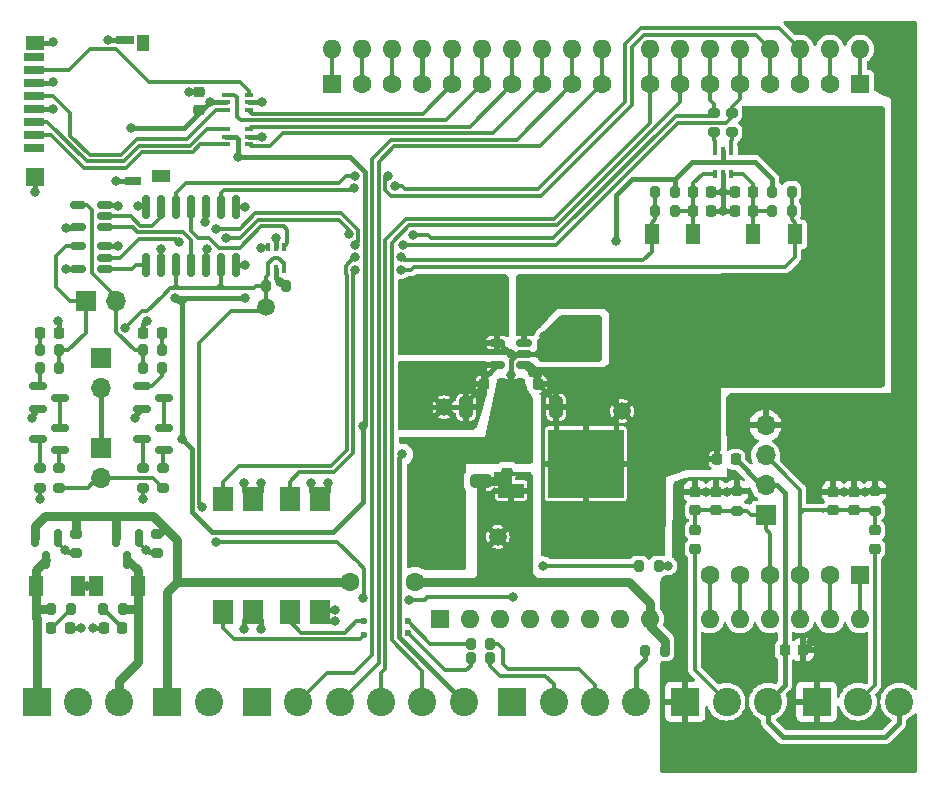
<source format=gtl>
%TF.GenerationSoftware,KiCad,Pcbnew,(6.0.1-0)*%
%TF.CreationDate,2022-02-06T09:10:27-08:00*%
%TF.ProjectId,power-wedge-control,706f7765-722d-4776-9564-67652d636f6e,1*%
%TF.SameCoordinates,Original*%
%TF.FileFunction,Copper,L1,Top*%
%TF.FilePolarity,Positive*%
%FSLAX46Y46*%
G04 Gerber Fmt 4.6, Leading zero omitted, Abs format (unit mm)*
G04 Created by KiCad (PCBNEW (6.0.1-0)) date 2022-02-06 09:10:27*
%MOMM*%
%LPD*%
G01*
G04 APERTURE LIST*
G04 Aperture macros list*
%AMRoundRect*
0 Rectangle with rounded corners*
0 $1 Rounding radius*
0 $2 $3 $4 $5 $6 $7 $8 $9 X,Y pos of 4 corners*
0 Add a 4 corners polygon primitive as box body*
4,1,4,$2,$3,$4,$5,$6,$7,$8,$9,$2,$3,0*
0 Add four circle primitives for the rounded corners*
1,1,$1+$1,$2,$3*
1,1,$1+$1,$4,$5*
1,1,$1+$1,$6,$7*
1,1,$1+$1,$8,$9*
0 Add four rect primitives between the rounded corners*
20,1,$1+$1,$2,$3,$4,$5,0*
20,1,$1+$1,$4,$5,$6,$7,0*
20,1,$1+$1,$6,$7,$8,$9,0*
20,1,$1+$1,$8,$9,$2,$3,0*%
G04 Aperture macros list end*
%TA.AperFunction,ComponentPad*%
%ADD10R,2.400000X2.400000*%
%TD*%
%TA.AperFunction,ComponentPad*%
%ADD11C,2.400000*%
%TD*%
%TA.AperFunction,ComponentPad*%
%ADD12R,1.700000X1.700000*%
%TD*%
%TA.AperFunction,ComponentPad*%
%ADD13O,1.700000X1.700000*%
%TD*%
%TA.AperFunction,SMDPad,CuDef*%
%ADD14RoundRect,0.150000X-0.587500X-0.150000X0.587500X-0.150000X0.587500X0.150000X-0.587500X0.150000X0*%
%TD*%
%TA.AperFunction,SMDPad,CuDef*%
%ADD15RoundRect,0.150000X-0.150000X0.587500X-0.150000X-0.587500X0.150000X-0.587500X0.150000X0.587500X0*%
%TD*%
%TA.AperFunction,SMDPad,CuDef*%
%ADD16RoundRect,0.200000X0.275000X-0.200000X0.275000X0.200000X-0.275000X0.200000X-0.275000X-0.200000X0*%
%TD*%
%TA.AperFunction,SMDPad,CuDef*%
%ADD17RoundRect,0.200000X-0.275000X0.200000X-0.275000X-0.200000X0.275000X-0.200000X0.275000X0.200000X0*%
%TD*%
%TA.AperFunction,SMDPad,CuDef*%
%ADD18R,1.300000X1.700000*%
%TD*%
%TA.AperFunction,SMDPad,CuDef*%
%ADD19RoundRect,0.200000X-0.200000X-0.275000X0.200000X-0.275000X0.200000X0.275000X-0.200000X0.275000X0*%
%TD*%
%TA.AperFunction,SMDPad,CuDef*%
%ADD20RoundRect,0.200000X0.200000X0.275000X-0.200000X0.275000X-0.200000X-0.275000X0.200000X-0.275000X0*%
%TD*%
%TA.AperFunction,SMDPad,CuDef*%
%ADD21RoundRect,0.225000X0.250000X-0.225000X0.250000X0.225000X-0.250000X0.225000X-0.250000X-0.225000X0*%
%TD*%
%TA.AperFunction,SMDPad,CuDef*%
%ADD22RoundRect,0.218750X0.256250X-0.218750X0.256250X0.218750X-0.256250X0.218750X-0.256250X-0.218750X0*%
%TD*%
%TA.AperFunction,SMDPad,CuDef*%
%ADD23RoundRect,0.225000X-0.225000X-0.250000X0.225000X-0.250000X0.225000X0.250000X-0.225000X0.250000X0*%
%TD*%
%TA.AperFunction,SMDPad,CuDef*%
%ADD24RoundRect,0.150000X0.512500X0.150000X-0.512500X0.150000X-0.512500X-0.150000X0.512500X-0.150000X0*%
%TD*%
%TA.AperFunction,SMDPad,CuDef*%
%ADD25RoundRect,0.225000X0.225000X0.250000X-0.225000X0.250000X-0.225000X-0.250000X0.225000X-0.250000X0*%
%TD*%
%TA.AperFunction,SMDPad,CuDef*%
%ADD26RoundRect,0.250000X-0.325000X-0.650000X0.325000X-0.650000X0.325000X0.650000X-0.325000X0.650000X0*%
%TD*%
%TA.AperFunction,SMDPad,CuDef*%
%ADD27RoundRect,0.218750X-0.218750X-0.256250X0.218750X-0.256250X0.218750X0.256250X-0.218750X0.256250X0*%
%TD*%
%TA.AperFunction,SMDPad,CuDef*%
%ADD28R,2.200000X1.200000*%
%TD*%
%TA.AperFunction,SMDPad,CuDef*%
%ADD29R,6.400000X5.800000*%
%TD*%
%TA.AperFunction,SMDPad,CuDef*%
%ADD30RoundRect,0.150000X0.587500X0.150000X-0.587500X0.150000X-0.587500X-0.150000X0.587500X-0.150000X0*%
%TD*%
%TA.AperFunction,SMDPad,CuDef*%
%ADD31R,1.780000X2.000000*%
%TD*%
%TA.AperFunction,SMDPad,CuDef*%
%ADD32R,0.650000X0.400000*%
%TD*%
%TA.AperFunction,SMDPad,CuDef*%
%ADD33R,1.750000X0.700000*%
%TD*%
%TA.AperFunction,SMDPad,CuDef*%
%ADD34R,1.000000X1.450000*%
%TD*%
%TA.AperFunction,SMDPad,CuDef*%
%ADD35R,1.550000X1.000000*%
%TD*%
%TA.AperFunction,SMDPad,CuDef*%
%ADD36R,1.500000X1.500000*%
%TD*%
%TA.AperFunction,SMDPad,CuDef*%
%ADD37R,1.500000X0.800000*%
%TD*%
%TA.AperFunction,SMDPad,CuDef*%
%ADD38R,1.500000X1.300000*%
%TD*%
%TA.AperFunction,SMDPad,CuDef*%
%ADD39R,1.400000X0.800000*%
%TD*%
%TA.AperFunction,SMDPad,CuDef*%
%ADD40RoundRect,0.150000X-0.150000X0.825000X-0.150000X-0.825000X0.150000X-0.825000X0.150000X0.825000X0*%
%TD*%
%TA.AperFunction,SMDPad,CuDef*%
%ADD41RoundRect,0.218750X0.218750X0.256250X-0.218750X0.256250X-0.218750X-0.256250X0.218750X-0.256250X0*%
%TD*%
%TA.AperFunction,SMDPad,CuDef*%
%ADD42RoundRect,0.250000X0.325000X0.650000X-0.325000X0.650000X-0.325000X-0.650000X0.325000X-0.650000X0*%
%TD*%
%TA.AperFunction,SMDPad,CuDef*%
%ADD43RoundRect,0.250000X0.650000X-0.325000X0.650000X0.325000X-0.650000X0.325000X-0.650000X-0.325000X0*%
%TD*%
%TA.AperFunction,SMDPad,CuDef*%
%ADD44R,0.400000X0.650000*%
%TD*%
%TA.AperFunction,ComponentPad*%
%ADD45C,1.500000*%
%TD*%
%TA.AperFunction,ComponentPad*%
%ADD46R,1.600000X1.600000*%
%TD*%
%TA.AperFunction,ComponentPad*%
%ADD47C,1.600000*%
%TD*%
%TA.AperFunction,ComponentPad*%
%ADD48O,1.600000X1.600000*%
%TD*%
%TA.AperFunction,ViaPad*%
%ADD49C,0.800000*%
%TD*%
%TA.AperFunction,ViaPad*%
%ADD50C,1.600000*%
%TD*%
%TA.AperFunction,ViaPad*%
%ADD51C,0.600000*%
%TD*%
%TA.AperFunction,Conductor*%
%ADD52C,0.400000*%
%TD*%
%TA.AperFunction,Conductor*%
%ADD53C,0.800000*%
%TD*%
%TA.AperFunction,Conductor*%
%ADD54C,0.300000*%
%TD*%
G04 APERTURE END LIST*
D10*
%TO.P,J1,1,Pin_1*%
%TO.N,+12V*%
X126908800Y-134655400D03*
D11*
%TO.P,J1,2,Pin_2*%
%TO.N,GND*%
X130408800Y-134655400D03*
%TD*%
D10*
%TO.P,J2,1,Pin_1*%
%TO.N,/RELAY_DN+*%
X115830800Y-134655400D03*
D11*
%TO.P,J2,2,Pin_2*%
%TO.N,GND*%
X119330800Y-134655400D03*
%TO.P,J2,3,Pin_3*%
%TO.N,/RELAY_UP+*%
X122830800Y-134655400D03*
%TD*%
D12*
%TO.P,J3,1,Pin_1*%
%TO.N,/EN_RELAY_DN*%
X120000000Y-100700000D03*
D13*
%TO.P,J3,2,Pin_2*%
%TO.N,/EN_RELAY_UP*%
X122540000Y-100700000D03*
%TD*%
D14*
%TO.P,Q1,1,B*%
%TO.N,Net-(Q1-Pad1)*%
X124722200Y-107945000D03*
%TO.P,Q1,2,E*%
%TO.N,GND*%
X124722200Y-109845000D03*
%TO.P,Q1,3,C*%
%TO.N,Net-(Q1-Pad3)*%
X126597200Y-108895000D03*
%TD*%
D15*
%TO.P,Q2,1,G*%
%TO.N,Net-(Q2-Pad1)*%
X124466000Y-120756200D03*
%TO.P,Q2,2,S*%
%TO.N,+12V*%
X122566000Y-120756200D03*
%TO.P,Q2,3,D*%
%TO.N,/RELAY_UP+*%
X123516000Y-122631200D03*
%TD*%
%TO.P,Q4,1,G*%
%TO.N,Net-(Q4-Pad1)*%
X117608000Y-120756200D03*
%TO.P,Q4,2,S*%
%TO.N,+12V*%
X115708000Y-120756200D03*
%TO.P,Q4,3,D*%
%TO.N,/RELAY_DN+*%
X116658000Y-122631200D03*
%TD*%
D16*
%TO.P,R2,1*%
%TO.N,Net-(Q2-Pad1)*%
X124874500Y-116499600D03*
%TO.P,R2,2*%
%TO.N,Net-(Q6-Pad3)*%
X124874500Y-114849600D03*
%TD*%
D17*
%TO.P,R3,1*%
%TO.N,+12V*%
X126056000Y-120434600D03*
%TO.P,R3,2*%
%TO.N,Net-(Q2-Pad1)*%
X126056000Y-122084600D03*
%TD*%
D16*
%TO.P,R5,1*%
%TO.N,Net-(Q4-Pad1)*%
X116111500Y-116499600D03*
%TO.P,R5,2*%
%TO.N,Net-(Q5-Pad3)*%
X116111500Y-114849600D03*
%TD*%
D18*
%TO.P,D1,1,K*%
%TO.N,/RELAY_UP+*%
X124402400Y-124866400D03*
%TO.P,D1,2,A*%
%TO.N,GND*%
X120902400Y-124866400D03*
%TD*%
%TO.P,D2,1,K*%
%TO.N,/RELAY_DN+*%
X115822400Y-124866400D03*
%TO.P,D2,2,A*%
%TO.N,GND*%
X119322400Y-124866400D03*
%TD*%
D14*
%TO.P,Q3,1,B*%
%TO.N,Net-(Q3-Pad1)*%
X115972200Y-107945000D03*
%TO.P,Q3,2,E*%
%TO.N,GND*%
X115972200Y-109845000D03*
%TO.P,Q3,3,C*%
%TO.N,Net-(Q3-Pad3)*%
X117847200Y-108895000D03*
%TD*%
D17*
%TO.P,R6,1*%
%TO.N,+12V*%
X119198000Y-120434600D03*
%TO.P,R6,2*%
%TO.N,Net-(Q4-Pad1)*%
X119198000Y-122084600D03*
%TD*%
D19*
%TO.P,R4,1*%
%TO.N,Net-(Q3-Pad1)*%
X116084700Y-106395000D03*
%TO.P,R4,2*%
%TO.N,/EN_RELAY_DN*%
X117734700Y-106395000D03*
%TD*%
D20*
%TO.P,R1,1*%
%TO.N,Net-(Q1-Pad1)*%
X126484700Y-106395000D03*
%TO.P,R1,2*%
%TO.N,/EN_RELAY_UP*%
X124834700Y-106395000D03*
%TD*%
D21*
%TO.P,C1,1*%
%TO.N,/ANGL1_REF5V*%
X173350000Y-118400000D03*
%TO.P,C1,2*%
%TO.N,GND*%
X173350000Y-116850000D03*
%TD*%
%TO.P,C2,1*%
%TO.N,/ANGL2_REF5V*%
X185041600Y-118427800D03*
%TO.P,C2,2*%
%TO.N,GND*%
X185041600Y-116877800D03*
%TD*%
%TO.P,C3,1*%
%TO.N,/ANGL1_REF5V*%
X171600000Y-118400000D03*
%TO.P,C3,2*%
%TO.N,GND*%
X171600000Y-116850000D03*
%TD*%
%TO.P,C4,1*%
%TO.N,/ANGL2_REF5V*%
X183291600Y-118427800D03*
%TO.P,C4,2*%
%TO.N,GND*%
X183291600Y-116877800D03*
%TD*%
D10*
%TO.P,J4,1,Pin_1*%
%TO.N,GND*%
X170744000Y-134631200D03*
D11*
%TO.P,J4,2,Pin_2*%
%TO.N,/ANGL1*%
X174244000Y-134631200D03*
%TO.P,J4,3,Pin_3*%
%TO.N,/SENS_PWR*%
X177744000Y-134631200D03*
%TD*%
D10*
%TO.P,J5,1,Pin_1*%
%TO.N,GND*%
X181869200Y-134631200D03*
D11*
%TO.P,J5,2,Pin_2*%
%TO.N,/ANGL2*%
X185369200Y-134631200D03*
%TO.P,J5,3,Pin_3*%
%TO.N,/SENS_PWR*%
X188869200Y-134631200D03*
%TD*%
D22*
%TO.P,L1,1,1*%
%TO.N,/ANGL1*%
X171600000Y-121687500D03*
%TO.P,L1,2,2*%
%TO.N,/ANGL1_REF5V*%
X171600000Y-120112500D03*
%TD*%
%TO.P,L2,1,1*%
%TO.N,/ANGL2*%
X186800000Y-121687500D03*
%TO.P,L2,2,2*%
%TO.N,/ANGL2_REF5V*%
X186800000Y-120112500D03*
%TD*%
D23*
%TO.P,C10,1*%
%TO.N,Net-(C10-Pad1)*%
X171400000Y-93064000D03*
%TO.P,C10,2*%
%TO.N,GND*%
X172950000Y-93064000D03*
%TD*%
D19*
%TO.P,R14,1*%
%TO.N,Net-(LED4-Pad2)*%
X116084700Y-104895000D03*
%TO.P,R14,2*%
%TO.N,/EN_RELAY_DN*%
X117734700Y-104895000D03*
%TD*%
D20*
%TO.P,R24,1*%
%TO.N,Net-(A1-Pad10)*%
X168513000Y-123131000D03*
%TO.P,R24,2*%
%TO.N,/EN_MANUAL*%
X166863000Y-123131000D03*
%TD*%
D23*
%TO.P,C9,1*%
%TO.N,Net-(C10-Pad1)*%
X171400000Y-91442000D03*
%TO.P,C9,2*%
%TO.N,GND*%
X172950000Y-91442000D03*
%TD*%
D17*
%TO.P,R19,1*%
%TO.N,/BTN_UP*%
X173200000Y-84775000D03*
%TO.P,R19,2*%
%TO.N,Net-(R19-Pad2)*%
X173200000Y-86425000D03*
%TD*%
D24*
%TO.P,U11,1*%
%TO.N,Net-(U11-Pad1)*%
X121627500Y-94475000D03*
%TO.P,U11,2*%
%TO.N,Net-(U11-Pad2)*%
X121627500Y-93525000D03*
%TO.P,U11,3,GND*%
%TO.N,GND*%
X121627500Y-92575000D03*
%TO.P,U11,4*%
%TO.N,/EN_RELAY_UP*%
X119352500Y-92575000D03*
%TO.P,U11,5,VCC*%
%TO.N,+3V3*%
X119352500Y-94475000D03*
%TD*%
D25*
%TO.P,C8,1*%
%TO.N,+5V*%
X158310800Y-107718800D03*
%TO.P,C8,2*%
%TO.N,GND*%
X156760800Y-107718800D03*
%TD*%
D24*
%TO.P,U10,1*%
%TO.N,Net-(U10-Pad1)*%
X121627500Y-97975000D03*
%TO.P,U10,2*%
%TO.N,Net-(U10-Pad2)*%
X121627500Y-97025000D03*
%TO.P,U10,3,GND*%
%TO.N,GND*%
X121627500Y-96075000D03*
%TO.P,U10,4*%
%TO.N,/EN_RELAY_DN*%
X119352500Y-96075000D03*
%TO.P,U10,5,VCC*%
%TO.N,+3V3*%
X119352500Y-97975000D03*
%TD*%
D17*
%TO.P,R7,1*%
%TO.N,GND*%
X175100000Y-116800000D03*
%TO.P,R7,2*%
%TO.N,/ANGL1_REF5V*%
X175100000Y-118450000D03*
%TD*%
D26*
%TO.P,C14,1*%
%TO.N,+3V3*%
X152200000Y-109700000D03*
%TO.P,C14,2*%
%TO.N,GND*%
X155150000Y-109700000D03*
%TD*%
D21*
%TO.P,C6,1*%
%TO.N,+12V*%
X155656200Y-115250200D03*
%TO.P,C6,2*%
%TO.N,GND*%
X155656200Y-113700200D03*
%TD*%
D27*
%TO.P,LED3,1,K*%
%TO.N,GND*%
X124872200Y-103395000D03*
%TO.P,LED3,2,A*%
%TO.N,Net-(LED3-Pad2)*%
X126447200Y-103395000D03*
%TD*%
D28*
%TO.P,U1,1,GND*%
%TO.N,GND*%
X156028200Y-112195200D03*
D29*
%TO.P,U1,2,VO*%
%TO.N,+5V*%
X162328200Y-114475200D03*
D28*
%TO.P,U1,3,VI*%
%TO.N,+12V*%
X156028200Y-116755200D03*
%TD*%
D19*
%TO.P,R18,1*%
%TO.N,Net-(C11-Pad1)*%
X178121000Y-93064000D03*
%TO.P,R18,2*%
%TO.N,/~{SW2}*%
X179771000Y-93064000D03*
%TD*%
D21*
%TO.P,C16,1*%
%TO.N,+3V3*%
X129590800Y-84544200D03*
%TO.P,C16,2*%
%TO.N,GND*%
X129590800Y-82994200D03*
%TD*%
D20*
%TO.P,R25,1*%
%TO.N,+12V*%
X169013000Y-130331000D03*
%TO.P,R25,2*%
%TO.N,Net-(J7-Pad4)*%
X167363000Y-130331000D03*
%TD*%
D23*
%TO.P,C13,1*%
%TO.N,/SENS_PWR*%
X179158600Y-130251200D03*
%TO.P,C13,2*%
%TO.N,GND*%
X180708600Y-130251200D03*
%TD*%
D30*
%TO.P,Q5,1,B*%
%TO.N,Net-(Q5-Pad1)*%
X117847200Y-113345000D03*
%TO.P,Q5,2,E*%
%TO.N,Net-(Q3-Pad3)*%
X117847200Y-111445000D03*
%TO.P,Q5,3,C*%
%TO.N,Net-(Q5-Pad3)*%
X115972200Y-112395000D03*
%TD*%
D25*
%TO.P,C12,1*%
%TO.N,Net-(C11-Pad1)*%
X176525000Y-91442000D03*
%TO.P,C12,2*%
%TO.N,GND*%
X174975000Y-91442000D03*
%TD*%
D27*
%TO.P,LED1,1,K*%
%TO.N,GND*%
X121509300Y-128371600D03*
%TO.P,LED1,2,A*%
%TO.N,Net-(LED1-Pad2)*%
X123084300Y-128371600D03*
%TD*%
D23*
%TO.P,C15,1*%
%TO.N,+3V3*%
X153712800Y-107718800D03*
%TO.P,C15,2*%
%TO.N,GND*%
X155262800Y-107718800D03*
%TD*%
D19*
%TO.P,R21,1*%
%TO.N,Net-(R21-Pad1)*%
X152591000Y-130962400D03*
%TO.P,R21,2*%
%TO.N,/SW1EXT*%
X154241000Y-130962400D03*
%TD*%
%TO.P,R9,1*%
%TO.N,Net-(LED1-Pad2)*%
X121471800Y-126796800D03*
%TO.P,R9,2*%
%TO.N,/RELAY_UP+*%
X123121800Y-126796800D03*
%TD*%
D31*
%TO.P,U7,1*%
%TO.N,Net-(R22-Pad1)*%
X137261600Y-127040600D03*
%TO.P,U7,2*%
%TO.N,GND*%
X139801600Y-127040600D03*
%TO.P,U7,3*%
X139801600Y-117510600D03*
%TO.P,U7,4*%
%TO.N,/~{SW2}*%
X137261600Y-117510600D03*
%TD*%
D32*
%TO.P,U5,1,A1*%
%TO.N,/CS*%
X133800000Y-87450000D03*
%TO.P,U5,2,GND*%
%TO.N,GND*%
X133800000Y-86800000D03*
%TO.P,U5,3,A2*%
%TO.N,/MOSI*%
X133800000Y-86150000D03*
%TO.P,U5,4,Y2*%
%TO.N,/SD_DI*%
X131900000Y-86150000D03*
%TO.P,U5,5,VCC*%
%TO.N,+3V3*%
X131900000Y-86800000D03*
%TO.P,U5,6,Y1*%
%TO.N,/SD_CS*%
X131900000Y-87450000D03*
%TD*%
D19*
%TO.P,R15,1*%
%TO.N,/~{SW1}*%
X168215000Y-91442000D03*
%TO.P,R15,2*%
%TO.N,/BTN_PWR*%
X169865000Y-91442000D03*
%TD*%
D20*
%TO.P,R13,1*%
%TO.N,Net-(LED3-Pad2)*%
X126484700Y-104895000D03*
%TO.P,R13,2*%
%TO.N,/EN_RELAY_UP*%
X124834700Y-104895000D03*
%TD*%
D33*
%TO.P,J9,1,DAT2*%
%TO.N,unconnected-(J9-Pad1)*%
X115580000Y-87726200D03*
%TO.P,J9,2,DAT3/CD*%
%TO.N,/SD_CS*%
X115580000Y-86626200D03*
%TO.P,J9,3,CMD*%
%TO.N,/SD_DI*%
X115580000Y-85526200D03*
%TO.P,J9,4,VDD*%
%TO.N,+3V3*%
X115580000Y-84426200D03*
%TO.P,J9,5,CLK*%
%TO.N,/SD_CLK*%
X115580000Y-83326200D03*
%TO.P,J9,6,VSS*%
%TO.N,GND*%
X115580000Y-82226200D03*
%TO.P,J9,7,DAT0*%
%TO.N,/SD_DO*%
X115580000Y-81126200D03*
%TO.P,J9,8,DAT1*%
%TO.N,unconnected-(J9-Pad8)*%
X115580000Y-80026200D03*
D34*
%TO.P,J9,9,DET_B*%
%TO.N,unconnected-(J9-Pad9)*%
X124805000Y-78901200D03*
D35*
%TO.P,J9,10,DET_A*%
%TO.N,unconnected-(J9-Pad10)*%
X126380000Y-90126200D03*
D36*
%TO.P,J9,11,SHIELD*%
%TO.N,GND*%
X115705000Y-90176200D03*
D37*
X123305000Y-78576200D03*
D38*
X115705000Y-78826200D03*
D39*
X123955000Y-90526200D03*
%TD*%
D40*
%TO.P,U8,1,1A*%
%TO.N,Net-(U8-Pad1)*%
X132700000Y-92750000D03*
%TO.P,U8,2,1B*%
%TO.N,/MCU_RELAY_DN*%
X131430000Y-92750000D03*
%TO.P,U8,3,1Y*%
%TO.N,Net-(U10-Pad2)*%
X130160000Y-92750000D03*
%TO.P,U8,4,2A*%
%TO.N,Net-(U8-Pad4)*%
X128890000Y-92750000D03*
%TO.P,U8,5,2B*%
%TO.N,/MCU_RELAY_UP*%
X127620000Y-92750000D03*
%TO.P,U8,6,2Y*%
%TO.N,Net-(U11-Pad2)*%
X126350000Y-92750000D03*
%TO.P,U8,7,GND*%
%TO.N,GND*%
X125080000Y-92750000D03*
%TO.P,U8,8,3Y*%
%TO.N,Net-(U10-Pad1)*%
X125080000Y-97700000D03*
%TO.P,U8,9,3A*%
%TO.N,/BTN_DN*%
X126350000Y-97700000D03*
%TO.P,U8,10,3B*%
%TO.N,/EN_MANUAL*%
X127620000Y-97700000D03*
%TO.P,U8,11,4Y*%
%TO.N,Net-(U11-Pad1)*%
X128890000Y-97700000D03*
%TO.P,U8,12,4A*%
%TO.N,/BTN_UP*%
X130160000Y-97700000D03*
%TO.P,U8,13,4B*%
%TO.N,/EN_MANUAL*%
X131430000Y-97700000D03*
%TO.P,U8,14,VCC*%
%TO.N,+3V3*%
X132700000Y-97700000D03*
%TD*%
D41*
%TO.P,LED4,1,K*%
%TO.N,GND*%
X117697200Y-103395000D03*
%TO.P,LED4,2,A*%
%TO.N,Net-(LED4-Pad2)*%
X116122200Y-103395000D03*
%TD*%
%TO.P,LED2,1,K*%
%TO.N,GND*%
X118664700Y-128371600D03*
%TO.P,LED2,2,A*%
%TO.N,Net-(LED2-Pad2)*%
X117089700Y-128371600D03*
%TD*%
D19*
%TO.P,R22,1*%
%TO.N,Net-(R22-Pad1)*%
X152591000Y-129743200D03*
%TO.P,R22,2*%
%TO.N,/SW2EXT*%
X154241000Y-129743200D03*
%TD*%
D24*
%TO.P,U3,1,IN*%
%TO.N,+5V*%
X157098500Y-106128800D03*
%TO.P,U3,2,GND*%
%TO.N,GND*%
X157098500Y-105178800D03*
%TO.P,U3,3,EN*%
%TO.N,+5V*%
X157098500Y-104228800D03*
%TO.P,U3,4,NC*%
%TO.N,GND*%
X154823500Y-104228800D03*
%TO.P,U3,5,OUT*%
%TO.N,+3V3*%
X154823500Y-106128800D03*
%TD*%
D10*
%TO.P,J6,1,Pin_1*%
%TO.N,GND*%
X134498800Y-134655400D03*
D11*
%TO.P,J6,2,Pin_2*%
%TO.N,/SRCK*%
X137998800Y-134655400D03*
%TO.P,J6,3,Pin_3*%
%TO.N,/RCK*%
X141498800Y-134655400D03*
%TO.P,J6,4,Pin_4*%
%TO.N,/G*%
X144998800Y-134655400D03*
%TO.P,J6,5,Pin_5*%
%TO.N,/SER_IN*%
X148498800Y-134655400D03*
%TO.P,J6,6,Pin_6*%
%TO.N,/UI_PWR*%
X151998800Y-134655400D03*
%TD*%
D18*
%TO.P,D3,1,K*%
%TO.N,Net-(C10-Pad1)*%
X171400000Y-95064000D03*
%TO.P,D3,2,A*%
%TO.N,/~{SW1}*%
X167900000Y-95064000D03*
%TD*%
D20*
%TO.P,R23,1*%
%TO.N,GND*%
X136915000Y-99475000D03*
%TO.P,R23,2*%
%TO.N,/EN_MANUAL*%
X135265000Y-99475000D03*
%TD*%
D10*
%TO.P,J7,1,Pin_1*%
%TO.N,GND*%
X156113600Y-134655400D03*
D11*
%TO.P,J7,2,Pin_2*%
%TO.N,/SW1EXT*%
X159613600Y-134655400D03*
%TO.P,J7,3,Pin_3*%
%TO.N,/SW2EXT*%
X163113600Y-134655400D03*
%TO.P,J7,4,Pin_4*%
%TO.N,Net-(J7-Pad4)*%
X166613600Y-134655400D03*
%TD*%
D27*
%TO.P,L3,1,1*%
%TO.N,+5V*%
X173431100Y-114122200D03*
%TO.P,L3,2,2*%
%TO.N,/SENS_PWR*%
X175006100Y-114122200D03*
%TD*%
D17*
%TO.P,R8,1*%
%TO.N,GND*%
X186791600Y-116827800D03*
%TO.P,R8,2*%
%TO.N,/ANGL2_REF5V*%
X186791600Y-118477800D03*
%TD*%
D18*
%TO.P,D4,1,K*%
%TO.N,Net-(C11-Pad1)*%
X176500000Y-95064000D03*
%TO.P,D4,2,A*%
%TO.N,/~{SW2}*%
X180000000Y-95064000D03*
%TD*%
D20*
%TO.P,R10,1*%
%TO.N,Net-(LED2-Pad2)*%
X118702200Y-126796800D03*
%TO.P,R10,2*%
%TO.N,/RELAY_DN+*%
X117052200Y-126796800D03*
%TD*%
D30*
%TO.P,Q6,1,B*%
%TO.N,Net-(Q6-Pad1)*%
X126597200Y-113345000D03*
%TO.P,Q6,2,E*%
%TO.N,Net-(Q1-Pad3)*%
X126597200Y-111445000D03*
%TO.P,Q6,3,C*%
%TO.N,Net-(Q6-Pad3)*%
X124722200Y-112395000D03*
%TD*%
D25*
%TO.P,C11,1*%
%TO.N,Net-(C11-Pad1)*%
X176500000Y-93064000D03*
%TO.P,C11,2*%
%TO.N,GND*%
X174950000Y-93064000D03*
%TD*%
D42*
%TO.P,C7,1*%
%TO.N,+5V*%
X159823600Y-109700000D03*
%TO.P,C7,2*%
%TO.N,GND*%
X156873600Y-109700000D03*
%TD*%
D17*
%TO.P,R20,1*%
%TO.N,/BTN_DN*%
X174700000Y-84775000D03*
%TO.P,R20,2*%
%TO.N,Net-(R20-Pad2)*%
X174700000Y-86425000D03*
%TD*%
D20*
%TO.P,R16,1*%
%TO.N,Net-(C10-Pad1)*%
X169865000Y-93064000D03*
%TO.P,R16,2*%
%TO.N,/~{SW1}*%
X168215000Y-93064000D03*
%TD*%
%TO.P,R17,1*%
%TO.N,/~{SW2}*%
X179771000Y-91442000D03*
%TO.P,R17,2*%
%TO.N,/BTN_PWR*%
X178121000Y-91442000D03*
%TD*%
D43*
%TO.P,C5,1*%
%TO.N,+12V*%
X153421000Y-115950200D03*
%TO.P,C5,2*%
%TO.N,GND*%
X153421000Y-113000200D03*
%TD*%
D17*
%TO.P,R11,1*%
%TO.N,Net-(Q5-Pad1)*%
X117762500Y-114849600D03*
%TO.P,R11,2*%
%TO.N,/EN_OUTPUT*%
X117762500Y-116499600D03*
%TD*%
D31*
%TO.P,U4,1*%
%TO.N,Net-(R21-Pad1)*%
X131572000Y-127040600D03*
%TO.P,U4,2*%
%TO.N,GND*%
X134112000Y-127040600D03*
%TO.P,U4,3*%
X134112000Y-117510600D03*
%TO.P,U4,4*%
%TO.N,/~{SW1}*%
X131572000Y-117510600D03*
%TD*%
D44*
%TO.P,U9,1,A1*%
%TO.N,/EN_MANUAL*%
X135440000Y-98025000D03*
%TO.P,U9,2,GND*%
%TO.N,GND*%
X136090000Y-98025000D03*
%TO.P,U9,3,A2*%
%TO.N,/EN_MANUAL*%
X136740000Y-98025000D03*
%TO.P,U9,4,Y2*%
%TO.N,Net-(U8-Pad4)*%
X136740000Y-96125000D03*
%TO.P,U9,5,VCC*%
%TO.N,+3V3*%
X136090000Y-96125000D03*
%TO.P,U9,6,Y1*%
%TO.N,Net-(U8-Pad1)*%
X135440000Y-96125000D03*
%TD*%
D32*
%TO.P,U6,1,A1*%
%TO.N,/SCK*%
X133800000Y-84550000D03*
%TO.P,U6,2,GND*%
%TO.N,GND*%
X133800000Y-83900000D03*
%TO.P,U6,3,A2*%
%TO.N,/SD_DO*%
X133800000Y-83250000D03*
%TO.P,U6,4,Y2*%
%TO.N,/MISO*%
X131900000Y-83250000D03*
%TO.P,U6,5,VCC*%
%TO.N,+3V3*%
X131900000Y-83900000D03*
%TO.P,U6,6,Y1*%
%TO.N,/SD_CLK*%
X131900000Y-84550000D03*
%TD*%
D17*
%TO.P,R12,1*%
%TO.N,Net-(Q6-Pad1)*%
X126525500Y-114849600D03*
%TO.P,R12,2*%
%TO.N,/EN_OUTPUT*%
X126525500Y-116499600D03*
%TD*%
D44*
%TO.P,U2,1,A1*%
%TO.N,Net-(C10-Pad1)*%
X173300000Y-89918000D03*
%TO.P,U2,2,GND*%
%TO.N,GND*%
X173950000Y-89918000D03*
%TO.P,U2,3,A2*%
%TO.N,Net-(C11-Pad1)*%
X174600000Y-89918000D03*
%TO.P,U2,4,Y2*%
%TO.N,Net-(R20-Pad2)*%
X174600000Y-88018000D03*
%TO.P,U2,5,VCC*%
%TO.N,/BTN_PWR*%
X173950000Y-88018000D03*
%TO.P,U2,6,Y1*%
%TO.N,Net-(R19-Pad2)*%
X173300000Y-88018000D03*
%TD*%
D45*
%TO.P,TP4,1,1*%
%TO.N,/EN_MANUAL*%
X135238000Y-101181000D03*
%TD*%
%TO.P,TP1,1,1*%
%TO.N,+12V*%
X154863800Y-120675400D03*
%TD*%
D46*
%TO.P,J10,1,Pin_1*%
%TO.N,Net-(A1-Pad32)*%
X140843000Y-82372200D03*
D47*
%TO.P,J10,2,Pin_2*%
%TO.N,Net-(A1-Pad31)*%
X143383000Y-82372200D03*
%TO.P,J10,3,Pin_3*%
%TO.N,/AREF*%
X145923000Y-82372200D03*
%TO.P,J10,4,Pin_4*%
%TO.N,GND*%
X148463000Y-82372200D03*
%TO.P,J10,5,Pin_5*%
%TO.N,/SCK*%
X151003000Y-82372200D03*
%TO.P,J10,6,Pin_6*%
%TO.N,/MISO*%
X153543000Y-82372200D03*
%TO.P,J10,7,Pin_7*%
%TO.N,/MOSI*%
X156083000Y-82372200D03*
%TO.P,J10,8,Pin_8*%
%TO.N,/CS*%
X158623000Y-82372200D03*
%TO.P,J10,9,Pin_9*%
%TO.N,/SRCK*%
X161163000Y-82372200D03*
%TO.P,J10,10,Pin_10*%
%TO.N,/RCK*%
X163703000Y-82372200D03*
%TD*%
D46*
%TO.P,A1,1,NC*%
%TO.N,unconnected-(A1-Pad1)*%
X149987000Y-127635000D03*
D48*
%TO.P,A1,2,IOREF*%
%TO.N,unconnected-(A1-Pad2)*%
X152527000Y-127635000D03*
%TO.P,A1,3,~{RESET}*%
%TO.N,unconnected-(A1-Pad3)*%
X155067000Y-127635000D03*
%TO.P,A1,4,3V3*%
%TO.N,unconnected-(A1-Pad4)*%
X157607000Y-127635000D03*
%TO.P,A1,5,+5V*%
%TO.N,unconnected-(A1-Pad5)*%
X160147000Y-127635000D03*
%TO.P,A1,6,GND*%
%TO.N,GND*%
X162687000Y-127635000D03*
%TO.P,A1,7,GND*%
X165227000Y-127635000D03*
%TO.P,A1,8,VIN*%
%TO.N,+12V*%
X167767000Y-127635000D03*
%TO.P,A1,9,A0*%
%TO.N,Net-(A1-Pad9)*%
X172847000Y-127635000D03*
%TO.P,A1,10,A1*%
%TO.N,Net-(A1-Pad10)*%
X175387000Y-127635000D03*
%TO.P,A1,11,A2*%
%TO.N,/ANGL1_REF5V*%
X177927000Y-127635000D03*
%TO.P,A1,12,A3*%
%TO.N,/ANGL2_REF5V*%
X180467000Y-127635000D03*
%TO.P,A1,13,SDA/A4*%
%TO.N,Net-(A1-Pad13)*%
X183007000Y-127635000D03*
%TO.P,A1,14,SCL/A5*%
%TO.N,Net-(A1-Pad14)*%
X185547000Y-127635000D03*
%TO.P,A1,15,D0/RX*%
%TO.N,Net-(A1-Pad15)*%
X185547000Y-79375000D03*
%TO.P,A1,16,D1/TX*%
%TO.N,Net-(A1-Pad16)*%
X183007000Y-79375000D03*
%TO.P,A1,17,D2*%
%TO.N,/MCU_RELAY_DN*%
X180467000Y-79375000D03*
%TO.P,A1,18,D3*%
%TO.N,/MCU_RELAY_UP*%
X177927000Y-79375000D03*
%TO.P,A1,19,D4*%
%TO.N,/BTN_DN*%
X175387000Y-79375000D03*
%TO.P,A1,20,D5*%
%TO.N,/BTN_UP*%
X172847000Y-79375000D03*
%TO.P,A1,21,D6*%
%TO.N,/SER_IN*%
X170307000Y-79375000D03*
%TO.P,A1,22,D7*%
%TO.N,/G*%
X167767000Y-79375000D03*
%TO.P,A1,23,D8*%
%TO.N,/RCK*%
X163707000Y-79375000D03*
%TO.P,A1,24,D9*%
%TO.N,/SRCK*%
X161167000Y-79375000D03*
%TO.P,A1,25,D10*%
%TO.N,/CS*%
X158627000Y-79375000D03*
%TO.P,A1,26,D11*%
%TO.N,/MOSI*%
X156087000Y-79375000D03*
%TO.P,A1,27,D12*%
%TO.N,/MISO*%
X153547000Y-79375000D03*
%TO.P,A1,28,D13*%
%TO.N,/SCK*%
X151007000Y-79375000D03*
%TO.P,A1,29,GND*%
%TO.N,GND*%
X148467000Y-79375000D03*
%TO.P,A1,30,AREF*%
%TO.N,/AREF*%
X145927000Y-79375000D03*
%TO.P,A1,31,SDA/A4*%
%TO.N,Net-(A1-Pad31)*%
X143387000Y-79375000D03*
%TO.P,A1,32,SCL/A5*%
%TO.N,Net-(A1-Pad32)*%
X140847000Y-79375000D03*
%TD*%
D45*
%TO.P,TP2,1,1*%
%TO.N,+5V*%
X165404800Y-110032800D03*
%TD*%
D12*
%TO.P,SW1,1,A*%
%TO.N,/EN_MANUAL*%
X121325000Y-105525000D03*
D13*
%TO.P,SW1,2,B*%
%TO.N,+3V3*%
X121325000Y-108065000D03*
%TD*%
D12*
%TO.P,J8,1,Pin_1*%
%TO.N,/ANGL1_REF5V*%
X177546000Y-118857000D03*
D13*
%TO.P,J8,2,Pin_2*%
%TO.N,/SENS_PWR*%
X177546000Y-116317000D03*
%TO.P,J8,3,Pin_3*%
%TO.N,/ANGL2_REF5V*%
X177546000Y-113777000D03*
%TO.P,J8,4,Pin_4*%
%TO.N,GND*%
X177546000Y-111237000D03*
%TD*%
D12*
%TO.P,JP1,1,A*%
%TO.N,+3V3*%
X121318500Y-113129600D03*
D13*
%TO.P,JP1,2,B*%
%TO.N,/EN_OUTPUT*%
X121318500Y-115669600D03*
%TD*%
D46*
%TO.P,J12,1,Pin_1*%
%TO.N,Net-(A1-Pad14)*%
X185521600Y-123926600D03*
D47*
%TO.P,J12,2,Pin_2*%
%TO.N,Net-(A1-Pad13)*%
X182981600Y-123926600D03*
%TO.P,J12,3,Pin_3*%
%TO.N,/ANGL2_REF5V*%
X180441600Y-123926600D03*
%TO.P,J12,4,Pin_4*%
%TO.N,/ANGL1_REF5V*%
X177901600Y-123926600D03*
%TO.P,J12,5,Pin_5*%
%TO.N,Net-(A1-Pad10)*%
X175361600Y-123926600D03*
%TO.P,J12,6,Pin_6*%
%TO.N,Net-(A1-Pad9)*%
X172821600Y-123926600D03*
%TD*%
D45*
%TO.P,TP3,1,1*%
%TO.N,+3V3*%
X150342600Y-109702600D03*
%TD*%
D46*
%TO.P,J11,1,Pin_1*%
%TO.N,Net-(A1-Pad15)*%
X185552400Y-82372200D03*
D47*
%TO.P,J11,2,Pin_2*%
%TO.N,Net-(A1-Pad16)*%
X183012400Y-82372200D03*
%TO.P,J11,3,Pin_3*%
%TO.N,/MCU_RELAY_DN*%
X180472400Y-82372200D03*
%TO.P,J11,4,Pin_4*%
%TO.N,/MCU_RELAY_UP*%
X177932400Y-82372200D03*
%TO.P,J11,5,Pin_5*%
%TO.N,/BTN_DN*%
X175392400Y-82372200D03*
%TO.P,J11,6,Pin_6*%
%TO.N,/BTN_UP*%
X172852400Y-82372200D03*
%TO.P,J11,7,Pin_7*%
%TO.N,/SER_IN*%
X170312400Y-82372200D03*
%TO.P,J11,8,Pin_8*%
%TO.N,/G*%
X167772400Y-82372200D03*
%TD*%
D49*
%TO.N,GND*%
X184150000Y-116840000D03*
X122690000Y-92625000D03*
X141122400Y-127812800D03*
X149860000Y-101600000D03*
X120112400Y-124866400D03*
X125159700Y-102395000D03*
X149860000Y-118110000D03*
X149860000Y-120650000D03*
X154940000Y-101600000D03*
X149860000Y-115570000D03*
X124159700Y-110645000D03*
X120620400Y-128371600D03*
X117200000Y-82200000D03*
X122690000Y-96025000D03*
X181406800Y-129590800D03*
X154691000Y-113713200D03*
X117659700Y-102395000D03*
X151130000Y-100330000D03*
X134823200Y-128473200D03*
X153670000Y-100330000D03*
X134900000Y-86800000D03*
X156011800Y-110970000D03*
X148590000Y-121920000D03*
X119553600Y-128371600D03*
X156011800Y-108531600D03*
X172466000Y-116840000D03*
X148590000Y-102870000D03*
X149860000Y-104140000D03*
X128727200Y-83007200D03*
X122580400Y-90525600D03*
X115671600Y-91490800D03*
X154843400Y-103096000D03*
X151130000Y-114300000D03*
X161772600Y-103809800D03*
X151130000Y-121920000D03*
X151500000Y-113000000D03*
X185928000Y-116840000D03*
X174244000Y-116840000D03*
X134900000Y-83900000D03*
X154386200Y-111884400D03*
X147320000Y-104140000D03*
X152400000Y-104213600D03*
X147320000Y-101600000D03*
X117200000Y-78800000D03*
X141122400Y-126847600D03*
X148590000Y-116840000D03*
X124390000Y-92625000D03*
X151130000Y-119380000D03*
X139090400Y-116078000D03*
X133400800Y-116078000D03*
X151130000Y-102870000D03*
X115409700Y-110645000D03*
X133400800Y-128473200D03*
X157276800Y-113690400D03*
X148590000Y-119380000D03*
X156011800Y-107007600D03*
X140512800Y-116078000D03*
X155961000Y-105178800D03*
X163245800Y-102336600D03*
X158399400Y-105178800D03*
X160401000Y-102362000D03*
X158800000Y-103700000D03*
X121869200Y-78603280D03*
X163245800Y-105181400D03*
X153670000Y-102870000D03*
X134823200Y-116078000D03*
X160426400Y-105181400D03*
X149860000Y-113030000D03*
X151130000Y-116840000D03*
X136440000Y-99075000D03*
X148590000Y-100330000D03*
X148590000Y-114300000D03*
X152400000Y-101600000D03*
X173971000Y-93064000D03*
X173971000Y-91464000D03*
D50*
%TO.N,+12V*%
X147878800Y-124500000D03*
X142388000Y-124481000D03*
D49*
%TO.N,Net-(Q2-Pad1)*%
X124862200Y-117475000D03*
X125090800Y-121818400D03*
%TO.N,Net-(Q4-Pad1)*%
X118232800Y-121818400D03*
X116099200Y-117475000D03*
%TO.N,+5V*%
X164900000Y-98904400D03*
%TO.N,/BTN_DN*%
X146839058Y-95962345D03*
X130979809Y-94581500D03*
X126338000Y-96281000D03*
X142788054Y-95950497D03*
%TO.N,/BTN_UP*%
X142238534Y-95054142D03*
X130238000Y-96281000D03*
X147700000Y-95150020D03*
X131830253Y-95381000D03*
%TO.N,Net-(A1-Pad10)*%
X169288000Y-123131000D03*
%TO.N,/~{SW1}*%
X142788054Y-97000000D03*
X146685134Y-97000497D03*
%TO.N,/~{SW2}*%
X146685134Y-98050000D03*
X142788054Y-98050000D03*
%TO.N,/UI_PWR*%
X146800000Y-113700000D03*
%TO.N,/BTN_PWR*%
X164896800Y-95656400D03*
%TO.N,+3V3*%
X123800000Y-86100000D03*
X127572396Y-100424500D03*
X132900000Y-88500000D03*
X128117600Y-112420400D03*
X118300000Y-94500000D03*
X118300000Y-98000000D03*
X147784174Y-111200000D03*
X117195600Y-84429600D03*
X143437574Y-111300000D03*
X133438000Y-100424500D03*
X136090076Y-95331576D03*
X130500000Y-83900000D03*
X133438000Y-97681000D03*
D51*
%TO.N,Net-(R21-Pad1)*%
X143537574Y-128981200D03*
X147234654Y-128821923D03*
%TO.N,Net-(R22-Pad1)*%
X147234654Y-127812800D03*
X143537574Y-127812800D03*
D49*
%TO.N,/MCU_RELAY_DN*%
X146135614Y-90981000D03*
X142732869Y-91179778D03*
%TO.N,/MCU_RELAY_UP*%
X145586094Y-90081000D03*
X142787312Y-90131688D03*
%TO.N,/EN_MANUAL*%
X130988000Y-121099500D03*
X143437574Y-125831000D03*
X147334654Y-125981000D03*
X129799500Y-118181000D03*
X123343782Y-102975218D03*
X156138000Y-125781000D03*
X158738000Y-123131000D03*
%TO.N,Net-(U8-Pad1)*%
X133438000Y-92781000D03*
X134838000Y-96181000D03*
%TO.N,Net-(U10-Pad2)*%
X127924668Y-95690332D03*
X130090000Y-94025000D03*
%TD*%
D52*
%TO.N,GND*%
X119322400Y-124866400D02*
X120112400Y-124866400D01*
X155656200Y-113700200D02*
X157267000Y-113700200D01*
X183291600Y-116877800D02*
X184112200Y-116877800D01*
X185041600Y-116877800D02*
X184187800Y-116877800D01*
X122581000Y-90526200D02*
X122580400Y-90525600D01*
X156011800Y-107718800D02*
X155262800Y-107718800D01*
X154823500Y-104228800D02*
X155011000Y-104228800D01*
X124159700Y-110407500D02*
X124722200Y-109845000D01*
X140573800Y-127812800D02*
X141122400Y-127812800D01*
X117173800Y-82226200D02*
X117200000Y-82200000D01*
X173950000Y-91443000D02*
X173971000Y-91464000D01*
X171600000Y-116850000D02*
X172456000Y-116850000D01*
X115409700Y-110407500D02*
X115409700Y-110645000D01*
X155656200Y-113700200D02*
X155656200Y-112567200D01*
X149860000Y-101600000D02*
X151130000Y-100330000D01*
X134823200Y-116799400D02*
X134823200Y-116078000D01*
X185890200Y-116877800D02*
X185928000Y-116840000D01*
X160426400Y-105181400D02*
X161772600Y-103835200D01*
X133800000Y-83900000D02*
X134900000Y-83900000D01*
X121896280Y-78576200D02*
X121869200Y-78603280D01*
X154386200Y-112035000D02*
X153421000Y-113000200D01*
X151500000Y-113000000D02*
X151500000Y-113930000D01*
X148590000Y-119380000D02*
X149860000Y-120650000D01*
X134823200Y-127751800D02*
X134823200Y-128473200D01*
X124159700Y-110645000D02*
X124159700Y-110407500D01*
X155656200Y-112567200D02*
X156028200Y-112195200D01*
X148590000Y-116840000D02*
X149860000Y-118110000D01*
X115705000Y-91457400D02*
X115671600Y-91490800D01*
X173971000Y-91464000D02*
X173971000Y-93064000D01*
X151500000Y-113930000D02*
X151130000Y-114300000D01*
X152400000Y-104213600D02*
X153029800Y-104228800D01*
X155986480Y-105661320D02*
X156469000Y-105178800D01*
X140512800Y-116799400D02*
X140512800Y-116078000D01*
X173340000Y-116840000D02*
X173350000Y-116850000D01*
X148590000Y-114300000D02*
X149860000Y-115570000D01*
X136090000Y-98025000D02*
X136090000Y-98725000D01*
X134112000Y-117510600D02*
X133400800Y-116799400D01*
X185940200Y-116827800D02*
X185928000Y-116840000D01*
X117697200Y-103395000D02*
X117697200Y-102432500D01*
X156011800Y-107007600D02*
X155986480Y-106982280D01*
X139801600Y-117510600D02*
X139090400Y-116799400D01*
X155986480Y-106982280D02*
X155986480Y-105661320D01*
X124955000Y-92625000D02*
X124390000Y-92625000D01*
X155150000Y-109700000D02*
X156873600Y-109700000D01*
X163245800Y-102336600D02*
X163245800Y-105181400D01*
X156028200Y-112195200D02*
X154697000Y-112195200D01*
X121627500Y-92575000D02*
X122640000Y-92575000D01*
X148467000Y-82368200D02*
X148463000Y-82372200D01*
X160401000Y-102362000D02*
X163245800Y-102336600D01*
X180708600Y-130251200D02*
X181369000Y-129590800D01*
X156469000Y-105178800D02*
X157098500Y-105178800D01*
X172456000Y-116850000D02*
X172466000Y-116840000D01*
X154697000Y-112195200D02*
X154386200Y-111884400D01*
X153421000Y-113000200D02*
X153978000Y-113000200D01*
X174284000Y-116800000D02*
X174244000Y-116840000D01*
X149860000Y-104140000D02*
X151130000Y-102870000D01*
X124872200Y-103395000D02*
X124872200Y-102682500D01*
X117697200Y-102432500D02*
X117659700Y-102395000D01*
X185041600Y-116877800D02*
X185890200Y-116877800D01*
X151130000Y-116840000D02*
X151130000Y-114300000D01*
X151130000Y-102870000D02*
X153670000Y-102870000D01*
X128740200Y-82994200D02*
X128727200Y-83007200D01*
X118664700Y-128371600D02*
X119553600Y-128371600D01*
X157098500Y-105178800D02*
X158399400Y-105178800D01*
X158399400Y-104100600D02*
X158800000Y-103700000D01*
X174244000Y-116840000D02*
X173360000Y-116840000D01*
X148467000Y-79375000D02*
X148467000Y-82368200D01*
X139090400Y-116799400D02*
X139090400Y-116078000D01*
X134112000Y-127040600D02*
X134823200Y-127751800D01*
X186791600Y-116827800D02*
X185940200Y-116827800D01*
X122640000Y-96075000D02*
X122690000Y-96025000D01*
X161772600Y-103835200D02*
X161772600Y-103809800D01*
X153421000Y-113000200D02*
X151500200Y-113000200D01*
X125080000Y-92750000D02*
X124955000Y-92625000D01*
X172950000Y-93064000D02*
X174950000Y-93064000D01*
X173360000Y-116840000D02*
X173350000Y-116850000D01*
X123955000Y-90526200D02*
X122581000Y-90526200D01*
X154823500Y-104228800D02*
X154823500Y-103115900D01*
X115705000Y-78826200D02*
X117173800Y-78826200D01*
X129590800Y-82994200D02*
X128740200Y-82994200D01*
X172466000Y-116840000D02*
X173340000Y-116840000D01*
X133400800Y-127751800D02*
X133400800Y-128473200D01*
X122640000Y-92575000D02*
X122690000Y-92625000D01*
X157267000Y-113700200D02*
X157276800Y-113690400D01*
X121509300Y-128371600D02*
X120620400Y-128371600D01*
X148590000Y-114300000D02*
X149860000Y-113030000D01*
X156028200Y-112195200D02*
X156028200Y-110986400D01*
X155011000Y-104228800D02*
X155961000Y-105178800D01*
X134112000Y-117510600D02*
X134823200Y-116799400D01*
X157098500Y-105178800D02*
X155961000Y-105178800D01*
X123305000Y-78576200D02*
X121896280Y-78576200D01*
X136840000Y-99475000D02*
X136915000Y-99475000D01*
X115705000Y-90176200D02*
X115705000Y-91457400D01*
X124872200Y-102682500D02*
X125159700Y-102395000D01*
X154823500Y-103115900D02*
X154843400Y-103096000D01*
X152400000Y-101600000D02*
X153670000Y-100330000D01*
X120112400Y-124866400D02*
X120902400Y-124866400D01*
X139994600Y-126847600D02*
X141122400Y-126847600D01*
X155656200Y-113700200D02*
X154704000Y-113700200D01*
X173950000Y-89918000D02*
X173950000Y-91443000D01*
X156011800Y-108531600D02*
X156011800Y-110970000D01*
X184187800Y-116877800D02*
X184150000Y-116840000D01*
X117173800Y-78826200D02*
X117200000Y-78800000D01*
X175100000Y-116800000D02*
X174284000Y-116800000D01*
X139801600Y-127040600D02*
X139994600Y-126847600D01*
X156028200Y-110986400D02*
X156011800Y-110970000D01*
X148590000Y-102870000D02*
X149860000Y-104140000D01*
X115972200Y-109845000D02*
X115409700Y-110407500D01*
X136090000Y-98725000D02*
X136440000Y-99075000D01*
X133800000Y-86800000D02*
X134900000Y-86800000D01*
X148590000Y-121920000D02*
X151130000Y-121920000D01*
X153978000Y-113000200D02*
X154691000Y-113713200D01*
X136440000Y-99075000D02*
X136840000Y-99475000D01*
X139801600Y-127040600D02*
X140573800Y-127812800D01*
X156011800Y-107718800D02*
X156011800Y-107007600D01*
X153029800Y-104228800D02*
X154823500Y-104228800D01*
X172950000Y-91442000D02*
X174975000Y-91442000D01*
X156760800Y-107718800D02*
X156011800Y-107718800D01*
X134112000Y-127040600D02*
X133400800Y-127751800D01*
X121627500Y-96075000D02*
X122640000Y-96075000D01*
X184112200Y-116877800D02*
X184150000Y-116840000D01*
X154704000Y-113700200D02*
X154691000Y-113713200D01*
X147320000Y-101600000D02*
X148590000Y-100330000D01*
X158399400Y-105178800D02*
X158399400Y-104100600D01*
X154386200Y-111884400D02*
X154386200Y-112035000D01*
X181369000Y-129590800D02*
X181406800Y-129590800D01*
X115580000Y-82226200D02*
X117173800Y-82226200D01*
X133400800Y-116799400D02*
X133400800Y-116078000D01*
X156011800Y-108531600D02*
X156011800Y-107718800D01*
X151500200Y-113000200D02*
X151500000Y-113000000D01*
X139801600Y-117510600D02*
X140512800Y-116799400D01*
D53*
%TO.N,/RELAY_UP+*%
X124323600Y-126796800D02*
X124402400Y-126875600D01*
X124402400Y-127663800D02*
X124404000Y-127665400D01*
X124404000Y-127665400D02*
X124404000Y-131272400D01*
X122830800Y-132845600D02*
X122830800Y-134655400D01*
X124402400Y-126875600D02*
X124402400Y-127663800D01*
X124402400Y-124866400D02*
X124402400Y-123517600D01*
X123121800Y-126796800D02*
X124323600Y-126796800D01*
X124402400Y-126875600D02*
X124402400Y-124866400D01*
X124404000Y-131272400D02*
X122830800Y-132845600D01*
X124402400Y-123517600D02*
X123516000Y-122631200D01*
%TO.N,/RELAY_DN+*%
X115824000Y-130365400D02*
X115830800Y-130372200D01*
X115896000Y-126796800D02*
X115822400Y-126870400D01*
X115830800Y-130372200D02*
X115830800Y-134655400D01*
X115824000Y-127545400D02*
X115822400Y-127543800D01*
X115822400Y-127543800D02*
X115822400Y-126870400D01*
X115822400Y-126870400D02*
X115822400Y-124866400D01*
X117052200Y-126796800D02*
X115896000Y-126796800D01*
X115822400Y-123466800D02*
X116658000Y-122631200D01*
X115824000Y-130365400D02*
X115824000Y-127545400D01*
X115822400Y-124866400D02*
X115822400Y-123466800D01*
%TO.N,+12V*%
X153000000Y-124500000D02*
X154138000Y-124500000D01*
X169013000Y-130331000D02*
X169013000Y-129456000D01*
X154956200Y-115950200D02*
X155656200Y-115250200D01*
X119198000Y-120434600D02*
X119198000Y-119024400D01*
X126665600Y-119888000D02*
X127741518Y-120963918D01*
X115708000Y-119720400D02*
X116505600Y-118922800D01*
X153421000Y-115950200D02*
X154956200Y-115950200D01*
X157995300Y-124518100D02*
X157574300Y-124097100D01*
X122652400Y-118922800D02*
X125700400Y-118922800D01*
X154138000Y-124500000D02*
X166000000Y-124500000D01*
X153421000Y-115950200D02*
X153421000Y-124079000D01*
X127741518Y-124499118D02*
X126908800Y-125331836D01*
X154138000Y-124500000D02*
X153842000Y-124500000D01*
X126119000Y-120434600D02*
X126665600Y-119888000D01*
X132650482Y-124499118D02*
X132687800Y-124461800D01*
X166000000Y-124500000D02*
X167767000Y-126267000D01*
X132650482Y-124499118D02*
X127741518Y-124499118D01*
X155656200Y-116383200D02*
X156028200Y-116755200D01*
X167767000Y-126267000D02*
X167767000Y-127635000D01*
X119096400Y-118922800D02*
X122652400Y-118922800D01*
X127741518Y-120963918D02*
X127741518Y-124499118D01*
X122566000Y-120756200D02*
X122566000Y-119009200D01*
X122566000Y-119009200D02*
X122652400Y-118922800D01*
X126908800Y-125331836D02*
X126908800Y-134655400D01*
X147878800Y-124500000D02*
X153000000Y-124500000D01*
X126056000Y-120434600D02*
X126119000Y-120434600D01*
X119198000Y-119024400D02*
X119096400Y-118922800D01*
X155656200Y-115250200D02*
X155656200Y-116383200D01*
X116505600Y-118922800D02*
X119096400Y-118922800D01*
X169013000Y-129456000D02*
X167767000Y-128210000D01*
X115708000Y-120756200D02*
X115708000Y-119720400D01*
X125700400Y-118922800D02*
X126665600Y-119888000D01*
X153842000Y-124500000D02*
X153421000Y-124079000D01*
X153421000Y-124079000D02*
X153000000Y-124500000D01*
X167767000Y-128210000D02*
X167767000Y-127635000D01*
X142388000Y-124481000D02*
X132650482Y-124499118D01*
D54*
%TO.N,/EN_RELAY_UP*%
X120500000Y-98300000D02*
X122540000Y-100340000D01*
X124834700Y-104895000D02*
X124834700Y-106395000D01*
X119352500Y-92575000D02*
X120075000Y-92575000D01*
X122540000Y-100700000D02*
X122540000Y-103302100D01*
X120500000Y-93000000D02*
X120500000Y-98300000D01*
X122540000Y-100340000D02*
X122540000Y-100700000D01*
X124834700Y-104895000D02*
X124132900Y-104895000D01*
X122540000Y-103302100D02*
X124132900Y-104895000D01*
X120075000Y-92575000D02*
X120500000Y-93000000D01*
%TO.N,/EN_RELAY_DN*%
X120000000Y-103409100D02*
X118514100Y-104895000D01*
X119352500Y-96075000D02*
X118340000Y-96075000D01*
X117734700Y-104895000D02*
X117734700Y-106395000D01*
X117500489Y-96914511D02*
X117500489Y-99500489D01*
X118340000Y-96075000D02*
X117500489Y-96914511D01*
X118700000Y-100700000D02*
X120000000Y-100700000D01*
X117734700Y-104895000D02*
X118514100Y-104895000D01*
X117500489Y-99500489D02*
X118700000Y-100700000D01*
X120000000Y-100700000D02*
X120000000Y-103409100D01*
%TO.N,Net-(Q1-Pad3)*%
X126597200Y-108895000D02*
X126597200Y-111445000D01*
%TO.N,Net-(Q1-Pad1)*%
X126484700Y-107070000D02*
X125609700Y-107945000D01*
X125609700Y-107945000D02*
X124722200Y-107945000D01*
X126484700Y-106395000D02*
X126484700Y-107070000D01*
%TO.N,Net-(Q2-Pad1)*%
X124874500Y-117462700D02*
X124862200Y-117475000D01*
X126056000Y-122084600D02*
X125357000Y-122084600D01*
X125357000Y-122084600D02*
X125090800Y-121818400D01*
X124466000Y-120756200D02*
X124466000Y-121193600D01*
X124874500Y-116499600D02*
X124874500Y-117462700D01*
X124466000Y-121193600D02*
X125090800Y-121818400D01*
%TO.N,Net-(Q3-Pad3)*%
X117847200Y-108895000D02*
X117847200Y-111445000D01*
%TO.N,Net-(Q3-Pad1)*%
X116084700Y-106395000D02*
X116084700Y-107832500D01*
X116084700Y-107832500D02*
X115972200Y-107945000D01*
%TO.N,Net-(Q4-Pad1)*%
X116111500Y-117462700D02*
X116099200Y-117475000D01*
X117608000Y-121193600D02*
X118232800Y-121818400D01*
X116111500Y-116499600D02*
X116111500Y-117462700D01*
X119198000Y-122084600D02*
X118499000Y-122084600D01*
X118499000Y-122084600D02*
X118232800Y-121818400D01*
X117608000Y-120756200D02*
X117608000Y-121193600D01*
%TO.N,Net-(A1-Pad15)*%
X185547000Y-82366800D02*
X185552400Y-82372200D01*
X185547000Y-79375000D02*
X185547000Y-82366800D01*
%TO.N,Net-(A1-Pad16)*%
X183007000Y-79375000D02*
X183007000Y-82366800D01*
X183007000Y-82366800D02*
X183012400Y-82372200D01*
%TO.N,/ANGL1*%
X171550489Y-121737011D02*
X171550489Y-131937689D01*
X171600000Y-121687500D02*
X171550489Y-121737011D01*
X171550489Y-131937689D02*
X174244000Y-134631200D01*
D52*
%TO.N,+5V*%
X159823600Y-109231600D02*
X158310800Y-107718800D01*
X164868200Y-102104800D02*
X163931600Y-101168200D01*
X157690800Y-106128800D02*
X158191200Y-106629200D01*
X164900000Y-102104800D02*
X164900000Y-98904400D01*
X173431100Y-114122200D02*
X172077800Y-114122200D01*
X158310800Y-107341100D02*
X157098500Y-106128800D01*
X159823600Y-111970600D02*
X162328200Y-114475200D01*
X159823600Y-109700000D02*
X159823600Y-111970600D01*
X157487600Y-106128800D02*
X158343600Y-106984800D01*
X164900000Y-102104800D02*
X164868200Y-102104800D01*
X164900000Y-112000000D02*
X164900000Y-105591000D01*
X164900000Y-105591000D02*
X164868200Y-105591000D01*
X162328200Y-114475200D02*
X171724800Y-114475200D01*
X157098500Y-106128800D02*
X157487600Y-106128800D01*
X158310800Y-107718800D02*
X158310800Y-107341100D01*
X162424800Y-114475200D02*
X164900000Y-112000000D01*
X164900000Y-105591000D02*
X164900000Y-102104800D01*
X159823600Y-109700000D02*
X159823600Y-109231600D01*
X172077800Y-114122200D02*
X171724800Y-114475200D01*
X164868200Y-105591000D02*
X163449000Y-107010200D01*
X162328200Y-114475200D02*
X162424800Y-114475200D01*
X157098500Y-106128800D02*
X157690800Y-106128800D01*
D54*
%TO.N,/ANGL2*%
X186800000Y-133200400D02*
X185369200Y-134631200D01*
X186800000Y-121687500D02*
X186800000Y-133200400D01*
%TO.N,/BTN_DN*%
X175387000Y-82366800D02*
X175392400Y-82372200D01*
X143038045Y-94681045D02*
X141638962Y-93281962D01*
X133037500Y-94581500D02*
X130979809Y-94581500D01*
X175387000Y-79375000D02*
X175387000Y-82366800D01*
X149500000Y-95949520D02*
X146851883Y-95949520D01*
X141638962Y-93281962D02*
X134337039Y-93281961D01*
X175392400Y-83586000D02*
X175392400Y-82372200D01*
X142788054Y-95950497D02*
X143038045Y-95700506D01*
X143038045Y-95700506D02*
X143038045Y-94681045D01*
X126350000Y-96293000D02*
X126338000Y-96281000D01*
X146851883Y-95949520D02*
X146839058Y-95962345D01*
X174700000Y-84278400D02*
X175392400Y-83586000D01*
X174700000Y-84775000D02*
X174700000Y-84278400D01*
X126350000Y-97700000D02*
X126350000Y-96293000D01*
X134337039Y-93281961D02*
X133037500Y-94581500D01*
X174202151Y-85600000D02*
X170155236Y-85600000D01*
X170155236Y-85600000D02*
X159805716Y-95949520D01*
X174700000Y-84775000D02*
X174700000Y-85102151D01*
X174700000Y-85102151D02*
X174202151Y-85600000D01*
X159805716Y-95949520D02*
X149500000Y-95949520D01*
%TO.N,/BTN_UP*%
X141411343Y-93831481D02*
X134587519Y-93831481D01*
X130160000Y-97700000D02*
X130160000Y-96359000D01*
X172847000Y-79375000D02*
X172847000Y-82366800D01*
X142238534Y-95054142D02*
X142238534Y-94658672D01*
X169927618Y-85050480D02*
X159578098Y-95400000D01*
X173200000Y-83995200D02*
X172852400Y-83647600D01*
X172924520Y-85050480D02*
X169927618Y-85050480D01*
X134587519Y-93831481D02*
X133038000Y-95381000D01*
X173200000Y-84775000D02*
X172924520Y-85050480D01*
X172852400Y-83647600D02*
X172852400Y-82372200D01*
X148950020Y-95150020D02*
X147700000Y-95150020D01*
X159578098Y-95400000D02*
X149200000Y-95400000D01*
X133038000Y-95381000D02*
X131830253Y-95381000D01*
X149200000Y-95400000D02*
X148950020Y-95150020D01*
X130160000Y-96359000D02*
X130238000Y-96281000D01*
X172847000Y-82366800D02*
X172852400Y-82372200D01*
X142238534Y-94658672D02*
X141411343Y-93831481D01*
X173200000Y-84775000D02*
X173200000Y-83995200D01*
%TO.N,Net-(A1-Pad9)*%
X172821600Y-127609600D02*
X172847000Y-127635000D01*
X172821600Y-123926600D02*
X172821600Y-127609600D01*
%TO.N,/CS*%
X158623000Y-82372200D02*
X154496161Y-86499039D01*
X158627000Y-79375000D02*
X158627000Y-82368200D01*
X133950000Y-87600000D02*
X133800000Y-87450000D01*
X136700961Y-86499039D02*
X135600000Y-87600000D01*
X135600000Y-87600000D02*
X133950000Y-87600000D01*
X154496161Y-86499039D02*
X136700961Y-86499039D01*
X158627000Y-82368200D02*
X158623000Y-82372200D01*
%TO.N,Net-(A1-Pad10)*%
X175361600Y-123926600D02*
X175361600Y-127609600D01*
X175361600Y-127609600D02*
X175387000Y-127635000D01*
%TO.N,/ANGL1_REF5V*%
X175950000Y-118450000D02*
X176357000Y-118857000D01*
X175100000Y-118450000D02*
X173400000Y-118450000D01*
X176357000Y-118857000D02*
X177546000Y-118857000D01*
X177901600Y-123926600D02*
X177901600Y-120401600D01*
X173350000Y-118400000D02*
X171600000Y-118400000D01*
X177901600Y-127609600D02*
X177927000Y-127635000D01*
X177901600Y-120401600D02*
X177546000Y-120046000D01*
X171600000Y-118400000D02*
X171600000Y-120112500D01*
X177901600Y-123926600D02*
X177901600Y-127609600D01*
X177546000Y-120046000D02*
X177546000Y-118857000D01*
X175100000Y-118450000D02*
X175950000Y-118450000D01*
X173400000Y-118450000D02*
X173350000Y-118400000D01*
%TO.N,/ANGL2_REF5V*%
X180784200Y-118427800D02*
X180467000Y-118745000D01*
X179598200Y-115829200D02*
X177546000Y-113777000D01*
X186800000Y-118486200D02*
X186791600Y-118477800D01*
X180441600Y-118770400D02*
X180441600Y-123926600D01*
X186741600Y-118427800D02*
X186791600Y-118477800D01*
X180441600Y-116672600D02*
X179598200Y-115829200D01*
X180441600Y-118770400D02*
X180441600Y-116672600D01*
X180467000Y-118745000D02*
X180441600Y-118770400D01*
X180657800Y-118427800D02*
X180467000Y-118237000D01*
X183291600Y-118427800D02*
X185041600Y-118427800D01*
X185041600Y-118427800D02*
X186741600Y-118427800D01*
X180441600Y-123926600D02*
X180441600Y-127609600D01*
X182472200Y-118427800D02*
X180784200Y-118427800D01*
X183291600Y-118427800D02*
X182472200Y-118427800D01*
X180441600Y-127609600D02*
X180467000Y-127635000D01*
X182472200Y-118427800D02*
X182454000Y-118446000D01*
X186800000Y-120112500D02*
X186800000Y-118486200D01*
X180784200Y-118427800D02*
X180657800Y-118427800D01*
%TO.N,/MOSI*%
X156087000Y-79375000D02*
X156087000Y-82368200D01*
X156087000Y-82368200D02*
X156083000Y-82372200D01*
X152505680Y-85949520D02*
X134000480Y-85949520D01*
X134000480Y-85949520D02*
X133800000Y-86150000D01*
X156083000Y-82372200D02*
X152505680Y-85949520D01*
%TO.N,Net-(A1-Pad13)*%
X182981600Y-123926600D02*
X182981600Y-127609600D01*
X182981600Y-127609600D02*
X183007000Y-127635000D01*
%TO.N,Net-(A1-Pad14)*%
X185521600Y-123926600D02*
X185521600Y-127609600D01*
X185521600Y-127609600D02*
X185547000Y-127635000D01*
%TO.N,/AREF*%
X145927000Y-79375000D02*
X145927000Y-82368200D01*
X145927000Y-82368200D02*
X145923000Y-82372200D01*
%TO.N,Net-(A1-Pad31)*%
X143387000Y-82368200D02*
X143383000Y-82372200D01*
X143387000Y-79375000D02*
X143387000Y-82368200D01*
%TO.N,Net-(A1-Pad32)*%
X140847000Y-79375000D02*
X140847000Y-82368200D01*
X140847000Y-82368200D02*
X140843000Y-82372200D01*
%TO.N,/EN_OUTPUT*%
X125697500Y-115671600D02*
X124074800Y-115671600D01*
X120148000Y-116499600D02*
X120978000Y-115669600D01*
X126525500Y-116499600D02*
X125697500Y-115671600D01*
X120978000Y-115669600D02*
X121318500Y-115669600D01*
X117762500Y-116499600D02*
X120148000Y-116499600D01*
X124072800Y-115669600D02*
X121318500Y-115669600D01*
X124074800Y-115671600D02*
X124072800Y-115669600D01*
%TO.N,Net-(C10-Pad1)*%
X173300000Y-89918000D02*
X172217000Y-89918000D01*
X169865000Y-93064000D02*
X171400000Y-93064000D01*
X171400000Y-90735000D02*
X171400000Y-91442000D01*
X171400000Y-91442000D02*
X171400000Y-95064000D01*
X172217000Y-89918000D02*
X171400000Y-90735000D01*
%TO.N,/SER_IN*%
X147360148Y-94310590D02*
X145885634Y-95785104D01*
X145885634Y-95785104D02*
X145885634Y-129390082D01*
X145885634Y-129390082D02*
X148498800Y-132003249D01*
X170307000Y-79375000D02*
X170307000Y-82366800D01*
X159890370Y-94310590D02*
X147360148Y-94310590D01*
X170307000Y-82366800D02*
X170312400Y-82372200D01*
X170312400Y-83888560D02*
X159890370Y-94310590D01*
X148498800Y-132003249D02*
X148498800Y-134655400D01*
X170312400Y-82372200D02*
X170312400Y-83888560D01*
%TO.N,/G*%
X145336114Y-95557486D02*
X145336114Y-131836114D01*
X167767000Y-82366800D02*
X167772400Y-82372200D01*
X164392811Y-89031011D02*
X159662752Y-93761070D01*
X145336114Y-131836114D02*
X144998800Y-132173428D01*
X147132530Y-93761070D02*
X145336114Y-95557486D01*
X167767000Y-79375000D02*
X167767000Y-82366800D01*
X144998800Y-132173428D02*
X144998800Y-134655400D01*
X167772400Y-82372200D02*
X167772400Y-85651422D01*
X159662752Y-93761070D02*
X147132530Y-93761070D01*
X167777400Y-85646422D02*
X164392811Y-89031011D01*
X167772400Y-85651422D02*
X164392811Y-89031011D01*
%TO.N,/RCK*%
X141498800Y-134655400D02*
X144786594Y-131367606D01*
X163707000Y-79375000D02*
X163707000Y-82368200D01*
X144786594Y-88909544D02*
X146098059Y-87598079D01*
X144786594Y-131367606D02*
X144786594Y-88909544D01*
X158477121Y-87598079D02*
X163703000Y-82372200D01*
X163707000Y-82368200D02*
X163703000Y-82372200D01*
X146098059Y-87598079D02*
X158477121Y-87598079D01*
%TO.N,/SRCK*%
X156486641Y-87048559D02*
X161163000Y-82372200D01*
X142666500Y-132212300D02*
X144237074Y-130641726D01*
X161167000Y-82368200D02*
X161163000Y-82372200D01*
X145870441Y-87048559D02*
X156486641Y-87048559D01*
X140441900Y-132212300D02*
X142666500Y-132212300D01*
X144237074Y-88681926D02*
X145870441Y-87048559D01*
X161167000Y-79375000D02*
X161167000Y-82368200D01*
X144237074Y-130641726D02*
X144237074Y-88681926D01*
X137998800Y-134655400D02*
X140441900Y-132212300D01*
%TO.N,Net-(LED1-Pad2)*%
X121509500Y-126796800D02*
X123084300Y-128371600D01*
X121471800Y-126796800D02*
X121509500Y-126796800D01*
%TO.N,Net-(Q5-Pad1)*%
X117762500Y-114849600D02*
X117762500Y-113429700D01*
X117762500Y-113429700D02*
X117847200Y-113345000D01*
%TO.N,Net-(LED2-Pad2)*%
X117089700Y-128371600D02*
X117127400Y-128371600D01*
X117127400Y-128371600D02*
X118702200Y-126796800D01*
%TO.N,Net-(Q6-Pad1)*%
X126525500Y-114849600D02*
X126525500Y-113416700D01*
X126525500Y-113416700D02*
X126597200Y-113345000D01*
%TO.N,Net-(Q5-Pad3)*%
X116111500Y-112534300D02*
X115972200Y-112395000D01*
X116111500Y-114849600D02*
X116111500Y-112534300D01*
D52*
%TO.N,/SENS_PWR*%
X179176511Y-133198689D02*
X177744000Y-134631200D01*
X177200900Y-116317000D02*
X177546000Y-116317000D01*
X175006100Y-114122200D02*
X177200900Y-116317000D01*
X177546000Y-116317000D02*
X178547000Y-116317000D01*
X188869200Y-136430800D02*
X187700000Y-137600000D01*
X179176511Y-116946511D02*
X179176511Y-133198689D01*
X179000000Y-137600000D02*
X177744000Y-136344000D01*
X187700000Y-137600000D02*
X179000000Y-137600000D01*
X177744000Y-136344000D02*
X177744000Y-134631200D01*
X188869200Y-134631200D02*
X188869200Y-136430800D01*
X178547000Y-116317000D02*
X179176511Y-116946511D01*
D54*
%TO.N,Net-(Q6-Pad3)*%
X124874500Y-114849600D02*
X124874500Y-112547300D01*
X124874500Y-112547300D02*
X124722200Y-112395000D01*
%TO.N,Net-(LED3-Pad2)*%
X126484700Y-104895000D02*
X126484700Y-103432500D01*
X126484700Y-103432500D02*
X126447200Y-103395000D01*
%TO.N,Net-(LED4-Pad2)*%
X116122200Y-104857500D02*
X116084700Y-104895000D01*
X116122200Y-103395000D02*
X116122200Y-104857500D01*
%TO.N,Net-(C11-Pad1)*%
X176525000Y-91442000D02*
X176525000Y-93039000D01*
X174600000Y-89918000D02*
X175625000Y-89918000D01*
X175625000Y-89918000D02*
X176525000Y-90818000D01*
X176525000Y-90818000D02*
X176525000Y-91442000D01*
X176525000Y-93039000D02*
X176500000Y-93064000D01*
X176500000Y-93064000D02*
X178121000Y-93064000D01*
X176500000Y-93064000D02*
X176500000Y-95064000D01*
%TO.N,/~{SW1}*%
X168215000Y-91442000D02*
X168215000Y-93064000D01*
X147572381Y-97250481D02*
X147339281Y-97250481D01*
X168215000Y-93773200D02*
X167900000Y-94088200D01*
X132948720Y-114650480D02*
X131572000Y-116027200D01*
X140747382Y-114650480D02*
X132948720Y-114650480D01*
X131572000Y-116027200D02*
X131572000Y-117510600D01*
X167900000Y-95064000D02*
X167900000Y-96550480D01*
X167200000Y-97250480D02*
X147572381Y-97250481D01*
X168215000Y-93064000D02*
X168215000Y-93773200D01*
X167900000Y-96550480D02*
X167200000Y-97250480D01*
X142707374Y-97000000D02*
X141988543Y-97718831D01*
X142788054Y-97000000D02*
X142707374Y-97000000D01*
X141988543Y-98425000D02*
X142088543Y-98525000D01*
X147339281Y-97250481D02*
X146935118Y-97250481D01*
X146935118Y-97250481D02*
X146685134Y-97000497D01*
X142088543Y-98525000D02*
X142088543Y-113309319D01*
X167900000Y-94088200D02*
X167900000Y-95064000D01*
X141988543Y-97718831D02*
X141988543Y-98425000D01*
X142088543Y-113309319D02*
X140747382Y-114650480D01*
%TO.N,/~{SW2}*%
X146685134Y-98050000D02*
X147550000Y-98050000D01*
X180071000Y-94993000D02*
X180000000Y-95064000D01*
X179200000Y-97800000D02*
X147800000Y-97800000D01*
X179771000Y-91442000D02*
X179771000Y-93064000D01*
X180000000Y-97000000D02*
X179200000Y-97800000D01*
X142638063Y-98199991D02*
X142638063Y-113536937D01*
X140975000Y-115200000D02*
X138088800Y-115200000D01*
X142788054Y-98050000D02*
X142638063Y-98199991D01*
X179771000Y-93764000D02*
X180071000Y-94064000D01*
X147550000Y-98050000D02*
X147800000Y-97800000D01*
X146715837Y-97800000D02*
X146715837Y-98019297D01*
X137261600Y-116027200D02*
X137261600Y-117510600D01*
X179771000Y-93064000D02*
X179771000Y-93764000D01*
X138088800Y-115200000D02*
X137261600Y-116027200D01*
X180000000Y-95064000D02*
X180000000Y-97000000D01*
X146715837Y-98019297D02*
X146685134Y-98050000D01*
X142638063Y-113536937D02*
X140975000Y-115200000D01*
X180071000Y-94064000D02*
X180071000Y-94993000D01*
D52*
%TO.N,/UI_PWR*%
X151998800Y-134655400D02*
X146485154Y-129141753D01*
X146485154Y-121300000D02*
X146485154Y-114014846D01*
X146485154Y-129141753D02*
X146485154Y-121300000D01*
X146485154Y-114014846D02*
X146800000Y-113700000D01*
%TO.N,/BTN_PWR*%
X176677200Y-88964000D02*
X178121000Y-90407800D01*
X173950000Y-88885000D02*
X173871000Y-88964000D01*
X173871000Y-88964000D02*
X171294200Y-88964000D01*
X169865000Y-90393200D02*
X171294200Y-88964000D01*
X173950000Y-88018000D02*
X173950000Y-88885000D01*
X169865000Y-91442000D02*
X169865000Y-90393200D01*
X164896800Y-91706286D02*
X164896800Y-95656400D01*
X166209886Y-90393200D02*
X164896800Y-91706286D01*
X173871000Y-88964000D02*
X176677200Y-88964000D01*
X178121000Y-90407800D02*
X178121000Y-91442000D01*
X169771000Y-91348000D02*
X169865000Y-91442000D01*
X169865000Y-90393200D02*
X166209886Y-90393200D01*
D54*
%TO.N,Net-(R19-Pad2)*%
X173200000Y-87093000D02*
X173200000Y-86425000D01*
X173300000Y-88018000D02*
X173300000Y-87193000D01*
X173300000Y-87193000D02*
X173200000Y-87093000D01*
%TO.N,Net-(R20-Pad2)*%
X174600000Y-88018000D02*
X174600000Y-87135000D01*
X174600000Y-87135000D02*
X174700000Y-87035000D01*
X174700000Y-87035000D02*
X174700000Y-86425000D01*
%TO.N,/MISO*%
X133100000Y-85400000D02*
X132800000Y-85100000D01*
X132574022Y-83250000D02*
X131900000Y-83250000D01*
X153543000Y-82372200D02*
X150515200Y-85400000D01*
X132800000Y-85100000D02*
X132800000Y-83475978D01*
X150515200Y-85400000D02*
X133100000Y-85400000D01*
X153547000Y-82368200D02*
X153543000Y-82372200D01*
X132800000Y-83475978D02*
X132574022Y-83250000D01*
X153547000Y-79375000D02*
X153547000Y-82368200D01*
%TO.N,/SCK*%
X151003000Y-82372200D02*
X148524720Y-84850480D01*
X151007000Y-79375000D02*
X151007000Y-82368200D01*
X144362680Y-84850480D02*
X144870680Y-84850480D01*
X151007000Y-82368200D02*
X151003000Y-82372200D01*
X148072520Y-84850480D02*
X144870680Y-84850480D01*
X148524720Y-84850480D02*
X144362680Y-84850480D01*
X134100480Y-84850480D02*
X144362680Y-84850480D01*
X133800000Y-84550000D02*
X134100480Y-84850480D01*
D52*
%TO.N,+3V3*%
X149284174Y-109700000D02*
X152200000Y-109700000D01*
X143637554Y-111100020D02*
X143637554Y-90180554D01*
X119352500Y-97975000D02*
X118325000Y-97975000D01*
X128950000Y-118550000D02*
X128950000Y-117669000D01*
X136090000Y-96125000D02*
X136090000Y-95331652D01*
X132700000Y-97700000D02*
X133419000Y-97700000D01*
X128117600Y-100969704D02*
X128117600Y-112420400D01*
X140900000Y-120250000D02*
X143437574Y-117712426D01*
X117192200Y-84426200D02*
X117195600Y-84429600D01*
X132674022Y-86800000D02*
X132900000Y-87025978D01*
X153712800Y-107239500D02*
X154823500Y-106128800D01*
X147784174Y-111200000D02*
X149284174Y-109700000D01*
X132900000Y-88500000D02*
X142357000Y-88500000D01*
X133438000Y-100424500D02*
X128494500Y-100424500D01*
X131900000Y-83900000D02*
X130500000Y-83900000D01*
X128950000Y-113252800D02*
X128950000Y-117669000D01*
X132900000Y-88200000D02*
X132900000Y-88500000D01*
X128117600Y-100969704D02*
X128117600Y-100801400D01*
X130500000Y-83900000D02*
X128300000Y-86100000D01*
X133419000Y-97700000D02*
X133438000Y-97681000D01*
X127572396Y-100424500D02*
X128117600Y-100969704D01*
X136090000Y-95331652D02*
X136090076Y-95331576D01*
X143437574Y-117712426D02*
X143437574Y-111300000D01*
X115580000Y-84426200D02*
X117192200Y-84426200D01*
X118300000Y-94500000D02*
X119327500Y-94500000D01*
X143637554Y-89780554D02*
X143637554Y-90180554D01*
X131900000Y-86800000D02*
X132674022Y-86800000D01*
X128117600Y-100801400D02*
X128494500Y-100424500D01*
X153712800Y-107718800D02*
X153712800Y-107239500D01*
X128300000Y-86100000D02*
X123800000Y-86100000D01*
X119327500Y-94500000D02*
X119352500Y-94475000D01*
X128117600Y-112420400D02*
X128950000Y-113252800D01*
X121318500Y-108071500D02*
X121325000Y-108065000D01*
X132900000Y-87025978D02*
X132900000Y-88200000D01*
X152200000Y-109700000D02*
X152200000Y-109231600D01*
X121318500Y-113129600D02*
X121318500Y-108071500D01*
X152200000Y-109231600D02*
X153712800Y-107718800D01*
X142357000Y-88500000D02*
X143637554Y-89780554D01*
X143437574Y-111300000D02*
X143637554Y-111100020D01*
X128950000Y-118550000D02*
X130650000Y-120250000D01*
X118325000Y-97975000D02*
X118300000Y-98000000D01*
X128494500Y-100424500D02*
X127572396Y-100424500D01*
X130650000Y-120250000D02*
X140900000Y-120250000D01*
D54*
%TO.N,/SD_CS*%
X119878624Y-89437860D02*
X123416418Y-89437858D01*
X129704276Y-87450000D02*
X131900000Y-87450000D01*
X124755236Y-88099040D02*
X129055238Y-88099038D01*
X117066964Y-86626200D02*
X119878624Y-89437860D01*
X115580000Y-86626200D02*
X117066964Y-86626200D01*
X129055238Y-88099038D02*
X129704276Y-87450000D01*
X123416418Y-89437858D02*
X124755236Y-88099040D01*
%TO.N,/SD_DI*%
X130227138Y-86150000D02*
X131900000Y-86150000D01*
X124527618Y-87549520D02*
X128827619Y-87549519D01*
X123188799Y-88888339D02*
X124527618Y-87549520D01*
X115580000Y-85526200D02*
X116744102Y-85526200D01*
X120106242Y-88888340D02*
X123188799Y-88888339D01*
X116744102Y-85526200D02*
X120106242Y-88888340D01*
X128827619Y-87549519D02*
X130227138Y-86150000D01*
%TO.N,/SD_CLK*%
X115580000Y-83326200D02*
X117260600Y-83326200D01*
X120333860Y-88338820D02*
X122961180Y-88338820D01*
X131050000Y-84550000D02*
X131900000Y-84550000D01*
X128600000Y-87000000D02*
X131050000Y-84550000D01*
X118694200Y-86699160D02*
X120333860Y-88338820D01*
X118694200Y-84759800D02*
X118694200Y-86699160D01*
X124300000Y-87000000D02*
X128600000Y-87000000D01*
X117260600Y-83326200D02*
X118694200Y-84759800D01*
X122961180Y-88338820D02*
X124300000Y-87000000D01*
%TO.N,/SD_DO*%
X125319271Y-82130311D02*
X131530311Y-82130311D01*
X115580000Y-81126200D02*
X118610440Y-81126200D01*
X131530311Y-82130311D02*
X133030311Y-82130311D01*
X122591740Y-79402780D02*
X125319271Y-82130311D01*
X118610440Y-81126200D02*
X120333860Y-79402780D01*
X133800000Y-82900000D02*
X133800000Y-83250000D01*
X133030311Y-82130311D02*
X133800000Y-82900000D01*
X120333860Y-79402780D02*
X122591740Y-79402780D01*
%TO.N,/SW1EXT*%
X154241000Y-130911600D02*
X154432000Y-130911600D01*
X159613600Y-133156600D02*
X158888000Y-132431000D01*
X155088000Y-132431000D02*
X154241000Y-131584000D01*
X154241000Y-131584000D02*
X154241000Y-130962400D01*
X159613600Y-134655400D02*
X159613600Y-133156600D01*
X154482800Y-130962400D02*
X154241000Y-130962400D01*
X158888000Y-132431000D02*
X155088000Y-132431000D01*
%TO.N,/SW2EXT*%
X155738480Y-131881480D02*
X161788480Y-131881480D01*
X154900200Y-129743200D02*
X155338000Y-130181000D01*
X155338000Y-130181000D02*
X155338000Y-131481000D01*
X163113600Y-133206600D02*
X163113600Y-134655400D01*
X155338000Y-131481000D02*
X155738480Y-131881480D01*
X161788480Y-131881480D02*
X163113600Y-133206600D01*
X154241000Y-129743200D02*
X154900200Y-129743200D01*
%TO.N,Net-(R21-Pad1)*%
X131572000Y-128371600D02*
X132527920Y-129327520D01*
X131572000Y-127040600D02*
X131572000Y-128371600D01*
X150391131Y-131978400D02*
X147234654Y-128821923D01*
X152591000Y-131584200D02*
X152591000Y-130962400D01*
X152196800Y-131978400D02*
X150391131Y-131978400D01*
X143191254Y-129327520D02*
X143537574Y-128981200D01*
X152591000Y-131584200D02*
X152196800Y-131978400D01*
X132527920Y-129327520D02*
X143191254Y-129327520D01*
%TO.N,Net-(R22-Pad1)*%
X138226800Y-128778000D02*
X137261600Y-127812800D01*
X152591000Y-129743200D02*
X149165054Y-129743200D01*
X141935200Y-128778000D02*
X138226800Y-128778000D01*
X143537574Y-127812800D02*
X142900400Y-127812800D01*
X149165054Y-129743200D02*
X147234654Y-127812800D01*
X137261600Y-127812800D02*
X137261600Y-127040600D01*
X142900400Y-127812800D02*
X141935200Y-128778000D01*
%TO.N,/MCU_RELAY_DN*%
X142612647Y-91300000D02*
X142732869Y-91179778D01*
X165650480Y-83872382D02*
X158291382Y-91231480D01*
X180467000Y-82366800D02*
X180472400Y-82372200D01*
X131430000Y-91570000D02*
X131700000Y-91300000D01*
X166974030Y-77625970D02*
X165650480Y-78949520D01*
X158291382Y-91231480D02*
X146988480Y-91231480D01*
X180467000Y-79375000D02*
X178717970Y-77625970D01*
X131700000Y-91300000D02*
X141688054Y-91300000D01*
X141688054Y-91300000D02*
X142612647Y-91300000D01*
X180467000Y-79375000D02*
X180467000Y-82366800D01*
X165650480Y-78949520D02*
X165650480Y-83872382D01*
X178717970Y-77625970D02*
X166974030Y-77625970D01*
X146738000Y-90981000D02*
X146135614Y-90981000D01*
X146988480Y-91231480D02*
X146738000Y-90981000D01*
X131430000Y-92750000D02*
X131430000Y-91570000D01*
%TO.N,/MCU_RELAY_UP*%
X177927000Y-82366800D02*
X177932400Y-82372200D01*
X167224511Y-78175489D02*
X176727489Y-78175489D01*
X127620000Y-92750000D02*
X127620000Y-91580000D01*
X166200000Y-84100000D02*
X166200000Y-79200000D01*
X166200000Y-79200000D02*
X167224511Y-78175489D01*
X145336103Y-91312169D02*
X145804934Y-91781000D01*
X127620000Y-91580000D02*
X128449520Y-90750480D01*
X142018792Y-90131688D02*
X142787312Y-90131688D01*
X141400000Y-90750480D02*
X142018792Y-90131688D01*
X158519000Y-91781000D02*
X166200000Y-84100000D01*
X145586094Y-90081000D02*
X145336103Y-90330991D01*
X145336103Y-90330991D02*
X145336103Y-91312169D01*
X176727489Y-78175489D02*
X177927000Y-79375000D01*
X128449520Y-90750480D02*
X141400000Y-90750480D01*
X177927000Y-79375000D02*
X177927000Y-82366800D01*
X145804934Y-91781000D02*
X158519000Y-91781000D01*
%TO.N,/EN_MANUAL*%
X166863000Y-123131000D02*
X158738000Y-123131000D01*
X130990000Y-99625000D02*
X129290000Y-99625000D01*
X129549520Y-117931020D02*
X129549520Y-104269480D01*
X148688000Y-125981000D02*
X147334654Y-125981000D01*
X128094000Y-99625000D02*
X127894000Y-99625000D01*
X141306500Y-121099500D02*
X130988000Y-121099500D01*
X126516000Y-100259000D02*
X125194000Y-101581000D01*
X129799500Y-118181000D02*
X129549520Y-117931020D01*
X129549520Y-104269480D02*
X132288000Y-101531000D01*
X148888000Y-125781000D02*
X148688000Y-125981000D01*
X125194000Y-101581000D02*
X124738000Y-101581000D01*
X135440000Y-98025000D02*
X135440000Y-98525000D01*
X135440000Y-97525000D02*
X135890000Y-97075000D01*
X143088000Y-122881000D02*
X141306500Y-121099500D01*
X124738000Y-101581000D02*
X123343782Y-102975218D01*
X135890000Y-97075000D02*
X136290000Y-97075000D01*
X143587511Y-125681063D02*
X143587511Y-123380511D01*
X135265000Y-101154000D02*
X135238000Y-101181000D01*
X127150000Y-99625000D02*
X126516000Y-100259000D01*
X127620000Y-99387000D02*
X127382000Y-99625000D01*
X127894000Y-99625000D02*
X127382000Y-99625000D01*
X136290000Y-97075000D02*
X136740000Y-97525000D01*
X134425000Y-99475000D02*
X135265000Y-99475000D01*
X135265000Y-99475000D02*
X135265000Y-101154000D01*
X143587511Y-123380511D02*
X143088000Y-122881000D01*
X129290000Y-99625000D02*
X128094000Y-99625000D01*
X127382000Y-99625000D02*
X127150000Y-99625000D01*
X131430000Y-97700000D02*
X131430000Y-99185000D01*
X143437574Y-125831000D02*
X143587511Y-125681063D01*
X127620000Y-99351000D02*
X127894000Y-99625000D01*
X127620000Y-97700000D02*
X127620000Y-99351000D01*
X130990000Y-99625000D02*
X131725000Y-99625000D01*
X135440000Y-98025000D02*
X135440000Y-97525000D01*
X131430000Y-99185000D02*
X131430000Y-99330000D01*
X131430000Y-99330000D02*
X131135000Y-99625000D01*
X156138000Y-125781000D02*
X148888000Y-125781000D01*
X127620000Y-99351000D02*
X127620000Y-99387000D01*
X131135000Y-99625000D02*
X130990000Y-99625000D01*
X135265000Y-98700000D02*
X135265000Y-99475000D01*
X135238000Y-101181000D02*
X134888000Y-101531000D01*
X131725000Y-99625000D02*
X134275000Y-99625000D01*
X134275000Y-99625000D02*
X134425000Y-99475000D01*
X136740000Y-97525000D02*
X136740000Y-98025000D01*
X135440000Y-98525000D02*
X135265000Y-98700000D01*
X131430000Y-99330000D02*
X131725000Y-99625000D01*
X134888000Y-101531000D02*
X132288000Y-101531000D01*
%TO.N,Net-(U8-Pad1)*%
X135440000Y-96125000D02*
X134894000Y-96125000D01*
X133438000Y-92781000D02*
X132731000Y-92781000D01*
X134894000Y-96125000D02*
X134838000Y-96181000D01*
X132731000Y-92781000D02*
X132700000Y-92750000D01*
%TO.N,Net-(U10-Pad2)*%
X130160000Y-92750000D02*
X130160000Y-93955000D01*
X127658375Y-95424039D02*
X124490961Y-95424039D01*
X127924668Y-95690332D02*
X127658375Y-95424039D01*
X130160000Y-93955000D02*
X130090000Y-94025000D01*
X122890000Y-97025000D02*
X121627500Y-97025000D01*
X124490961Y-95424039D02*
X122890000Y-97025000D01*
%TO.N,Net-(U8-Pad4)*%
X128890000Y-94747862D02*
X129523138Y-95381000D01*
X129523138Y-95381000D02*
X130468680Y-95381000D01*
X136738000Y-94381000D02*
X137038000Y-94681000D01*
X130468680Y-95381000D02*
X131268680Y-96181000D01*
X137038000Y-94681000D02*
X137038000Y-95827000D01*
X134838000Y-94381000D02*
X136738000Y-94381000D01*
X131268680Y-96181000D02*
X133038000Y-96181000D01*
X137038000Y-95827000D02*
X136740000Y-96125000D01*
X128890000Y-92750000D02*
X128890000Y-94747862D01*
X133038000Y-96181000D02*
X134838000Y-94381000D01*
%TO.N,Net-(U11-Pad2)*%
X124590000Y-94325000D02*
X123790000Y-93525000D01*
X126350000Y-92750000D02*
X126350000Y-93565000D01*
X123790000Y-93525000D02*
X121627500Y-93525000D01*
X125590000Y-94325000D02*
X124590000Y-94325000D01*
X126350000Y-93565000D02*
X125590000Y-94325000D01*
%TO.N,Net-(U10-Pad1)*%
X121627500Y-97975000D02*
X123940000Y-97975000D01*
X123940000Y-97975000D02*
X124215000Y-97700000D01*
X124215000Y-97700000D02*
X125080000Y-97700000D01*
%TO.N,Net-(U11-Pad1)*%
X124817619Y-94874519D02*
X128239519Y-94874519D01*
X121627500Y-94475000D02*
X123962862Y-94475000D01*
X124362382Y-94874520D02*
X124817619Y-94874519D01*
X123962862Y-94475000D02*
X124362382Y-94874520D01*
X128239519Y-94874519D02*
X128890000Y-95525000D01*
X128890000Y-95525000D02*
X128890000Y-97700000D01*
D52*
%TO.N,Net-(J7-Pad4)*%
X167363000Y-130331000D02*
X167363000Y-131006000D01*
X167363000Y-131006000D02*
X166613600Y-131755400D01*
X166613600Y-131755400D02*
X166613600Y-134655400D01*
%TD*%
%TA.AperFunction,Conductor*%
%TO.N,GND*%
G36*
X174438662Y-114891674D02*
G01*
X174539461Y-114951287D01*
X174547074Y-114953499D01*
X174547077Y-114953500D01*
X174683528Y-114993142D01*
X174683532Y-114993143D01*
X174689708Y-114994937D01*
X174696119Y-114995442D01*
X174696121Y-114995442D01*
X174722357Y-114997507D01*
X174722365Y-114997507D01*
X174724813Y-114997700D01*
X174738705Y-114997700D01*
X174980175Y-114997699D01*
X175048294Y-115017701D01*
X175069269Y-115034604D01*
X175766221Y-115731556D01*
X175800247Y-115793868D01*
X175795182Y-115864683D01*
X175752635Y-115921519D01*
X175686115Y-115946330D01*
X175639447Y-115940885D01*
X175511356Y-115900744D01*
X175498306Y-115898131D01*
X175434479Y-115892266D01*
X175428691Y-115892000D01*
X175372115Y-115892000D01*
X175356876Y-115896475D01*
X175355671Y-115897865D01*
X175354000Y-115905548D01*
X175354000Y-116527885D01*
X175358475Y-116543124D01*
X175359865Y-116544329D01*
X175367548Y-116546000D01*
X176064884Y-116546000D01*
X176080123Y-116541525D01*
X176101405Y-116516964D01*
X176161131Y-116478580D01*
X176232128Y-116478580D01*
X176291854Y-116516963D01*
X176318337Y-116566864D01*
X176324945Y-116591525D01*
X176366425Y-116746330D01*
X176458898Y-116944638D01*
X176584402Y-117123877D01*
X176739123Y-117278598D01*
X176743631Y-117281755D01*
X176743634Y-117281757D01*
X176809373Y-117327788D01*
X176880066Y-117377287D01*
X176880067Y-117377288D01*
X176924395Y-117432745D01*
X176931704Y-117503364D01*
X176899673Y-117566725D01*
X176838472Y-117602710D01*
X176807797Y-117606501D01*
X176664482Y-117606501D01*
X176659589Y-117607276D01*
X176659588Y-117607276D01*
X176580494Y-117619802D01*
X176580492Y-117619803D01*
X176570696Y-117621354D01*
X176457658Y-117678950D01*
X176367950Y-117768658D01*
X176313427Y-117875665D01*
X176264680Y-117927279D01*
X176195765Y-117944345D01*
X176166009Y-117939458D01*
X176134228Y-117930225D01*
X176122995Y-117926379D01*
X176101287Y-117917784D01*
X176082547Y-117910364D01*
X176074006Y-117909466D01*
X176074005Y-117909466D01*
X176067592Y-117908792D01*
X176045617Y-117904480D01*
X176031175Y-117900285D01*
X176023692Y-117899735D01*
X176022792Y-117899669D01*
X176022781Y-117899669D01*
X176020485Y-117899500D01*
X175985783Y-117899500D01*
X175972613Y-117898810D01*
X175941090Y-117895497D01*
X175932546Y-117894599D01*
X175925648Y-117895766D01*
X175857677Y-117878107D01*
X175822471Y-117846726D01*
X175803282Y-117821718D01*
X175796735Y-117816694D01*
X175765027Y-117792363D01*
X175723160Y-117735024D01*
X175718939Y-117664153D01*
X175753704Y-117602251D01*
X175776461Y-117584625D01*
X175808571Y-117565179D01*
X175820443Y-117555869D01*
X175930869Y-117445443D01*
X175940176Y-117433574D01*
X176021079Y-117299988D01*
X176027285Y-117286243D01*
X176074256Y-117136356D01*
X176076869Y-117123306D01*
X176081913Y-117068414D01*
X176078525Y-117056876D01*
X176077135Y-117055671D01*
X176069452Y-117054000D01*
X174391115Y-117054000D01*
X174375876Y-117058474D01*
X174374111Y-117060512D01*
X174314385Y-117098896D01*
X174278886Y-117104000D01*
X170635115Y-117104000D01*
X170619876Y-117108475D01*
X170618671Y-117109865D01*
X170617000Y-117117548D01*
X170617000Y-117120438D01*
X170617337Y-117126953D01*
X170626894Y-117219057D01*
X170629788Y-117232456D01*
X170679381Y-117381107D01*
X170685555Y-117394286D01*
X170767788Y-117527173D01*
X170776824Y-117538574D01*
X170850415Y-117612037D01*
X170884494Y-117674320D01*
X170879491Y-117745140D01*
X170860956Y-117778437D01*
X170857438Y-117782972D01*
X170851830Y-117788580D01*
X170847794Y-117795404D01*
X170847792Y-117795407D01*
X170811920Y-117856064D01*
X170771382Y-117924610D01*
X170727291Y-118076373D01*
X170724500Y-118111837D01*
X170724501Y-118688162D01*
X170727291Y-118723627D01*
X170729086Y-118729807D01*
X170729087Y-118729810D01*
X170759520Y-118834562D01*
X170771382Y-118875390D01*
X170775419Y-118882216D01*
X170847792Y-119004593D01*
X170847794Y-119004596D01*
X170851830Y-119011420D01*
X170963580Y-119123170D01*
X170987640Y-119137399D01*
X171036091Y-119189289D01*
X171049500Y-119245851D01*
X171049500Y-119276463D01*
X171029498Y-119344584D01*
X170987640Y-119384915D01*
X170961191Y-119400557D01*
X170850557Y-119511191D01*
X170846521Y-119518015D01*
X170846519Y-119518018D01*
X170810735Y-119578526D01*
X170770913Y-119645861D01*
X170768701Y-119653474D01*
X170768700Y-119653477D01*
X170745434Y-119733563D01*
X170727263Y-119796108D01*
X170726758Y-119802519D01*
X170726758Y-119802521D01*
X170724694Y-119828752D01*
X170724500Y-119831213D01*
X170724501Y-120393786D01*
X170727263Y-120428892D01*
X170729059Y-120435075D01*
X170729060Y-120435079D01*
X170768700Y-120571523D01*
X170770913Y-120579139D01*
X170800770Y-120629624D01*
X170846519Y-120706982D01*
X170846521Y-120706985D01*
X170850557Y-120713809D01*
X170947653Y-120810905D01*
X170981679Y-120873217D01*
X170976614Y-120944032D01*
X170947653Y-120989095D01*
X170850557Y-121086191D01*
X170846521Y-121093015D01*
X170846519Y-121093018D01*
X170810735Y-121153526D01*
X170770913Y-121220861D01*
X170727263Y-121371108D01*
X170726758Y-121377519D01*
X170726758Y-121377521D01*
X170724694Y-121403752D01*
X170724500Y-121406213D01*
X170724501Y-121968786D01*
X170727263Y-122003892D01*
X170770913Y-122154139D01*
X170810735Y-122221474D01*
X170846519Y-122281982D01*
X170846521Y-122281985D01*
X170850557Y-122288809D01*
X170961191Y-122399443D01*
X170959169Y-122401465D01*
X170992777Y-122447989D01*
X170999989Y-122490006D01*
X170999989Y-131922696D01*
X170999878Y-131927972D01*
X170997279Y-131989983D01*
X170999241Y-131998348D01*
X171007216Y-132032351D01*
X171009379Y-132044022D01*
X171015283Y-132087121D01*
X171018695Y-132095005D01*
X171018695Y-132095006D01*
X171021254Y-132100919D01*
X171028288Y-132122188D01*
X171031721Y-132136825D01*
X171035858Y-132144350D01*
X171035859Y-132144353D01*
X171052684Y-132174957D01*
X171057900Y-132185602D01*
X171075184Y-132225544D01*
X171084647Y-132237230D01*
X171097134Y-132255814D01*
X171104382Y-132268997D01*
X171111386Y-132277111D01*
X171135922Y-132301647D01*
X171144747Y-132311448D01*
X171164695Y-132336081D01*
X171170103Y-132342759D01*
X171177101Y-132347732D01*
X171177106Y-132347737D01*
X171185437Y-132353657D01*
X171201543Y-132367268D01*
X171542380Y-132708105D01*
X171576406Y-132770417D01*
X171571341Y-132841232D01*
X171528794Y-132898068D01*
X171462274Y-132922879D01*
X171453285Y-132923200D01*
X171016115Y-132923200D01*
X171000876Y-132927675D01*
X170999671Y-132929065D01*
X170998000Y-132936748D01*
X170998000Y-136321084D01*
X171002475Y-136336323D01*
X171003865Y-136337528D01*
X171011548Y-136339199D01*
X171988669Y-136339199D01*
X171995490Y-136338829D01*
X172046352Y-136333305D01*
X172061604Y-136329679D01*
X172182054Y-136284524D01*
X172197649Y-136275986D01*
X172299724Y-136199485D01*
X172312285Y-136186924D01*
X172388786Y-136084849D01*
X172397324Y-136069254D01*
X172442478Y-135948806D01*
X172446105Y-135933551D01*
X172451631Y-135882686D01*
X172452000Y-135875872D01*
X172452000Y-135087546D01*
X172472002Y-135019425D01*
X172525658Y-134972932D01*
X172595932Y-134962828D01*
X172660512Y-134992322D01*
X172700519Y-135058133D01*
X172717127Y-135127311D01*
X172813534Y-135360059D01*
X172945164Y-135574859D01*
X172948376Y-135578619D01*
X172948379Y-135578624D01*
X172993853Y-135631867D01*
X173108776Y-135766424D01*
X173112538Y-135769637D01*
X173296576Y-135926821D01*
X173296581Y-135926824D01*
X173300341Y-135930036D01*
X173304558Y-135932620D01*
X173489998Y-136046258D01*
X173515141Y-136061666D01*
X173519711Y-136063559D01*
X173519715Y-136063561D01*
X173743316Y-136156179D01*
X173747889Y-136158073D01*
X173813851Y-136173909D01*
X173988039Y-136215728D01*
X173988045Y-136215729D01*
X173992852Y-136216883D01*
X174244000Y-136236649D01*
X174495148Y-136216883D01*
X174499955Y-136215729D01*
X174499961Y-136215728D01*
X174674149Y-136173909D01*
X174740111Y-136158073D01*
X174744684Y-136156179D01*
X174968285Y-136063561D01*
X174968289Y-136063559D01*
X174972859Y-136061666D01*
X174998003Y-136046258D01*
X175183442Y-135932620D01*
X175187659Y-135930036D01*
X175191419Y-135926824D01*
X175191424Y-135926821D01*
X175375462Y-135769637D01*
X175379224Y-135766424D01*
X175494147Y-135631867D01*
X175539621Y-135578624D01*
X175539624Y-135578619D01*
X175542836Y-135574859D01*
X175674466Y-135360059D01*
X175770873Y-135127311D01*
X175810362Y-134962828D01*
X175828528Y-134887161D01*
X175828529Y-134887155D01*
X175829683Y-134882348D01*
X175849449Y-134631200D01*
X175829683Y-134380052D01*
X175827591Y-134371335D01*
X175772028Y-134139901D01*
X175770873Y-134135089D01*
X175749924Y-134084513D01*
X175676361Y-133906915D01*
X175676359Y-133906911D01*
X175674466Y-133902341D01*
X175542836Y-133687541D01*
X175539624Y-133683781D01*
X175539621Y-133683776D01*
X175382437Y-133499738D01*
X175379224Y-133495976D01*
X175306325Y-133433714D01*
X175191424Y-133335579D01*
X175191419Y-133335576D01*
X175187659Y-133332364D01*
X174972859Y-133200734D01*
X174968289Y-133198841D01*
X174968285Y-133198839D01*
X174744684Y-133106221D01*
X174744682Y-133106220D01*
X174740111Y-133104327D01*
X174655711Y-133084065D01*
X174499961Y-133046672D01*
X174499955Y-133046671D01*
X174495148Y-133045517D01*
X174244000Y-133025751D01*
X173992852Y-133045517D01*
X173988045Y-133046671D01*
X173988039Y-133046672D01*
X173832289Y-133084065D01*
X173747889Y-133104327D01*
X173743314Y-133106222D01*
X173743311Y-133106223D01*
X173647310Y-133145987D01*
X173576720Y-133153576D01*
X173509998Y-133118673D01*
X172137894Y-131746570D01*
X172103869Y-131684258D01*
X172100989Y-131657475D01*
X172100989Y-128812460D01*
X172120991Y-128744339D01*
X172174647Y-128697846D01*
X172244921Y-128687742D01*
X172276724Y-128696691D01*
X172474436Y-128781635D01*
X172554088Y-128799658D01*
X172683995Y-128829054D01*
X172684001Y-128829055D01*
X172689632Y-128830329D01*
X172695403Y-128830556D01*
X172695405Y-128830556D01*
X172763211Y-128833220D01*
X172910098Y-128838991D01*
X173019275Y-128823161D01*
X173122738Y-128808160D01*
X173122743Y-128808159D01*
X173128452Y-128807331D01*
X173133916Y-128805476D01*
X173133921Y-128805475D01*
X173331907Y-128738268D01*
X173331912Y-128738266D01*
X173337379Y-128736410D01*
X173365323Y-128720761D01*
X173424282Y-128687742D01*
X173529884Y-128628602D01*
X173542757Y-128617896D01*
X173695086Y-128491204D01*
X173699518Y-128487518D01*
X173840602Y-128317884D01*
X173905606Y-128201812D01*
X173945586Y-128130422D01*
X173945587Y-128130420D01*
X173948410Y-128125379D01*
X173950266Y-128119912D01*
X173950268Y-128119907D01*
X173997264Y-127981460D01*
X174038101Y-127923383D01*
X174103854Y-127896605D01*
X174173646Y-127909626D01*
X174225319Y-127958313D01*
X174238700Y-127990946D01*
X174249089Y-128031855D01*
X174249091Y-128031860D01*
X174250511Y-128037452D01*
X174252928Y-128042694D01*
X174252928Y-128042695D01*
X174306990Y-128159964D01*
X174342883Y-128237821D01*
X174470222Y-128418002D01*
X174628264Y-128571961D01*
X174633060Y-128575166D01*
X174633063Y-128575168D01*
X174714687Y-128629707D01*
X174811717Y-128694540D01*
X174817020Y-128696818D01*
X174817023Y-128696820D01*
X174983649Y-128768408D01*
X175014436Y-128781635D01*
X175094088Y-128799658D01*
X175223995Y-128829054D01*
X175224001Y-128829055D01*
X175229632Y-128830329D01*
X175235403Y-128830556D01*
X175235405Y-128830556D01*
X175303211Y-128833220D01*
X175450098Y-128838991D01*
X175559275Y-128823161D01*
X175662738Y-128808160D01*
X175662743Y-128808159D01*
X175668452Y-128807331D01*
X175673916Y-128805476D01*
X175673921Y-128805475D01*
X175871907Y-128738268D01*
X175871912Y-128738266D01*
X175877379Y-128736410D01*
X175905323Y-128720761D01*
X175964282Y-128687742D01*
X176069884Y-128628602D01*
X176082757Y-128617896D01*
X176235086Y-128491204D01*
X176239518Y-128487518D01*
X176380602Y-128317884D01*
X176445606Y-128201812D01*
X176485586Y-128130422D01*
X176485587Y-128130420D01*
X176488410Y-128125379D01*
X176490266Y-128119912D01*
X176490268Y-128119907D01*
X176537264Y-127981460D01*
X176578101Y-127923383D01*
X176643854Y-127896605D01*
X176713646Y-127909626D01*
X176765319Y-127958313D01*
X176778700Y-127990946D01*
X176789089Y-128031855D01*
X176789091Y-128031860D01*
X176790511Y-128037452D01*
X176792928Y-128042694D01*
X176792928Y-128042695D01*
X176846990Y-128159964D01*
X176882883Y-128237821D01*
X177010222Y-128418002D01*
X177168264Y-128571961D01*
X177173060Y-128575166D01*
X177173063Y-128575168D01*
X177254687Y-128629707D01*
X177351717Y-128694540D01*
X177357020Y-128696818D01*
X177357023Y-128696820D01*
X177523649Y-128768408D01*
X177554436Y-128781635D01*
X177634088Y-128799658D01*
X177763995Y-128829054D01*
X177764001Y-128829055D01*
X177769632Y-128830329D01*
X177775403Y-128830556D01*
X177775405Y-128830556D01*
X177843211Y-128833220D01*
X177990098Y-128838991D01*
X178099275Y-128823161D01*
X178202738Y-128808160D01*
X178202743Y-128808159D01*
X178208452Y-128807331D01*
X178213916Y-128805476D01*
X178213921Y-128805475D01*
X178394021Y-128744339D01*
X178409511Y-128739081D01*
X178480445Y-128736125D01*
X178541717Y-128771988D01*
X178573874Y-128835285D01*
X178576011Y-128858394D01*
X178576011Y-129422009D01*
X178556009Y-129490130D01*
X178539106Y-129511104D01*
X178435430Y-129614780D01*
X178431394Y-129621604D01*
X178431392Y-129621607D01*
X178395727Y-129681914D01*
X178354982Y-129750810D01*
X178310891Y-129902573D01*
X178308100Y-129938037D01*
X178308101Y-130564362D01*
X178310891Y-130599827D01*
X178312686Y-130606007D01*
X178312687Y-130606010D01*
X178325307Y-130649448D01*
X178354982Y-130751590D01*
X178359019Y-130758416D01*
X178431392Y-130880793D01*
X178431394Y-130880796D01*
X178435430Y-130887620D01*
X178539106Y-130991296D01*
X178573132Y-131053608D01*
X178576011Y-131080391D01*
X178576011Y-132897762D01*
X178556009Y-132965883D01*
X178539107Y-132986857D01*
X178479293Y-133046672D01*
X178428002Y-133097963D01*
X178365690Y-133131988D01*
X178290689Y-133125277D01*
X178240111Y-133104327D01*
X178155711Y-133084065D01*
X177999961Y-133046672D01*
X177999955Y-133046671D01*
X177995148Y-133045517D01*
X177744000Y-133025751D01*
X177492852Y-133045517D01*
X177488045Y-133046671D01*
X177488039Y-133046672D01*
X177332289Y-133084065D01*
X177247889Y-133104327D01*
X177243318Y-133106220D01*
X177243316Y-133106221D01*
X177019715Y-133198839D01*
X177019711Y-133198841D01*
X177015141Y-133200734D01*
X176800341Y-133332364D01*
X176796581Y-133335576D01*
X176796576Y-133335579D01*
X176681675Y-133433714D01*
X176608776Y-133495976D01*
X176605563Y-133499738D01*
X176448379Y-133683776D01*
X176448376Y-133683781D01*
X176445164Y-133687541D01*
X176313534Y-133902341D01*
X176311641Y-133906911D01*
X176311639Y-133906915D01*
X176238076Y-134084513D01*
X176217127Y-134135089D01*
X176215972Y-134139901D01*
X176160410Y-134371335D01*
X176158317Y-134380052D01*
X176138551Y-134631200D01*
X176158317Y-134882348D01*
X176159471Y-134887155D01*
X176159472Y-134887161D01*
X176177638Y-134962828D01*
X176217127Y-135127311D01*
X176313534Y-135360059D01*
X176445164Y-135574859D01*
X176448376Y-135578619D01*
X176448379Y-135578624D01*
X176493853Y-135631867D01*
X176608776Y-135766424D01*
X176612538Y-135769637D01*
X176796576Y-135926821D01*
X176796581Y-135926824D01*
X176800341Y-135930036D01*
X176804558Y-135932620D01*
X176989998Y-136046258D01*
X177015141Y-136061666D01*
X177019711Y-136063559D01*
X177065719Y-136082616D01*
X177120999Y-136127165D01*
X177143500Y-136199025D01*
X177143500Y-136296381D01*
X177142422Y-136312827D01*
X177138318Y-136344000D01*
X177143500Y-136383361D01*
X177158956Y-136500762D01*
X177219464Y-136646841D01*
X177315718Y-136772282D01*
X177322264Y-136777305D01*
X177340671Y-136791429D01*
X177353062Y-136802297D01*
X178541703Y-137990938D01*
X178552570Y-138003328D01*
X178571718Y-138028282D01*
X178697159Y-138124536D01*
X178843238Y-138185044D01*
X179000000Y-138205682D01*
X179008188Y-138204604D01*
X179031173Y-138201578D01*
X179047619Y-138200500D01*
X187652381Y-138200500D01*
X187668827Y-138201578D01*
X187700000Y-138205682D01*
X187708188Y-138204604D01*
X187739361Y-138200500D01*
X187848574Y-138186122D01*
X187856762Y-138185044D01*
X188002841Y-138124536D01*
X188128282Y-138028282D01*
X188147430Y-138003328D01*
X188158297Y-137990938D01*
X189260146Y-136889090D01*
X189272537Y-136878223D01*
X189290929Y-136864110D01*
X189297482Y-136859082D01*
X189393736Y-136733641D01*
X189454244Y-136587562D01*
X189469700Y-136470161D01*
X189474882Y-136430800D01*
X189470778Y-136399627D01*
X189469700Y-136383181D01*
X189469700Y-136199025D01*
X189489702Y-136130904D01*
X189547481Y-136082616D01*
X189593489Y-136063559D01*
X189598059Y-136061666D01*
X189623203Y-136046258D01*
X189808642Y-135932620D01*
X189812859Y-135930036D01*
X189816619Y-135926824D01*
X189816624Y-135926821D01*
X190000662Y-135769637D01*
X190004424Y-135766424D01*
X190119347Y-135631866D01*
X190178796Y-135593058D01*
X190249791Y-135592550D01*
X190309790Y-135630507D01*
X190339743Y-135694875D01*
X190341157Y-135713724D01*
X190340114Y-140519027D01*
X190320097Y-140587144D01*
X190266431Y-140633625D01*
X190214114Y-140645000D01*
X168776000Y-140645000D01*
X168707879Y-140624998D01*
X168661386Y-140571342D01*
X168650000Y-140519000D01*
X168650000Y-135875869D01*
X169036001Y-135875869D01*
X169036371Y-135882690D01*
X169041895Y-135933552D01*
X169045521Y-135948804D01*
X169090676Y-136069254D01*
X169099214Y-136084849D01*
X169175715Y-136186924D01*
X169188276Y-136199485D01*
X169290351Y-136275986D01*
X169305946Y-136284524D01*
X169426394Y-136329678D01*
X169441649Y-136333305D01*
X169492514Y-136338831D01*
X169499328Y-136339200D01*
X170471885Y-136339200D01*
X170487124Y-136334725D01*
X170488329Y-136333335D01*
X170490000Y-136325652D01*
X170490000Y-134903315D01*
X170485525Y-134888076D01*
X170484135Y-134886871D01*
X170476452Y-134885200D01*
X169054116Y-134885200D01*
X169038877Y-134889675D01*
X169037672Y-134891065D01*
X169036001Y-134898748D01*
X169036001Y-135875869D01*
X168650000Y-135875869D01*
X168650000Y-134359085D01*
X169036000Y-134359085D01*
X169040475Y-134374324D01*
X169041865Y-134375529D01*
X169049548Y-134377200D01*
X170471885Y-134377200D01*
X170487124Y-134372725D01*
X170488329Y-134371335D01*
X170490000Y-134363652D01*
X170490000Y-132941316D01*
X170485525Y-132926077D01*
X170484135Y-132924872D01*
X170476452Y-132923201D01*
X169499331Y-132923201D01*
X169492510Y-132923571D01*
X169441648Y-132929095D01*
X169426396Y-132932721D01*
X169305946Y-132977876D01*
X169290351Y-132986414D01*
X169188276Y-133062915D01*
X169175715Y-133075476D01*
X169099214Y-133177551D01*
X169090676Y-133193146D01*
X169045522Y-133313594D01*
X169041895Y-133328849D01*
X169036369Y-133379714D01*
X169036000Y-133386528D01*
X169036000Y-134359085D01*
X168650000Y-134359085D01*
X168650000Y-131332500D01*
X168670002Y-131264379D01*
X168723658Y-131217886D01*
X168776000Y-131206500D01*
X168947954Y-131206500D01*
X169252360Y-131206499D01*
X169256444Y-131205961D01*
X169256450Y-131205961D01*
X169361575Y-131192122D01*
X169361577Y-131192122D01*
X169369762Y-131191044D01*
X169515841Y-131130536D01*
X169641282Y-131034282D01*
X169737536Y-130908841D01*
X169798044Y-130762762D01*
X169813500Y-130645361D01*
X169813500Y-129465083D01*
X169813507Y-129463763D01*
X169814367Y-129381640D01*
X169814441Y-129374593D01*
X169805384Y-129332704D01*
X169803324Y-129320126D01*
X169799331Y-129284524D01*
X169799330Y-129284522D01*
X169798546Y-129277528D01*
X169787650Y-129246241D01*
X169783489Y-129231436D01*
X169777978Y-129205944D01*
X169777977Y-129205942D01*
X169776489Y-129199058D01*
X169758375Y-129160213D01*
X169753579Y-129148401D01*
X169741802Y-129114580D01*
X169741801Y-129114578D01*
X169739485Y-129107927D01*
X169721932Y-129079836D01*
X169714593Y-129066319D01*
X169703568Y-129042676D01*
X169703568Y-129042675D01*
X169700591Y-129036292D01*
X169696270Y-129030721D01*
X169674321Y-129002424D01*
X169667026Y-128991969D01*
X169644316Y-128955625D01*
X169615997Y-128927107D01*
X169615415Y-128926485D01*
X169614901Y-128925823D01*
X169589041Y-128899963D01*
X169517770Y-128828193D01*
X169516743Y-128827541D01*
X169515535Y-128826457D01*
X168910140Y-128221062D01*
X168876114Y-128158750D01*
X168879922Y-128091466D01*
X168937475Y-127921921D01*
X168937476Y-127921916D01*
X168939331Y-127916452D01*
X168940159Y-127910743D01*
X168940160Y-127910738D01*
X168970458Y-127701772D01*
X168970991Y-127698098D01*
X168972643Y-127635000D01*
X168952454Y-127415289D01*
X168892565Y-127202936D01*
X168794980Y-127005053D01*
X168675042Y-126844437D01*
X168650310Y-126777887D01*
X168650000Y-126769048D01*
X168650000Y-124405410D01*
X168660606Y-124354812D01*
X168669602Y-124334295D01*
X168789748Y-124060293D01*
X168835420Y-124005940D01*
X168867861Y-123991294D01*
X168869762Y-123991044D01*
X168877392Y-123987884D01*
X168877394Y-123987883D01*
X168927586Y-123967092D01*
X169015841Y-123930536D01*
X169018718Y-123928329D01*
X169085626Y-123912096D01*
X169096285Y-123913059D01*
X169197772Y-123926600D01*
X169264150Y-123935457D01*
X169264153Y-123935457D01*
X169271130Y-123936388D01*
X169278142Y-123935750D01*
X169278146Y-123935750D01*
X169442960Y-123920751D01*
X169442961Y-123920751D01*
X169449981Y-123920112D01*
X169620782Y-123864615D01*
X169626833Y-123861008D01*
X169768992Y-123776265D01*
X169768994Y-123776264D01*
X169775044Y-123772657D01*
X169905099Y-123648807D01*
X169931348Y-123609300D01*
X170000582Y-123505093D01*
X170004483Y-123499222D01*
X170046744Y-123387969D01*
X170065757Y-123337919D01*
X170065758Y-123337914D01*
X170068257Y-123331336D01*
X170072403Y-123301834D01*
X170092700Y-123157416D01*
X170092700Y-123157411D01*
X170093251Y-123153493D01*
X170093565Y-123131000D01*
X170073546Y-122952528D01*
X170052269Y-122891427D01*
X170016803Y-122789584D01*
X170014485Y-122782927D01*
X170002683Y-122764039D01*
X169923049Y-122636599D01*
X169919316Y-122630625D01*
X169812973Y-122523537D01*
X169797733Y-122508190D01*
X169797729Y-122508187D01*
X169792770Y-122503193D01*
X169700071Y-122444364D01*
X169671373Y-122426152D01*
X169624574Y-122372763D01*
X169612899Y-122318023D01*
X169617162Y-122010079D01*
X169692344Y-116578126D01*
X170617071Y-116578126D01*
X170621475Y-116593124D01*
X170622865Y-116594329D01*
X170630548Y-116596000D01*
X171327885Y-116596000D01*
X171343124Y-116591525D01*
X171344329Y-116590135D01*
X171346000Y-116582452D01*
X171346000Y-116577885D01*
X171854000Y-116577885D01*
X171858475Y-116593124D01*
X171859865Y-116594329D01*
X171867548Y-116596000D01*
X173077885Y-116596000D01*
X173093124Y-116591525D01*
X173094329Y-116590135D01*
X173096000Y-116582452D01*
X173096000Y-116577885D01*
X173604000Y-116577885D01*
X173608475Y-116593124D01*
X173609865Y-116594329D01*
X173617548Y-116596000D01*
X174058885Y-116596000D01*
X174074124Y-116591526D01*
X174075889Y-116589488D01*
X174135615Y-116551104D01*
X174171114Y-116546000D01*
X174827885Y-116546000D01*
X174843124Y-116541525D01*
X174844329Y-116540135D01*
X174846000Y-116532452D01*
X174846000Y-115910116D01*
X174841525Y-115894877D01*
X174840135Y-115893672D01*
X174832452Y-115892001D01*
X174771295Y-115892001D01*
X174765546Y-115892264D01*
X174701685Y-115898132D01*
X174688649Y-115900743D01*
X174538757Y-115947715D01*
X174525012Y-115953921D01*
X174391426Y-116034824D01*
X174379557Y-116044131D01*
X174306776Y-116116912D01*
X174244464Y-116150938D01*
X174173649Y-116145873D01*
X174128664Y-116116991D01*
X174062572Y-116051015D01*
X174051160Y-116042002D01*
X173918120Y-115959996D01*
X173904939Y-115953849D01*
X173756186Y-115904509D01*
X173742810Y-115901642D01*
X173651903Y-115892328D01*
X173645486Y-115892000D01*
X173622115Y-115892000D01*
X173606876Y-115896475D01*
X173605671Y-115897865D01*
X173604000Y-115905548D01*
X173604000Y-116577885D01*
X173096000Y-116577885D01*
X173096000Y-115910115D01*
X173091525Y-115894876D01*
X173090135Y-115893671D01*
X173082452Y-115892000D01*
X173054562Y-115892000D01*
X173048047Y-115892337D01*
X172955943Y-115901894D01*
X172942544Y-115904788D01*
X172793893Y-115954381D01*
X172780714Y-115960555D01*
X172647827Y-116042788D01*
X172636426Y-116051824D01*
X172564205Y-116124172D01*
X172501922Y-116158252D01*
X172431102Y-116153249D01*
X172386013Y-116124328D01*
X172312571Y-116051014D01*
X172301160Y-116042002D01*
X172168120Y-115959996D01*
X172154939Y-115953849D01*
X172006186Y-115904509D01*
X171992810Y-115901642D01*
X171901903Y-115892328D01*
X171895486Y-115892000D01*
X171872115Y-115892000D01*
X171856876Y-115896475D01*
X171855671Y-115897865D01*
X171854000Y-115905548D01*
X171854000Y-116577885D01*
X171346000Y-116577885D01*
X171346000Y-115910115D01*
X171341525Y-115894876D01*
X171340135Y-115893671D01*
X171332452Y-115892000D01*
X171304562Y-115892000D01*
X171298047Y-115892337D01*
X171205943Y-115901894D01*
X171192544Y-115904788D01*
X171043893Y-115954381D01*
X171030714Y-115960555D01*
X170897827Y-116042788D01*
X170886426Y-116051824D01*
X170776014Y-116162429D01*
X170767002Y-116173840D01*
X170684996Y-116306880D01*
X170678849Y-116320061D01*
X170629509Y-116468814D01*
X170626642Y-116482190D01*
X170617328Y-116573097D01*
X170617071Y-116578126D01*
X169692344Y-116578126D01*
X169695943Y-116318116D01*
X169719111Y-116247033D01*
X169915797Y-115969359D01*
X169975165Y-115923919D01*
X170244369Y-115825028D01*
X170676139Y-115666419D01*
X170697521Y-115660638D01*
X171168053Y-115576947D01*
X171190118Y-115575000D01*
X174250000Y-115575000D01*
X174248918Y-115153306D01*
X174248525Y-115000453D01*
X174268353Y-114932281D01*
X174321889Y-114885650D01*
X174392136Y-114875366D01*
X174438662Y-114891674D01*
G37*
%TD.AperFunction*%
%TA.AperFunction,Conductor*%
G36*
X190296007Y-77001002D02*
G01*
X190342500Y-77054658D01*
X190353886Y-77107025D01*
X190341639Y-133499738D01*
X190341628Y-133549280D01*
X190321611Y-133617397D01*
X190267945Y-133663878D01*
X190197669Y-133673967D01*
X190133095Y-133644460D01*
X190119817Y-133631084D01*
X190108127Y-133617397D01*
X190004424Y-133495976D01*
X189931525Y-133433714D01*
X189816624Y-133335579D01*
X189816619Y-133335576D01*
X189812859Y-133332364D01*
X189598059Y-133200734D01*
X189593489Y-133198841D01*
X189593485Y-133198839D01*
X189369884Y-133106221D01*
X189369882Y-133106220D01*
X189365311Y-133104327D01*
X189280911Y-133084065D01*
X189125161Y-133046672D01*
X189125155Y-133046671D01*
X189120348Y-133045517D01*
X188869200Y-133025751D01*
X188618052Y-133045517D01*
X188613245Y-133046671D01*
X188613239Y-133046672D01*
X188457489Y-133084065D01*
X188373089Y-133104327D01*
X188368518Y-133106220D01*
X188368516Y-133106221D01*
X188144915Y-133198839D01*
X188144911Y-133198841D01*
X188140341Y-133200734D01*
X187925541Y-133332364D01*
X187921781Y-133335576D01*
X187921776Y-133335579D01*
X187806875Y-133433714D01*
X187733976Y-133495976D01*
X187730763Y-133499738D01*
X187573579Y-133683776D01*
X187573576Y-133683781D01*
X187570364Y-133687541D01*
X187438734Y-133902341D01*
X187436841Y-133906911D01*
X187436839Y-133906915D01*
X187363276Y-134084513D01*
X187342327Y-134135089D01*
X187341172Y-134139901D01*
X187285610Y-134371335D01*
X187283517Y-134380052D01*
X187263751Y-134631200D01*
X187283517Y-134882348D01*
X187284671Y-134887155D01*
X187284672Y-134887161D01*
X187302838Y-134962828D01*
X187342327Y-135127311D01*
X187438734Y-135360059D01*
X187570364Y-135574859D01*
X187573576Y-135578619D01*
X187573579Y-135578624D01*
X187619053Y-135631867D01*
X187733976Y-135766424D01*
X187737738Y-135769637D01*
X187921776Y-135926821D01*
X187921781Y-135926824D01*
X187925541Y-135930036D01*
X187929758Y-135932620D01*
X188115198Y-136046258D01*
X188140341Y-136061666D01*
X188144915Y-136063561D01*
X188149324Y-136065807D01*
X188148446Y-136067530D01*
X188197321Y-136106939D01*
X188219723Y-136174308D01*
X188202146Y-136243095D01*
X188182898Y-136267866D01*
X187488170Y-136962595D01*
X187425857Y-136996620D01*
X187399074Y-136999500D01*
X179300925Y-136999500D01*
X179232804Y-136979498D01*
X179211830Y-136962595D01*
X178485456Y-136236221D01*
X178451430Y-136173909D01*
X178456495Y-136103094D01*
X178499042Y-136046258D01*
X178508716Y-136039693D01*
X178683442Y-135932620D01*
X178687659Y-135930036D01*
X178691419Y-135926824D01*
X178691424Y-135926821D01*
X178751081Y-135875869D01*
X180161201Y-135875869D01*
X180161571Y-135882690D01*
X180167095Y-135933552D01*
X180170721Y-135948804D01*
X180215876Y-136069254D01*
X180224414Y-136084849D01*
X180300915Y-136186924D01*
X180313476Y-136199485D01*
X180415551Y-136275986D01*
X180431146Y-136284524D01*
X180551594Y-136329678D01*
X180566849Y-136333305D01*
X180617714Y-136338831D01*
X180624528Y-136339200D01*
X181597085Y-136339200D01*
X181612324Y-136334725D01*
X181613529Y-136333335D01*
X181615200Y-136325652D01*
X181615200Y-134903315D01*
X181610725Y-134888076D01*
X181609335Y-134886871D01*
X181601652Y-134885200D01*
X180179316Y-134885200D01*
X180164077Y-134889675D01*
X180162872Y-134891065D01*
X180161201Y-134898748D01*
X180161201Y-135875869D01*
X178751081Y-135875869D01*
X178875462Y-135769637D01*
X178879224Y-135766424D01*
X178994147Y-135631867D01*
X179039621Y-135578624D01*
X179039624Y-135578619D01*
X179042836Y-135574859D01*
X179174466Y-135360059D01*
X179270873Y-135127311D01*
X179310362Y-134962828D01*
X179328528Y-134887161D01*
X179328529Y-134887155D01*
X179329683Y-134882348D01*
X179349449Y-134631200D01*
X179329683Y-134380052D01*
X179327591Y-134371335D01*
X179324650Y-134359085D01*
X180161200Y-134359085D01*
X180165675Y-134374324D01*
X180167065Y-134375529D01*
X180174748Y-134377200D01*
X181597085Y-134377200D01*
X181612324Y-134372725D01*
X181613529Y-134371335D01*
X181615200Y-134363652D01*
X181615200Y-132941316D01*
X181610725Y-132926077D01*
X181609335Y-132924872D01*
X181601652Y-132923201D01*
X180624531Y-132923201D01*
X180617710Y-132923571D01*
X180566848Y-132929095D01*
X180551596Y-132932721D01*
X180431146Y-132977876D01*
X180415551Y-132986414D01*
X180313476Y-133062915D01*
X180300915Y-133075476D01*
X180224414Y-133177551D01*
X180215876Y-133193146D01*
X180170722Y-133313594D01*
X180167095Y-133328849D01*
X180161569Y-133379714D01*
X180161200Y-133386528D01*
X180161200Y-134359085D01*
X179324650Y-134359085D01*
X179272028Y-134139901D01*
X179270873Y-134135089D01*
X179249923Y-134084511D01*
X179242334Y-134013923D01*
X179277237Y-133947198D01*
X179397746Y-133826690D01*
X179567461Y-133656975D01*
X179579852Y-133646109D01*
X179598240Y-133632000D01*
X179598243Y-133631997D01*
X179604793Y-133626971D01*
X179612140Y-133617397D01*
X179665923Y-133547305D01*
X179701047Y-133501530D01*
X179761555Y-133355451D01*
X179777011Y-133238050D01*
X179782193Y-133198689D01*
X179778089Y-133167516D01*
X179777011Y-133151070D01*
X179777011Y-131135410D01*
X179797013Y-131067289D01*
X179850669Y-131020796D01*
X179920943Y-131010692D01*
X179985523Y-131040186D01*
X179992028Y-131046236D01*
X180021028Y-131075185D01*
X180032440Y-131084198D01*
X180165480Y-131166204D01*
X180178661Y-131172351D01*
X180327414Y-131221691D01*
X180340790Y-131224558D01*
X180431697Y-131233872D01*
X180436726Y-131234129D01*
X180451724Y-131229725D01*
X180452929Y-131228335D01*
X180454600Y-131220652D01*
X180454600Y-131216085D01*
X180962600Y-131216085D01*
X180967075Y-131231324D01*
X180968465Y-131232529D01*
X180976148Y-131234200D01*
X180979038Y-131234200D01*
X180985553Y-131233863D01*
X181077657Y-131224306D01*
X181091056Y-131221412D01*
X181239707Y-131171819D01*
X181252886Y-131165645D01*
X181385773Y-131083412D01*
X181397174Y-131074376D01*
X181507586Y-130963771D01*
X181516598Y-130952360D01*
X181598604Y-130819320D01*
X181604751Y-130806139D01*
X181654091Y-130657386D01*
X181656958Y-130644010D01*
X181666272Y-130553103D01*
X181666600Y-130546687D01*
X181666600Y-130523315D01*
X181662125Y-130508076D01*
X181660735Y-130506871D01*
X181653052Y-130505200D01*
X180980715Y-130505200D01*
X180965476Y-130509675D01*
X180964271Y-130511065D01*
X180962600Y-130518748D01*
X180962600Y-131216085D01*
X180454600Y-131216085D01*
X180454600Y-129979085D01*
X180962600Y-129979085D01*
X180967075Y-129994324D01*
X180968465Y-129995529D01*
X180976148Y-129997200D01*
X181648485Y-129997200D01*
X181663724Y-129992725D01*
X181664929Y-129991335D01*
X181666600Y-129983652D01*
X181666600Y-129955762D01*
X181666263Y-129949247D01*
X181656706Y-129857143D01*
X181653812Y-129843744D01*
X181604219Y-129695093D01*
X181598045Y-129681914D01*
X181515812Y-129549027D01*
X181506776Y-129537626D01*
X181396171Y-129427214D01*
X181384760Y-129418202D01*
X181251720Y-129336196D01*
X181238539Y-129330049D01*
X181089786Y-129280709D01*
X181076410Y-129277842D01*
X180985503Y-129268528D01*
X180980474Y-129268271D01*
X180965476Y-129272675D01*
X180964271Y-129274065D01*
X180962600Y-129281748D01*
X180962600Y-129979085D01*
X180454600Y-129979085D01*
X180454600Y-129286315D01*
X180450125Y-129271076D01*
X180448735Y-129269871D01*
X180441052Y-129268200D01*
X180438162Y-129268200D01*
X180431647Y-129268537D01*
X180339543Y-129278094D01*
X180326144Y-129280988D01*
X180177493Y-129330581D01*
X180164314Y-129336755D01*
X180031427Y-129418988D01*
X180020026Y-129428024D01*
X179992185Y-129455914D01*
X179929902Y-129489994D01*
X179859082Y-129484991D01*
X179802209Y-129442494D01*
X179777340Y-129375996D01*
X179777011Y-129366897D01*
X179777011Y-128836529D01*
X179797013Y-128768408D01*
X179850669Y-128721915D01*
X179920943Y-128711811D01*
X179952746Y-128720760D01*
X180094436Y-128781635D01*
X180174088Y-128799658D01*
X180303995Y-128829054D01*
X180304001Y-128829055D01*
X180309632Y-128830329D01*
X180315403Y-128830556D01*
X180315405Y-128830556D01*
X180383211Y-128833220D01*
X180530098Y-128838991D01*
X180639275Y-128823161D01*
X180742738Y-128808160D01*
X180742743Y-128808159D01*
X180748452Y-128807331D01*
X180753916Y-128805476D01*
X180753921Y-128805475D01*
X180951907Y-128738268D01*
X180951912Y-128738266D01*
X180957379Y-128736410D01*
X180985323Y-128720761D01*
X181044282Y-128687742D01*
X181149884Y-128628602D01*
X181162757Y-128617896D01*
X181315086Y-128491204D01*
X181319518Y-128487518D01*
X181460602Y-128317884D01*
X181525606Y-128201812D01*
X181565586Y-128130422D01*
X181565587Y-128130420D01*
X181568410Y-128125379D01*
X181570266Y-128119912D01*
X181570268Y-128119907D01*
X181617264Y-127981460D01*
X181658101Y-127923383D01*
X181723854Y-127896605D01*
X181793646Y-127909626D01*
X181845319Y-127958313D01*
X181858700Y-127990946D01*
X181869089Y-128031855D01*
X181869091Y-128031860D01*
X181870511Y-128037452D01*
X181872928Y-128042694D01*
X181872928Y-128042695D01*
X181926990Y-128159964D01*
X181962883Y-128237821D01*
X182090222Y-128418002D01*
X182248264Y-128571961D01*
X182253060Y-128575166D01*
X182253063Y-128575168D01*
X182334687Y-128629707D01*
X182431717Y-128694540D01*
X182437020Y-128696818D01*
X182437023Y-128696820D01*
X182603649Y-128768408D01*
X182634436Y-128781635D01*
X182714088Y-128799658D01*
X182843995Y-128829054D01*
X182844001Y-128829055D01*
X182849632Y-128830329D01*
X182855403Y-128830556D01*
X182855405Y-128830556D01*
X182923211Y-128833220D01*
X183070098Y-128838991D01*
X183179275Y-128823161D01*
X183282738Y-128808160D01*
X183282743Y-128808159D01*
X183288452Y-128807331D01*
X183293916Y-128805476D01*
X183293921Y-128805475D01*
X183491907Y-128738268D01*
X183491912Y-128738266D01*
X183497379Y-128736410D01*
X183525323Y-128720761D01*
X183584282Y-128687742D01*
X183689884Y-128628602D01*
X183702757Y-128617896D01*
X183855086Y-128491204D01*
X183859518Y-128487518D01*
X184000602Y-128317884D01*
X184065606Y-128201812D01*
X184105586Y-128130422D01*
X184105587Y-128130420D01*
X184108410Y-128125379D01*
X184110266Y-128119912D01*
X184110268Y-128119907D01*
X184157264Y-127981460D01*
X184198101Y-127923383D01*
X184263854Y-127896605D01*
X184333646Y-127909626D01*
X184385319Y-127958313D01*
X184398700Y-127990946D01*
X184409089Y-128031855D01*
X184409091Y-128031860D01*
X184410511Y-128037452D01*
X184412928Y-128042694D01*
X184412928Y-128042695D01*
X184466990Y-128159964D01*
X184502883Y-128237821D01*
X184630222Y-128418002D01*
X184788264Y-128571961D01*
X184793060Y-128575166D01*
X184793063Y-128575168D01*
X184874687Y-128629707D01*
X184971717Y-128694540D01*
X184977020Y-128696818D01*
X184977023Y-128696820D01*
X185143649Y-128768408D01*
X185174436Y-128781635D01*
X185254088Y-128799658D01*
X185383995Y-128829054D01*
X185384001Y-128829055D01*
X185389632Y-128830329D01*
X185395403Y-128830556D01*
X185395405Y-128830556D01*
X185463211Y-128833220D01*
X185610098Y-128838991D01*
X185719275Y-128823161D01*
X185822738Y-128808160D01*
X185822743Y-128808159D01*
X185828452Y-128807331D01*
X185833916Y-128805476D01*
X185833921Y-128805475D01*
X186031907Y-128738268D01*
X186031912Y-128738266D01*
X186037379Y-128736410D01*
X186061935Y-128722658D01*
X186131144Y-128706825D01*
X186197926Y-128730923D01*
X186241078Y-128787300D01*
X186249500Y-128832593D01*
X186249500Y-132920185D01*
X186229498Y-132988306D01*
X186212595Y-133009280D01*
X186103202Y-133118673D01*
X186040890Y-133152699D01*
X185965890Y-133145987D01*
X185869889Y-133106223D01*
X185869886Y-133106222D01*
X185865311Y-133104327D01*
X185780911Y-133084065D01*
X185625161Y-133046672D01*
X185625155Y-133046671D01*
X185620348Y-133045517D01*
X185369200Y-133025751D01*
X185118052Y-133045517D01*
X185113245Y-133046671D01*
X185113239Y-133046672D01*
X184957489Y-133084065D01*
X184873089Y-133104327D01*
X184868518Y-133106220D01*
X184868516Y-133106221D01*
X184644915Y-133198839D01*
X184644911Y-133198841D01*
X184640341Y-133200734D01*
X184425541Y-133332364D01*
X184421781Y-133335576D01*
X184421776Y-133335579D01*
X184306875Y-133433714D01*
X184233976Y-133495976D01*
X184230763Y-133499738D01*
X184073579Y-133683776D01*
X184073576Y-133683781D01*
X184070364Y-133687541D01*
X183938734Y-133902341D01*
X183936841Y-133906911D01*
X183936839Y-133906915D01*
X183863276Y-134084513D01*
X183842327Y-134135089D01*
X183841172Y-134139901D01*
X183825718Y-134204270D01*
X183790366Y-134265839D01*
X183727339Y-134298522D01*
X183656648Y-134291941D01*
X183600737Y-134248187D01*
X183577199Y-134174856D01*
X183577199Y-133386531D01*
X183576829Y-133379710D01*
X183571305Y-133328848D01*
X183567679Y-133313596D01*
X183522524Y-133193146D01*
X183513986Y-133177551D01*
X183437485Y-133075476D01*
X183424924Y-133062915D01*
X183322849Y-132986414D01*
X183307254Y-132977876D01*
X183186806Y-132932722D01*
X183171551Y-132929095D01*
X183120686Y-132923569D01*
X183113872Y-132923200D01*
X182141315Y-132923200D01*
X182126076Y-132927675D01*
X182124871Y-132929065D01*
X182123200Y-132936748D01*
X182123200Y-136321084D01*
X182127675Y-136336323D01*
X182129065Y-136337528D01*
X182136748Y-136339199D01*
X183113869Y-136339199D01*
X183120690Y-136338829D01*
X183171552Y-136333305D01*
X183186804Y-136329679D01*
X183307254Y-136284524D01*
X183322849Y-136275986D01*
X183424924Y-136199485D01*
X183437485Y-136186924D01*
X183513986Y-136084849D01*
X183522524Y-136069254D01*
X183567678Y-135948806D01*
X183571305Y-135933551D01*
X183576831Y-135882686D01*
X183577200Y-135875872D01*
X183577200Y-135087546D01*
X183597202Y-135019425D01*
X183650858Y-134972932D01*
X183721132Y-134962828D01*
X183785712Y-134992322D01*
X183825719Y-135058133D01*
X183842327Y-135127311D01*
X183938734Y-135360059D01*
X184070364Y-135574859D01*
X184073576Y-135578619D01*
X184073579Y-135578624D01*
X184119053Y-135631867D01*
X184233976Y-135766424D01*
X184237738Y-135769637D01*
X184421776Y-135926821D01*
X184421781Y-135926824D01*
X184425541Y-135930036D01*
X184429758Y-135932620D01*
X184615198Y-136046258D01*
X184640341Y-136061666D01*
X184644911Y-136063559D01*
X184644915Y-136063561D01*
X184868516Y-136156179D01*
X184873089Y-136158073D01*
X184939051Y-136173909D01*
X185113239Y-136215728D01*
X185113245Y-136215729D01*
X185118052Y-136216883D01*
X185369200Y-136236649D01*
X185620348Y-136216883D01*
X185625155Y-136215729D01*
X185625161Y-136215728D01*
X185799349Y-136173909D01*
X185865311Y-136158073D01*
X185869884Y-136156179D01*
X186093485Y-136063561D01*
X186093489Y-136063559D01*
X186098059Y-136061666D01*
X186123203Y-136046258D01*
X186308642Y-135932620D01*
X186312859Y-135930036D01*
X186316619Y-135926824D01*
X186316624Y-135926821D01*
X186500662Y-135769637D01*
X186504424Y-135766424D01*
X186619347Y-135631867D01*
X186664821Y-135578624D01*
X186664824Y-135578619D01*
X186668036Y-135574859D01*
X186799666Y-135360059D01*
X186896073Y-135127311D01*
X186935562Y-134962828D01*
X186953728Y-134887161D01*
X186953729Y-134887155D01*
X186954883Y-134882348D01*
X186974649Y-134631200D01*
X186954883Y-134380052D01*
X186952791Y-134371335D01*
X186897228Y-134139901D01*
X186896073Y-134135089D01*
X186854412Y-134034510D01*
X186846823Y-133963922D01*
X186881726Y-133897198D01*
X187178642Y-133600282D01*
X187182451Y-133596629D01*
X187221833Y-133560415D01*
X187228156Y-133554601D01*
X187251099Y-133517598D01*
X187257800Y-133507848D01*
X187284112Y-133473183D01*
X187289646Y-133459204D01*
X187299707Y-133439201D01*
X187307635Y-133426414D01*
X187319775Y-133384628D01*
X187323621Y-133373395D01*
X187336473Y-133340935D01*
X187339636Y-133332947D01*
X187341208Y-133317992D01*
X187345520Y-133296017D01*
X187349715Y-133281575D01*
X187350500Y-133270885D01*
X187350500Y-133236183D01*
X187351190Y-133223013D01*
X187353531Y-133200734D01*
X187355401Y-133182946D01*
X187353969Y-133174481D01*
X187353969Y-133174472D01*
X187352265Y-133164400D01*
X187350500Y-133143387D01*
X187350500Y-122523537D01*
X187370502Y-122455416D01*
X187412360Y-122415085D01*
X187438809Y-122399443D01*
X187549443Y-122288809D01*
X187553479Y-122281985D01*
X187553481Y-122281982D01*
X187589265Y-122221474D01*
X187629087Y-122154139D01*
X187672737Y-122003892D01*
X187673242Y-121997479D01*
X187675307Y-121971243D01*
X187675307Y-121971235D01*
X187675500Y-121968787D01*
X187675499Y-121406214D01*
X187672737Y-121371108D01*
X187629087Y-121220861D01*
X187589265Y-121153526D01*
X187553481Y-121093018D01*
X187553479Y-121093015D01*
X187549443Y-121086191D01*
X187452347Y-120989095D01*
X187418321Y-120926783D01*
X187423386Y-120855968D01*
X187452347Y-120810905D01*
X187549443Y-120713809D01*
X187553479Y-120706985D01*
X187553481Y-120706982D01*
X187599230Y-120629624D01*
X187629087Y-120579139D01*
X187631300Y-120571523D01*
X187670942Y-120435072D01*
X187670943Y-120435068D01*
X187672737Y-120428892D01*
X187673242Y-120422479D01*
X187675307Y-120396243D01*
X187675307Y-120396235D01*
X187675500Y-120393787D01*
X187675499Y-119831214D01*
X187672737Y-119796108D01*
X187654567Y-119733563D01*
X187631300Y-119653477D01*
X187631299Y-119653474D01*
X187629087Y-119645861D01*
X187589265Y-119578526D01*
X187553481Y-119518018D01*
X187553479Y-119518015D01*
X187549443Y-119511191D01*
X187438809Y-119400557D01*
X187414232Y-119386022D01*
X187365781Y-119334129D01*
X187353076Y-119264279D01*
X187380152Y-119198648D01*
X187401669Y-119177608D01*
X187488332Y-119111109D01*
X187488336Y-119111105D01*
X187494882Y-119106082D01*
X187591136Y-118980641D01*
X187651644Y-118834562D01*
X187667100Y-118717161D01*
X187667099Y-118238440D01*
X187651644Y-118121038D01*
X187591136Y-117974959D01*
X187515771Y-117876741D01*
X187499905Y-117856064D01*
X187494882Y-117849518D01*
X187488335Y-117844494D01*
X187456627Y-117820163D01*
X187414760Y-117762824D01*
X187410539Y-117691953D01*
X187445304Y-117630051D01*
X187468061Y-117612425D01*
X187500171Y-117592979D01*
X187512043Y-117583669D01*
X187622469Y-117473243D01*
X187631776Y-117461374D01*
X187712679Y-117327788D01*
X187718885Y-117314043D01*
X187765856Y-117164156D01*
X187768469Y-117151106D01*
X187773513Y-117096214D01*
X187770125Y-117084676D01*
X187768735Y-117083471D01*
X187761052Y-117081800D01*
X186082715Y-117081800D01*
X186067476Y-117086274D01*
X186065711Y-117088312D01*
X186005985Y-117126696D01*
X185970486Y-117131800D01*
X182326715Y-117131800D01*
X182311476Y-117136275D01*
X182310271Y-117137665D01*
X182308600Y-117145348D01*
X182308600Y-117148238D01*
X182308937Y-117154753D01*
X182318494Y-117246857D01*
X182321388Y-117260256D01*
X182370981Y-117408907D01*
X182377155Y-117422086D01*
X182459388Y-117554973D01*
X182468424Y-117566374D01*
X182542015Y-117639837D01*
X182576094Y-117702120D01*
X182571091Y-117772940D01*
X182552556Y-117806237D01*
X182549039Y-117810771D01*
X182543430Y-117816380D01*
X182539393Y-117823207D01*
X182536887Y-117826437D01*
X182479330Y-117868003D01*
X182432057Y-117875099D01*
X182419906Y-117874590D01*
X182411543Y-117876552D01*
X182409539Y-117876741D01*
X182397683Y-117877300D01*
X181118100Y-117877300D01*
X181049979Y-117857298D01*
X181003486Y-117803642D01*
X180992100Y-117751300D01*
X180992100Y-116687593D01*
X180992211Y-116682317D01*
X180994450Y-116628891D01*
X180994810Y-116620306D01*
X180991437Y-116605926D01*
X182308671Y-116605926D01*
X182313075Y-116620924D01*
X182314465Y-116622129D01*
X182322148Y-116623800D01*
X183019485Y-116623800D01*
X183034724Y-116619325D01*
X183035929Y-116617935D01*
X183037600Y-116610252D01*
X183037600Y-116605685D01*
X183545600Y-116605685D01*
X183550075Y-116620924D01*
X183551465Y-116622129D01*
X183559148Y-116623800D01*
X184769485Y-116623800D01*
X184784724Y-116619325D01*
X184785929Y-116617935D01*
X184787600Y-116610252D01*
X184787600Y-116605685D01*
X185295600Y-116605685D01*
X185300075Y-116620924D01*
X185301465Y-116622129D01*
X185309148Y-116623800D01*
X185750485Y-116623800D01*
X185765724Y-116619326D01*
X185767489Y-116617288D01*
X185827215Y-116578904D01*
X185862714Y-116573800D01*
X186519485Y-116573800D01*
X186534724Y-116569325D01*
X186535929Y-116567935D01*
X186537600Y-116560252D01*
X186537600Y-116555685D01*
X187045600Y-116555685D01*
X187050075Y-116570924D01*
X187051465Y-116572129D01*
X187059148Y-116573800D01*
X187756484Y-116573800D01*
X187771723Y-116569325D01*
X187772928Y-116567935D01*
X187773891Y-116563506D01*
X187768468Y-116504485D01*
X187765857Y-116491449D01*
X187718885Y-116341557D01*
X187712679Y-116327812D01*
X187631776Y-116194226D01*
X187622469Y-116182357D01*
X187512043Y-116071931D01*
X187500174Y-116062624D01*
X187366588Y-115981721D01*
X187352843Y-115975515D01*
X187202956Y-115928544D01*
X187189906Y-115925931D01*
X187126079Y-115920066D01*
X187120291Y-115919800D01*
X187063715Y-115919800D01*
X187048476Y-115924275D01*
X187047271Y-115925665D01*
X187045600Y-115933348D01*
X187045600Y-116555685D01*
X186537600Y-116555685D01*
X186537600Y-115937916D01*
X186533125Y-115922677D01*
X186531735Y-115921472D01*
X186524052Y-115919801D01*
X186462895Y-115919801D01*
X186457146Y-115920064D01*
X186393285Y-115925932D01*
X186380249Y-115928543D01*
X186230357Y-115975515D01*
X186216612Y-115981721D01*
X186083026Y-116062624D01*
X186071157Y-116071931D01*
X185998376Y-116144712D01*
X185936064Y-116178738D01*
X185865249Y-116173673D01*
X185820264Y-116144791D01*
X185754172Y-116078815D01*
X185742760Y-116069802D01*
X185609720Y-115987796D01*
X185596539Y-115981649D01*
X185447786Y-115932309D01*
X185434410Y-115929442D01*
X185343503Y-115920128D01*
X185337086Y-115919800D01*
X185313715Y-115919800D01*
X185298476Y-115924275D01*
X185297271Y-115925665D01*
X185295600Y-115933348D01*
X185295600Y-116605685D01*
X184787600Y-116605685D01*
X184787600Y-115937915D01*
X184783125Y-115922676D01*
X184781735Y-115921471D01*
X184774052Y-115919800D01*
X184746162Y-115919800D01*
X184739647Y-115920137D01*
X184647543Y-115929694D01*
X184634144Y-115932588D01*
X184485493Y-115982181D01*
X184472314Y-115988355D01*
X184339427Y-116070588D01*
X184328026Y-116079624D01*
X184255805Y-116151972D01*
X184193522Y-116186052D01*
X184122702Y-116181049D01*
X184077613Y-116152128D01*
X184004171Y-116078814D01*
X183992760Y-116069802D01*
X183859720Y-115987796D01*
X183846539Y-115981649D01*
X183697786Y-115932309D01*
X183684410Y-115929442D01*
X183593503Y-115920128D01*
X183587086Y-115919800D01*
X183563715Y-115919800D01*
X183548476Y-115924275D01*
X183547271Y-115925665D01*
X183545600Y-115933348D01*
X183545600Y-116605685D01*
X183037600Y-116605685D01*
X183037600Y-115937915D01*
X183033125Y-115922676D01*
X183031735Y-115921471D01*
X183024052Y-115919800D01*
X182996162Y-115919800D01*
X182989647Y-115920137D01*
X182897543Y-115929694D01*
X182884144Y-115932588D01*
X182735493Y-115982181D01*
X182722314Y-115988355D01*
X182589427Y-116070588D01*
X182578026Y-116079624D01*
X182467614Y-116190229D01*
X182458602Y-116201640D01*
X182376596Y-116334680D01*
X182370449Y-116347861D01*
X182321109Y-116496614D01*
X182318242Y-116509990D01*
X182308928Y-116600897D01*
X182308671Y-116605926D01*
X180991437Y-116605926D01*
X180988717Y-116594329D01*
X180984873Y-116577938D01*
X180982710Y-116566267D01*
X180977972Y-116531681D01*
X180976806Y-116523168D01*
X180970835Y-116509370D01*
X180963801Y-116488101D01*
X180962329Y-116481825D01*
X180960368Y-116473464D01*
X180956231Y-116465939D01*
X180956230Y-116465936D01*
X180939405Y-116435332D01*
X180934189Y-116424687D01*
X180916905Y-116384745D01*
X180907442Y-116373059D01*
X180894954Y-116354474D01*
X180890890Y-116347082D01*
X180887707Y-116341292D01*
X180880703Y-116333178D01*
X180856167Y-116308642D01*
X180847342Y-116298841D01*
X180827394Y-116274208D01*
X180827393Y-116274207D01*
X180821986Y-116267530D01*
X180806655Y-116256634D01*
X180790549Y-116243024D01*
X180037309Y-115489785D01*
X180037303Y-115489778D01*
X178782990Y-114235466D01*
X178748966Y-114173155D01*
X178750379Y-114113761D01*
X178761057Y-114073911D01*
X178782207Y-113994977D01*
X178801277Y-113777000D01*
X178782207Y-113559023D01*
X178725575Y-113347670D01*
X178723252Y-113342688D01*
X178635425Y-113154343D01*
X178635423Y-113154340D01*
X178633102Y-113149362D01*
X178507598Y-112970123D01*
X178352877Y-112815402D01*
X178348369Y-112812245D01*
X178348366Y-112812243D01*
X178178148Y-112693055D01*
X178178145Y-112693053D01*
X178173639Y-112689898D01*
X178168653Y-112687573D01*
X178168646Y-112687569D01*
X178153060Y-112680301D01*
X178099775Y-112633383D01*
X178080315Y-112565106D01*
X178100858Y-112497146D01*
X178150879Y-112452955D01*
X178239100Y-112409736D01*
X178247945Y-112404464D01*
X178421328Y-112280792D01*
X178429200Y-112274139D01*
X178580052Y-112123812D01*
X178586730Y-112115965D01*
X178711003Y-111943020D01*
X178716313Y-111934183D01*
X178810670Y-111743267D01*
X178814469Y-111733672D01*
X178876377Y-111529910D01*
X178878555Y-111519837D01*
X178879986Y-111508962D01*
X178877775Y-111494778D01*
X178864617Y-111491000D01*
X176229225Y-111491000D01*
X176215694Y-111494973D01*
X176214257Y-111504966D01*
X176244565Y-111639446D01*
X176247645Y-111649275D01*
X176327770Y-111846603D01*
X176332413Y-111855794D01*
X176443694Y-112037388D01*
X176449777Y-112045699D01*
X176589213Y-112206667D01*
X176596580Y-112213883D01*
X176760434Y-112349916D01*
X176768876Y-112355828D01*
X176945533Y-112459058D01*
X176994256Y-112510697D01*
X177007327Y-112580480D01*
X176980595Y-112646252D01*
X176935211Y-112682041D01*
X176918362Y-112689898D01*
X176739123Y-112815402D01*
X176584402Y-112970123D01*
X176458898Y-113149362D01*
X176456577Y-113154340D01*
X176456575Y-113154343D01*
X176368748Y-113342688D01*
X176366425Y-113347670D01*
X176309793Y-113559023D01*
X176290723Y-113777000D01*
X176309793Y-113994977D01*
X176366425Y-114206330D01*
X176368747Y-114211310D01*
X176368748Y-114211312D01*
X176437482Y-114358712D01*
X176448143Y-114428904D01*
X176419163Y-114493716D01*
X176359743Y-114532573D01*
X176288749Y-114533136D01*
X176234192Y-114501057D01*
X175881004Y-114147869D01*
X175846978Y-114085557D01*
X175844099Y-114058774D01*
X175844099Y-113803414D01*
X175841337Y-113768308D01*
X175828877Y-113725417D01*
X175799900Y-113625677D01*
X175799899Y-113625674D01*
X175797687Y-113618061D01*
X175740699Y-113521700D01*
X175722081Y-113490218D01*
X175722079Y-113490215D01*
X175718043Y-113483391D01*
X175607409Y-113372757D01*
X175600585Y-113368721D01*
X175600582Y-113368719D01*
X175540074Y-113332935D01*
X175472739Y-113293113D01*
X175465126Y-113290901D01*
X175465123Y-113290900D01*
X175328672Y-113251258D01*
X175328668Y-113251257D01*
X175322492Y-113249463D01*
X175316081Y-113248958D01*
X175316079Y-113248958D01*
X175289843Y-113246893D01*
X175289835Y-113246893D01*
X175287387Y-113246700D01*
X175006271Y-113246700D01*
X174724814Y-113246701D01*
X174689708Y-113249463D01*
X174683525Y-113251259D01*
X174683521Y-113251260D01*
X174547077Y-113290900D01*
X174547074Y-113290901D01*
X174539461Y-113293113D01*
X174434160Y-113355388D01*
X174365348Y-113372847D01*
X174298016Y-113350331D01*
X174253547Y-113294987D01*
X174244024Y-113247257D01*
X174238180Y-110971183D01*
X176210389Y-110971183D01*
X176211912Y-110979607D01*
X176224292Y-110983000D01*
X177273885Y-110983000D01*
X177289124Y-110978525D01*
X177290329Y-110977135D01*
X177292000Y-110969452D01*
X177292000Y-110964885D01*
X177800000Y-110964885D01*
X177804475Y-110980124D01*
X177805865Y-110981329D01*
X177813548Y-110983000D01*
X178864344Y-110983000D01*
X178877875Y-110979027D01*
X178879180Y-110969947D01*
X178837214Y-110802875D01*
X178833894Y-110793124D01*
X178748972Y-110597814D01*
X178744105Y-110588739D01*
X178628426Y-110409926D01*
X178622136Y-110401757D01*
X178478806Y-110244240D01*
X178471273Y-110237215D01*
X178304139Y-110105222D01*
X178295552Y-110099517D01*
X178109117Y-109996599D01*
X178099705Y-109992369D01*
X177898959Y-109921280D01*
X177888988Y-109918646D01*
X177817837Y-109905972D01*
X177804540Y-109907432D01*
X177800000Y-109921989D01*
X177800000Y-110964885D01*
X177292000Y-110964885D01*
X177292000Y-109920102D01*
X177288082Y-109906758D01*
X177273806Y-109904771D01*
X177235324Y-109910660D01*
X177225288Y-109913051D01*
X177022868Y-109979212D01*
X177013359Y-109983209D01*
X176824463Y-110081542D01*
X176815738Y-110087036D01*
X176645433Y-110214905D01*
X176637726Y-110221748D01*
X176490590Y-110375717D01*
X176484104Y-110383727D01*
X176364098Y-110559649D01*
X176359000Y-110568623D01*
X176269338Y-110761783D01*
X176265775Y-110771470D01*
X176210389Y-110971183D01*
X174238180Y-110971183D01*
X174236672Y-110383727D01*
X174232702Y-108837426D01*
X174252530Y-108769256D01*
X174269489Y-108748126D01*
X174448994Y-108568159D01*
X174511261Y-108534054D01*
X174538198Y-108531140D01*
X187884000Y-108531003D01*
X188138000Y-108531000D01*
X188138000Y-83581000D01*
X187910569Y-83467902D01*
X187609055Y-83317964D01*
X186822796Y-82926970D01*
X186770707Y-82878728D01*
X186752900Y-82814150D01*
X186752899Y-81545637D01*
X186752899Y-81540682D01*
X186752124Y-81535788D01*
X186739598Y-81456694D01*
X186739597Y-81456692D01*
X186738046Y-81446896D01*
X186680450Y-81333858D01*
X186590742Y-81244150D01*
X186477704Y-81186554D01*
X186467915Y-81185004D01*
X186467913Y-81185003D01*
X186440551Y-81180670D01*
X186383919Y-81171700D01*
X186223500Y-81171700D01*
X186155379Y-81151698D01*
X186108886Y-81098042D01*
X186097500Y-81045700D01*
X186097500Y-80516591D01*
X186117502Y-80448470D01*
X186161933Y-80406657D01*
X186224842Y-80371426D01*
X186224845Y-80371424D01*
X186229884Y-80368602D01*
X186399518Y-80227518D01*
X186515811Y-80087692D01*
X186536908Y-80062326D01*
X186536910Y-80062323D01*
X186540602Y-80057884D01*
X186648410Y-79865379D01*
X186650266Y-79859912D01*
X186650268Y-79859907D01*
X186717475Y-79661921D01*
X186717476Y-79661916D01*
X186719331Y-79656452D01*
X186720159Y-79650743D01*
X186720160Y-79650738D01*
X186750458Y-79441772D01*
X186750991Y-79438098D01*
X186752643Y-79375000D01*
X186732454Y-79155289D01*
X186672565Y-78942936D01*
X186574980Y-78745053D01*
X186442967Y-78568267D01*
X186280949Y-78418499D01*
X186094350Y-78300764D01*
X185889421Y-78219006D01*
X185883761Y-78217880D01*
X185883757Y-78217879D01*
X185678691Y-78177089D01*
X185678688Y-78177089D01*
X185673024Y-78175962D01*
X185667249Y-78175886D01*
X185667245Y-78175886D01*
X185556504Y-78174437D01*
X185452406Y-78173074D01*
X185446709Y-78174053D01*
X185446708Y-78174053D01*
X185240654Y-78209459D01*
X185240653Y-78209459D01*
X185234957Y-78210438D01*
X185027957Y-78286804D01*
X185022996Y-78289756D01*
X185022995Y-78289756D01*
X184907898Y-78358232D01*
X184838341Y-78399614D01*
X184672457Y-78545090D01*
X184535863Y-78718360D01*
X184433131Y-78913620D01*
X184403269Y-79009793D01*
X184397432Y-79028591D01*
X184358129Y-79087716D01*
X184293100Y-79116207D01*
X184222990Y-79105017D01*
X184170060Y-79057700D01*
X184155830Y-79025428D01*
X184134134Y-78948500D01*
X184132565Y-78942936D01*
X184034980Y-78745053D01*
X183902967Y-78568267D01*
X183740949Y-78418499D01*
X183554350Y-78300764D01*
X183349421Y-78219006D01*
X183343761Y-78217880D01*
X183343757Y-78217879D01*
X183138691Y-78177089D01*
X183138688Y-78177089D01*
X183133024Y-78175962D01*
X183127249Y-78175886D01*
X183127245Y-78175886D01*
X183016504Y-78174437D01*
X182912406Y-78173074D01*
X182906709Y-78174053D01*
X182906708Y-78174053D01*
X182700654Y-78209459D01*
X182700653Y-78209459D01*
X182694957Y-78210438D01*
X182487957Y-78286804D01*
X182482996Y-78289756D01*
X182482995Y-78289756D01*
X182367898Y-78358232D01*
X182298341Y-78399614D01*
X182132457Y-78545090D01*
X181995863Y-78718360D01*
X181893131Y-78913620D01*
X181863269Y-79009793D01*
X181857432Y-79028591D01*
X181818129Y-79087716D01*
X181753100Y-79116207D01*
X181682990Y-79105017D01*
X181630060Y-79057700D01*
X181615830Y-79025428D01*
X181594134Y-78948500D01*
X181592565Y-78942936D01*
X181494980Y-78745053D01*
X181362967Y-78568267D01*
X181200949Y-78418499D01*
X181014350Y-78300764D01*
X180809421Y-78219006D01*
X180803761Y-78217880D01*
X180803757Y-78217879D01*
X180598691Y-78177089D01*
X180598688Y-78177089D01*
X180593024Y-78175962D01*
X180587249Y-78175886D01*
X180587245Y-78175886D01*
X180476504Y-78174437D01*
X180372406Y-78173074D01*
X180366711Y-78174053D01*
X180366706Y-78174053D01*
X180156111Y-78210239D01*
X180085587Y-78202062D01*
X180045682Y-78175157D01*
X179117829Y-77247305D01*
X179114199Y-77243519D01*
X179077985Y-77204137D01*
X179072171Y-77197814D01*
X179073105Y-77196955D01*
X179038183Y-77145249D01*
X179036562Y-77074271D01*
X179073572Y-77013684D01*
X179137463Y-76982724D01*
X179158237Y-76981000D01*
X190227886Y-76981000D01*
X190296007Y-77001002D01*
G37*
%TD.AperFunction*%
%TD*%
%TA.AperFunction,Conductor*%
%TO.N,+5V*%
G36*
X187449931Y-84201002D02*
G01*
X187470905Y-84217905D01*
X187651095Y-84398095D01*
X187685121Y-84460407D01*
X187688000Y-84487190D01*
X187688000Y-107724810D01*
X187667998Y-107792931D01*
X187651095Y-107813905D01*
X187470905Y-107994095D01*
X187408593Y-108028121D01*
X187381810Y-108031000D01*
X173800000Y-108031000D01*
X173800000Y-113270459D01*
X173779998Y-113338580D01*
X173726342Y-113385073D01*
X173709499Y-113391355D01*
X173687976Y-113397675D01*
X173686771Y-113399065D01*
X173685100Y-113406748D01*
X173685100Y-114250200D01*
X173665098Y-114318321D01*
X173611442Y-114364814D01*
X173559100Y-114376200D01*
X172757716Y-114376200D01*
X172742477Y-114380675D01*
X172741272Y-114382065D01*
X172739601Y-114389748D01*
X172739601Y-114419776D01*
X172739970Y-114426594D01*
X172745027Y-114473152D01*
X172748656Y-114488411D01*
X172790265Y-114599407D01*
X172798797Y-114614992D01*
X172869247Y-114708992D01*
X172881809Y-114721554D01*
X172950685Y-114773174D01*
X172993200Y-114830034D01*
X172998225Y-114900852D01*
X172964166Y-114963145D01*
X172901834Y-114997135D01*
X172875120Y-115000000D01*
X170800000Y-115000000D01*
X169950000Y-115312500D01*
X169338399Y-115537353D01*
X169100000Y-115625000D01*
X169099130Y-115878999D01*
X169093141Y-117627993D01*
X169077590Y-122168900D01*
X169057355Y-122236952D01*
X169003540Y-122283261D01*
X168933232Y-122293124D01*
X168903373Y-122284878D01*
X168877392Y-122274116D01*
X168877389Y-122274115D01*
X168869762Y-122270956D01*
X168861574Y-122269878D01*
X168756448Y-122256038D01*
X168756447Y-122256038D01*
X168752361Y-122255500D01*
X168513030Y-122255500D01*
X168273640Y-122255501D01*
X168269556Y-122256039D01*
X168269550Y-122256039D01*
X168164425Y-122269878D01*
X168164423Y-122269878D01*
X168156238Y-122270956D01*
X168010159Y-122331464D01*
X167987200Y-122349081D01*
X167911767Y-122406963D01*
X167884718Y-122427718D01*
X167788464Y-122553159D01*
X167785799Y-122551114D01*
X167745750Y-122589309D01*
X167676038Y-122602754D01*
X167610124Y-122576375D01*
X167589020Y-122552020D01*
X167587536Y-122553159D01*
X167496305Y-122434264D01*
X167491282Y-122427718D01*
X167464234Y-122406963D01*
X167388800Y-122349081D01*
X167365841Y-122331464D01*
X167219762Y-122270956D01*
X167211574Y-122269878D01*
X167106448Y-122256038D01*
X167106447Y-122256038D01*
X167102361Y-122255500D01*
X166863030Y-122255500D01*
X166623640Y-122255501D01*
X166619556Y-122256039D01*
X166619550Y-122256039D01*
X166514425Y-122269878D01*
X166514423Y-122269878D01*
X166506238Y-122270956D01*
X166360159Y-122331464D01*
X166337200Y-122349081D01*
X166261767Y-122406963D01*
X166234718Y-122427718D01*
X166172969Y-122508192D01*
X166155311Y-122531204D01*
X166097973Y-122573071D01*
X166055348Y-122580500D01*
X159371988Y-122580500D01*
X159303867Y-122560498D01*
X159282586Y-122543287D01*
X159242770Y-122503193D01*
X159091136Y-122406963D01*
X159061352Y-122396357D01*
X158928586Y-122349081D01*
X158928581Y-122349080D01*
X158921951Y-122346719D01*
X158914965Y-122345886D01*
X158914961Y-122345885D01*
X158787177Y-122330648D01*
X158743624Y-122325455D01*
X158736621Y-122326191D01*
X158736620Y-122326191D01*
X158639170Y-122336433D01*
X158569332Y-122323661D01*
X158517485Y-122275158D01*
X158500000Y-122211123D01*
X158500000Y-117394028D01*
X158874201Y-117394028D01*
X158875409Y-117406288D01*
X158886515Y-117462131D01*
X158895833Y-117484627D01*
X158938183Y-117548008D01*
X158955392Y-117565217D01*
X159018775Y-117607568D01*
X159041266Y-117616884D01*
X159097115Y-117627993D01*
X159109370Y-117629200D01*
X162056085Y-117629200D01*
X162071324Y-117624725D01*
X162072529Y-117623335D01*
X162074200Y-117615652D01*
X162074200Y-117611084D01*
X162582200Y-117611084D01*
X162586675Y-117626323D01*
X162588065Y-117627528D01*
X162595748Y-117629199D01*
X165547028Y-117629199D01*
X165559288Y-117627991D01*
X165615131Y-117616885D01*
X165637627Y-117607567D01*
X165701008Y-117565217D01*
X165718217Y-117548008D01*
X165760568Y-117484625D01*
X165769884Y-117462134D01*
X165780993Y-117406285D01*
X165782200Y-117394030D01*
X165782200Y-114747315D01*
X165777725Y-114732076D01*
X165776335Y-114730871D01*
X165768652Y-114729200D01*
X162600315Y-114729200D01*
X162585076Y-114733675D01*
X162583871Y-114735065D01*
X162582200Y-114742748D01*
X162582200Y-117611084D01*
X162074200Y-117611084D01*
X162074200Y-114747315D01*
X162069725Y-114732076D01*
X162068335Y-114730871D01*
X162060652Y-114729200D01*
X158892316Y-114729200D01*
X158877077Y-114733675D01*
X158875872Y-114735065D01*
X158874201Y-114742748D01*
X158874201Y-117394028D01*
X158500000Y-117394028D01*
X158500000Y-114203085D01*
X158874200Y-114203085D01*
X158878675Y-114218324D01*
X158880065Y-114219529D01*
X158887748Y-114221200D01*
X162056085Y-114221200D01*
X162071324Y-114216725D01*
X162072529Y-114215335D01*
X162074200Y-114207652D01*
X162074200Y-114203085D01*
X162582200Y-114203085D01*
X162586675Y-114218324D01*
X162588065Y-114219529D01*
X162595748Y-114221200D01*
X165764084Y-114221200D01*
X165779323Y-114216725D01*
X165780528Y-114215335D01*
X165782199Y-114207652D01*
X165782199Y-113850085D01*
X172739600Y-113850085D01*
X172744075Y-113865324D01*
X172745465Y-113866529D01*
X172753148Y-113868200D01*
X173158985Y-113868200D01*
X173174224Y-113863725D01*
X173175429Y-113862335D01*
X173177100Y-113854652D01*
X173177100Y-113411316D01*
X173172625Y-113396077D01*
X173171235Y-113394872D01*
X173165042Y-113393525D01*
X173164206Y-113393570D01*
X173117648Y-113398627D01*
X173102389Y-113402256D01*
X172991393Y-113443865D01*
X172975808Y-113452397D01*
X172881808Y-113522847D01*
X172869247Y-113535408D01*
X172798797Y-113629408D01*
X172790265Y-113644993D01*
X172748654Y-113755994D01*
X172745028Y-113771241D01*
X172739969Y-113817809D01*
X172739600Y-113824621D01*
X172739600Y-113850085D01*
X165782199Y-113850085D01*
X165782199Y-111556372D01*
X165780991Y-111544112D01*
X165769885Y-111488269D01*
X165760567Y-111465773D01*
X165718217Y-111402392D01*
X165701008Y-111385183D01*
X165637625Y-111342832D01*
X165615134Y-111333516D01*
X165559285Y-111322407D01*
X165547030Y-111321200D01*
X162600315Y-111321200D01*
X162585076Y-111325675D01*
X162583871Y-111327065D01*
X162582200Y-111334748D01*
X162582200Y-114203085D01*
X162074200Y-114203085D01*
X162074200Y-111339316D01*
X162069725Y-111324077D01*
X162068335Y-111322872D01*
X162060652Y-111321201D01*
X159109372Y-111321201D01*
X159097112Y-111322409D01*
X159041269Y-111333515D01*
X159018773Y-111342833D01*
X158955392Y-111385183D01*
X158938183Y-111402392D01*
X158895832Y-111465775D01*
X158886516Y-111488266D01*
X158875407Y-111544115D01*
X158874200Y-111556370D01*
X158874200Y-114203085D01*
X158500000Y-114203085D01*
X158500000Y-110898992D01*
X164903437Y-110898992D01*
X164908347Y-110905551D01*
X164995526Y-110954274D01*
X165006766Y-110959184D01*
X165182304Y-111016220D01*
X165194278Y-111018853D01*
X165377560Y-111040708D01*
X165389809Y-111040965D01*
X165573844Y-111026804D01*
X165585924Y-111024673D01*
X165763692Y-110975039D01*
X165775125Y-110970605D01*
X165897329Y-110908875D01*
X165907613Y-110899230D01*
X165905375Y-110892586D01*
X165417611Y-110404821D01*
X165403668Y-110397208D01*
X165401834Y-110397339D01*
X165395220Y-110401590D01*
X164910194Y-110886617D01*
X164903437Y-110898992D01*
X158500000Y-110898992D01*
X158500000Y-110394292D01*
X158994601Y-110394292D01*
X158994970Y-110401110D01*
X159000441Y-110451482D01*
X159004070Y-110466741D01*
X159048822Y-110586118D01*
X159057354Y-110601704D01*
X159133172Y-110702867D01*
X159145733Y-110715428D01*
X159246896Y-110791246D01*
X159262482Y-110799778D01*
X159381865Y-110844533D01*
X159397110Y-110848158D01*
X159447492Y-110853631D01*
X159454306Y-110854000D01*
X159551485Y-110854000D01*
X159566724Y-110849525D01*
X159567929Y-110848135D01*
X159569600Y-110840452D01*
X159569600Y-110835884D01*
X160077600Y-110835884D01*
X160082075Y-110851123D01*
X160083465Y-110852328D01*
X160091148Y-110853999D01*
X160192892Y-110853999D01*
X160199710Y-110853630D01*
X160250082Y-110848159D01*
X160265341Y-110844530D01*
X160384718Y-110799778D01*
X160400304Y-110791246D01*
X160501467Y-110715428D01*
X160514028Y-110702867D01*
X160589846Y-110601704D01*
X160598378Y-110586118D01*
X160643133Y-110466735D01*
X160646758Y-110451490D01*
X160652231Y-110401108D01*
X160652600Y-110394294D01*
X160652600Y-110024857D01*
X164396556Y-110024857D01*
X164412000Y-110208778D01*
X164414214Y-110220840D01*
X164465090Y-110398263D01*
X164469606Y-110409668D01*
X164528917Y-110525075D01*
X164538638Y-110535296D01*
X164545437Y-110532952D01*
X165032779Y-110045611D01*
X165039156Y-110033932D01*
X165769208Y-110033932D01*
X165769339Y-110035766D01*
X165773590Y-110042380D01*
X166258532Y-110527321D01*
X166270907Y-110534078D01*
X166277641Y-110529037D01*
X166323393Y-110448501D01*
X166328383Y-110437292D01*
X166386642Y-110262159D01*
X166389360Y-110250192D01*
X166412823Y-110064472D01*
X166413314Y-110057445D01*
X166413609Y-110036305D01*
X166413316Y-110029313D01*
X166395045Y-109842979D01*
X166392662Y-109830941D01*
X166339317Y-109654254D01*
X166334643Y-109642913D01*
X166280405Y-109540906D01*
X166270545Y-109530825D01*
X166263418Y-109533393D01*
X165776821Y-110019989D01*
X165769208Y-110033932D01*
X165039156Y-110033932D01*
X165040392Y-110031668D01*
X165040261Y-110029834D01*
X165036010Y-110023220D01*
X164550862Y-109538073D01*
X164538487Y-109531316D01*
X164532098Y-109536098D01*
X164480490Y-109629972D01*
X164475661Y-109641238D01*
X164419850Y-109817177D01*
X164417302Y-109829166D01*
X164396727Y-110012589D01*
X164396556Y-110024857D01*
X160652600Y-110024857D01*
X160652600Y-109972115D01*
X160648125Y-109956876D01*
X160646735Y-109955671D01*
X160639052Y-109954000D01*
X160095715Y-109954000D01*
X160080476Y-109958475D01*
X160079271Y-109959865D01*
X160077600Y-109967548D01*
X160077600Y-110835884D01*
X159569600Y-110835884D01*
X159569600Y-109972115D01*
X159565125Y-109956876D01*
X159563735Y-109955671D01*
X159556052Y-109954000D01*
X159012716Y-109954000D01*
X158997477Y-109958475D01*
X158996272Y-109959865D01*
X158994601Y-109967548D01*
X158994601Y-110394292D01*
X158500000Y-110394292D01*
X158500000Y-109427885D01*
X158994600Y-109427885D01*
X158999075Y-109443124D01*
X159000465Y-109444329D01*
X159008148Y-109446000D01*
X159551485Y-109446000D01*
X159566724Y-109441525D01*
X159567929Y-109440135D01*
X159569600Y-109432452D01*
X159569600Y-109427885D01*
X160077600Y-109427885D01*
X160082075Y-109443124D01*
X160083465Y-109444329D01*
X160091148Y-109446000D01*
X160634484Y-109446000D01*
X160649723Y-109441525D01*
X160650928Y-109440135D01*
X160652599Y-109432452D01*
X160652599Y-109166863D01*
X164902583Y-109166863D01*
X164905038Y-109173827D01*
X165391989Y-109660779D01*
X165405932Y-109668392D01*
X165407766Y-109668261D01*
X165414380Y-109664010D01*
X165899686Y-109178703D01*
X165906443Y-109166328D01*
X165901784Y-109160104D01*
X165801168Y-109105701D01*
X165789862Y-109100949D01*
X165613546Y-109046370D01*
X165601533Y-109043904D01*
X165417971Y-109024611D01*
X165405703Y-109024526D01*
X165221898Y-109041253D01*
X165209849Y-109043551D01*
X165032784Y-109095664D01*
X165021416Y-109100257D01*
X164912732Y-109157076D01*
X164902583Y-109166863D01*
X160652599Y-109166863D01*
X160652599Y-109005708D01*
X160652230Y-108998890D01*
X160646759Y-108948518D01*
X160643130Y-108933259D01*
X160598378Y-108813882D01*
X160589846Y-108798296D01*
X160514028Y-108697133D01*
X160501467Y-108684572D01*
X160400304Y-108608754D01*
X160384718Y-108600222D01*
X160265335Y-108555467D01*
X160250090Y-108551842D01*
X160199708Y-108546369D01*
X160192894Y-108546000D01*
X160095715Y-108546000D01*
X160080476Y-108550475D01*
X160079271Y-108551865D01*
X160077600Y-108559548D01*
X160077600Y-109427885D01*
X159569600Y-109427885D01*
X159569600Y-108564116D01*
X159565125Y-108548877D01*
X159563735Y-108547672D01*
X159556052Y-108546001D01*
X159454308Y-108546001D01*
X159447490Y-108546370D01*
X159397118Y-108551841D01*
X159381859Y-108555470D01*
X159262482Y-108600222D01*
X159246896Y-108608754D01*
X159145733Y-108684572D01*
X159133172Y-108697133D01*
X159057354Y-108798296D01*
X159048822Y-108813882D01*
X159004067Y-108933265D01*
X159000442Y-108948510D01*
X158994969Y-108998892D01*
X158994600Y-109005706D01*
X158994600Y-109427885D01*
X158500000Y-109427885D01*
X158500000Y-108700000D01*
X158407509Y-108541444D01*
X158407633Y-108535703D01*
X158447296Y-108476819D01*
X158512497Y-108448725D01*
X158527736Y-108447800D01*
X158577727Y-108447800D01*
X158584541Y-108447431D01*
X158631866Y-108442290D01*
X158647111Y-108438665D01*
X158759788Y-108396425D01*
X158775375Y-108387892D01*
X158870810Y-108316366D01*
X158883366Y-108303810D01*
X158954892Y-108208375D01*
X158963425Y-108192788D01*
X159005665Y-108080111D01*
X159009290Y-108064866D01*
X159014431Y-108017541D01*
X159014800Y-108010727D01*
X159014800Y-107990915D01*
X159010325Y-107975676D01*
X159008935Y-107974471D01*
X159001252Y-107972800D01*
X158182800Y-107972800D01*
X158114679Y-107952798D01*
X158068186Y-107899142D01*
X158056800Y-107846800D01*
X158056800Y-107446685D01*
X158564800Y-107446685D01*
X158569275Y-107461924D01*
X158570665Y-107463129D01*
X158578348Y-107464800D01*
X158996685Y-107464800D01*
X159011924Y-107460325D01*
X159013129Y-107458935D01*
X159014800Y-107451252D01*
X159014800Y-107426873D01*
X159014431Y-107420059D01*
X159009290Y-107372734D01*
X159005665Y-107357489D01*
X158963425Y-107244812D01*
X158954892Y-107229225D01*
X158883366Y-107133790D01*
X158870810Y-107121234D01*
X158775375Y-107049708D01*
X158759788Y-107041175D01*
X158647111Y-106998935D01*
X158631866Y-106995310D01*
X158584541Y-106990169D01*
X158582107Y-106990037D01*
X158567676Y-106994275D01*
X158566471Y-106995665D01*
X158564800Y-107003348D01*
X158564800Y-107446685D01*
X158056800Y-107446685D01*
X158056800Y-107007915D01*
X158052325Y-106992676D01*
X158050935Y-106991471D01*
X158043376Y-106989827D01*
X158037059Y-106990169D01*
X157989734Y-106995310D01*
X157974489Y-106998935D01*
X157861812Y-107041175D01*
X157846225Y-107049708D01*
X157744447Y-107125988D01*
X157677940Y-107150836D01*
X157608558Y-107135783D01*
X157560045Y-107088649D01*
X157433834Y-106872286D01*
X157416787Y-106803367D01*
X157439708Y-106736172D01*
X157495318Y-106692035D01*
X157542670Y-106682799D01*
X157637840Y-106682799D01*
X157647687Y-106682024D01*
X157727607Y-106669367D01*
X157746233Y-106663315D01*
X157842593Y-106614217D01*
X157858436Y-106602706D01*
X157934906Y-106526236D01*
X157946417Y-106510393D01*
X157995514Y-106414034D01*
X158004324Y-106386921D01*
X158044398Y-106328316D01*
X158109794Y-106300679D01*
X158124139Y-106299858D01*
X163989684Y-106299038D01*
X164261800Y-106299000D01*
X164261800Y-101396800D01*
X164007804Y-101395323D01*
X162603491Y-101387159D01*
X160160661Y-101372956D01*
X160160660Y-101372956D01*
X159893000Y-101371400D01*
X159726972Y-101563627D01*
X159726973Y-101563627D01*
X159718042Y-101573967D01*
X159718041Y-101573968D01*
X158566562Y-102907153D01*
X158565510Y-102908356D01*
X158554883Y-102920349D01*
X158501184Y-102956064D01*
X158463677Y-102968832D01*
X158463674Y-102968833D01*
X158457007Y-102971103D01*
X158304045Y-103065206D01*
X158299014Y-103070132D01*
X158299011Y-103070135D01*
X158272992Y-103095615D01*
X158175732Y-103190859D01*
X158171913Y-103196784D01*
X158171912Y-103196786D01*
X158099321Y-103309425D01*
X158078446Y-103341817D01*
X158076035Y-103348440D01*
X158076034Y-103348443D01*
X158019013Y-103505107D01*
X157993845Y-103546769D01*
X157888523Y-103662624D01*
X157827900Y-103699575D01*
X157756923Y-103697885D01*
X157755467Y-103697286D01*
X157727605Y-103688233D01*
X157647685Y-103675575D01*
X157637842Y-103674800D01*
X157370615Y-103674800D01*
X157355376Y-103679275D01*
X157354171Y-103680665D01*
X157352500Y-103688348D01*
X157352500Y-104108651D01*
X157146000Y-104200000D01*
X156844500Y-104200000D01*
X156844500Y-103692916D01*
X156840025Y-103677677D01*
X156838635Y-103676472D01*
X156830952Y-103674801D01*
X156559160Y-103674801D01*
X156549316Y-103675576D01*
X156545716Y-103676146D01*
X156475305Y-103667049D01*
X156420989Y-103621330D01*
X156400000Y-103551698D01*
X156400000Y-98706190D01*
X156420002Y-98638069D01*
X156436905Y-98617095D01*
X156617095Y-98436905D01*
X156679407Y-98402879D01*
X156706190Y-98400000D01*
X173800000Y-98400000D01*
X173799958Y-98350500D01*
X179185007Y-98350500D01*
X179190284Y-98350611D01*
X179252294Y-98353210D01*
X179267195Y-98349715D01*
X179294662Y-98343273D01*
X179306333Y-98341110D01*
X179321229Y-98339069D01*
X179349432Y-98335206D01*
X179363230Y-98329235D01*
X179384499Y-98322201D01*
X179390775Y-98320729D01*
X179399136Y-98318768D01*
X179406661Y-98314631D01*
X179406664Y-98314630D01*
X179437268Y-98297805D01*
X179447913Y-98292589D01*
X179487855Y-98275305D01*
X179499541Y-98265842D01*
X179518126Y-98253354D01*
X179525518Y-98249290D01*
X179531308Y-98246107D01*
X179539422Y-98239103D01*
X179563958Y-98214567D01*
X179573759Y-98205742D01*
X179598392Y-98185794D01*
X179598393Y-98185793D01*
X179605070Y-98180386D01*
X179615966Y-98165054D01*
X179629576Y-98148949D01*
X180378654Y-97399870D01*
X180382464Y-97396217D01*
X180421833Y-97360015D01*
X180428156Y-97354201D01*
X180451099Y-97317198D01*
X180457800Y-97307448D01*
X180484112Y-97272783D01*
X180489646Y-97258804D01*
X180499707Y-97238801D01*
X180507635Y-97226014D01*
X180519775Y-97184228D01*
X180523621Y-97172995D01*
X180536473Y-97140535D01*
X180539636Y-97132547D01*
X180541208Y-97117592D01*
X180545520Y-97095617D01*
X180549715Y-97081175D01*
X180550500Y-97070485D01*
X180550500Y-97035783D01*
X180551190Y-97022613D01*
X180554503Y-96991088D01*
X180555401Y-96982546D01*
X180553969Y-96974081D01*
X180553969Y-96974072D01*
X180552265Y-96964000D01*
X180550500Y-96942987D01*
X180550500Y-96440499D01*
X180570502Y-96372378D01*
X180624158Y-96325885D01*
X180671685Y-96315546D01*
X180671633Y-96314887D01*
X180676464Y-96314507D01*
X180676500Y-96314499D01*
X180681518Y-96314499D01*
X180686412Y-96313724D01*
X180765506Y-96301198D01*
X180765508Y-96301197D01*
X180775304Y-96299646D01*
X180888342Y-96242050D01*
X180978050Y-96152342D01*
X181035646Y-96039304D01*
X181037972Y-96024622D01*
X181041530Y-96002151D01*
X181050500Y-95945519D01*
X181050499Y-94182482D01*
X181035646Y-94088696D01*
X180978050Y-93975658D01*
X180888342Y-93885950D01*
X180775304Y-93828354D01*
X180765515Y-93826804D01*
X180765513Y-93826803D01*
X180738151Y-93822470D01*
X180681519Y-93813500D01*
X180636653Y-93813500D01*
X180568532Y-93793498D01*
X180538728Y-93766788D01*
X180536839Y-93764454D01*
X180524354Y-93745874D01*
X180520286Y-93738475D01*
X180517107Y-93732692D01*
X180517106Y-93732690D01*
X180517594Y-93732422D01*
X180496534Y-93669258D01*
X180506042Y-93616477D01*
X180552884Y-93503391D01*
X180556044Y-93495762D01*
X180571500Y-93378361D01*
X180571499Y-92749640D01*
X180556044Y-92632238D01*
X180495536Y-92486159D01*
X180399282Y-92360718D01*
X180391303Y-92354595D01*
X180389177Y-92352964D01*
X180386936Y-92349895D01*
X180386891Y-92349850D01*
X180386898Y-92349843D01*
X180347309Y-92295627D01*
X180343085Y-92224756D01*
X180377848Y-92162853D01*
X180389177Y-92153036D01*
X180392735Y-92150306D01*
X180392736Y-92150305D01*
X180399282Y-92145282D01*
X180495536Y-92019841D01*
X180556044Y-91873762D01*
X180571500Y-91756361D01*
X180571499Y-91127640D01*
X180556044Y-91010238D01*
X180495536Y-90864159D01*
X180399282Y-90738718D01*
X180273841Y-90642464D01*
X180127762Y-90581956D01*
X180031561Y-90569291D01*
X180014448Y-90567038D01*
X180014447Y-90567038D01*
X180010361Y-90566500D01*
X179771030Y-90566500D01*
X179531640Y-90566501D01*
X179527556Y-90567039D01*
X179527550Y-90567039D01*
X179422425Y-90580878D01*
X179422423Y-90580878D01*
X179414238Y-90581956D01*
X179268159Y-90642464D01*
X179142718Y-90738718D01*
X179046464Y-90864159D01*
X179043799Y-90862114D01*
X179003750Y-90900309D01*
X178934038Y-90913754D01*
X178868124Y-90887375D01*
X178847020Y-90863020D01*
X178845536Y-90864159D01*
X178749282Y-90738718D01*
X178751614Y-90736928D01*
X178724379Y-90687052D01*
X178721500Y-90660269D01*
X178721500Y-90455426D01*
X178722578Y-90438979D01*
X178725605Y-90415988D01*
X178726683Y-90407800D01*
X178706044Y-90251038D01*
X178645536Y-90104959D01*
X178573450Y-90011015D01*
X178549282Y-89979518D01*
X178524328Y-89960370D01*
X178511938Y-89949503D01*
X177135492Y-88573057D01*
X177124632Y-88560675D01*
X177105482Y-88535718D01*
X176980041Y-88439464D01*
X176833962Y-88378956D01*
X176716561Y-88363500D01*
X176677200Y-88358318D01*
X176669012Y-88359396D01*
X176646027Y-88362422D01*
X176629581Y-88363500D01*
X175326500Y-88363500D01*
X175258379Y-88343498D01*
X175211886Y-88289842D01*
X175200500Y-88237500D01*
X175200499Y-87666437D01*
X175200499Y-87661482D01*
X175185646Y-87567696D01*
X175164233Y-87525670D01*
X175150500Y-87468468D01*
X175150500Y-87394470D01*
X175170502Y-87326349D01*
X175176136Y-87318292D01*
X175178918Y-87314627D01*
X175178918Y-87314626D01*
X175184112Y-87307784D01*
X175189646Y-87293807D01*
X175199709Y-87273798D01*
X175203111Y-87268312D01*
X175203113Y-87268308D01*
X175207635Y-87261014D01*
X175218704Y-87222915D01*
X175256917Y-87163080D01*
X175273173Y-87151470D01*
X175277841Y-87149536D01*
X175403282Y-87053282D01*
X175499536Y-86927841D01*
X175560044Y-86781762D01*
X175575500Y-86664361D01*
X175575499Y-86185640D01*
X175569030Y-86136495D01*
X175561122Y-86076425D01*
X175561122Y-86076423D01*
X175560044Y-86068238D01*
X175499536Y-85922159D01*
X175403282Y-85796718D01*
X175277841Y-85700464D01*
X175279886Y-85697799D01*
X175241691Y-85657750D01*
X175228246Y-85588038D01*
X175254625Y-85522124D01*
X175278980Y-85501020D01*
X175277841Y-85499536D01*
X175396736Y-85408305D01*
X175403282Y-85403282D01*
X175499536Y-85277841D01*
X175560044Y-85131762D01*
X175575500Y-85014361D01*
X175575499Y-84535640D01*
X175565596Y-84460407D01*
X175561122Y-84426425D01*
X175561122Y-84426423D01*
X175560044Y-84418238D01*
X175533940Y-84355217D01*
X175526351Y-84284629D01*
X175558130Y-84221142D01*
X175619188Y-84184914D01*
X175650349Y-84181000D01*
X187381810Y-84181000D01*
X187449931Y-84201002D01*
G37*
%TD.AperFunction*%
%TD*%
%TA.AperFunction,Conductor*%
%TO.N,GND*%
G36*
X163464931Y-101874002D02*
G01*
X163485905Y-101890905D01*
X163666095Y-102071095D01*
X163700121Y-102133407D01*
X163703000Y-102160190D01*
X163703000Y-105586460D01*
X163682998Y-105654581D01*
X163666156Y-105675494D01*
X163485844Y-105856053D01*
X163423555Y-105890121D01*
X163396861Y-105893019D01*
X158606242Y-105899580D01*
X158538093Y-105879671D01*
X158517035Y-105862737D01*
X158336966Y-105682915D01*
X158302898Y-105620626D01*
X158300000Y-105593758D01*
X158300000Y-104177170D01*
X158308243Y-104132345D01*
X158460657Y-103731948D01*
X158484307Y-103692988D01*
X159934768Y-102063848D01*
X159977304Y-102032670D01*
X160350996Y-101865037D01*
X160402567Y-101854000D01*
X163396810Y-101854000D01*
X163464931Y-101874002D01*
G37*
%TD.AperFunction*%
%TD*%
%TA.AperFunction,Conductor*%
%TO.N,+12V*%
G36*
X157661931Y-115220002D02*
G01*
X157682905Y-115236905D01*
X157863095Y-115417095D01*
X157897121Y-115479407D01*
X157900000Y-115506190D01*
X157900000Y-122776063D01*
X157893833Y-122814999D01*
X157852326Y-122942744D01*
X157832540Y-123131000D01*
X157852326Y-123319256D01*
X157854366Y-123325534D01*
X157893833Y-123447001D01*
X157900000Y-123485937D01*
X157900000Y-124193810D01*
X157879998Y-124261931D01*
X157863095Y-124282905D01*
X157682905Y-124463095D01*
X157620593Y-124497121D01*
X157593810Y-124500000D01*
X153406190Y-124500000D01*
X153338069Y-124479998D01*
X153317095Y-124463095D01*
X153136905Y-124282905D01*
X153102879Y-124220593D01*
X153100000Y-124193810D01*
X153100000Y-121541592D01*
X154362437Y-121541592D01*
X154367347Y-121548151D01*
X154454526Y-121596874D01*
X154465766Y-121601784D01*
X154641304Y-121658820D01*
X154653278Y-121661453D01*
X154836560Y-121683308D01*
X154848809Y-121683565D01*
X155032844Y-121669404D01*
X155044924Y-121667273D01*
X155222692Y-121617639D01*
X155234125Y-121613205D01*
X155356329Y-121551475D01*
X155366613Y-121541830D01*
X155364375Y-121535186D01*
X154876611Y-121047421D01*
X154862668Y-121039808D01*
X154860834Y-121039939D01*
X154854220Y-121044190D01*
X154369194Y-121529217D01*
X154362437Y-121541592D01*
X153100000Y-121541592D01*
X153100000Y-120667457D01*
X153855556Y-120667457D01*
X153871000Y-120851378D01*
X153873214Y-120863440D01*
X153924090Y-121040863D01*
X153928606Y-121052268D01*
X153987917Y-121167675D01*
X153997638Y-121177896D01*
X154004437Y-121175552D01*
X154491779Y-120688211D01*
X154498156Y-120676532D01*
X155228208Y-120676532D01*
X155228339Y-120678366D01*
X155232590Y-120684980D01*
X155717532Y-121169921D01*
X155729907Y-121176678D01*
X155736641Y-121171637D01*
X155782393Y-121091101D01*
X155787383Y-121079892D01*
X155845642Y-120904759D01*
X155848360Y-120892792D01*
X155871823Y-120707072D01*
X155872314Y-120700045D01*
X155872609Y-120678905D01*
X155872316Y-120671913D01*
X155854045Y-120485579D01*
X155851662Y-120473541D01*
X155798317Y-120296854D01*
X155793643Y-120285513D01*
X155739405Y-120183506D01*
X155729545Y-120173425D01*
X155722418Y-120175993D01*
X155235821Y-120662589D01*
X155228208Y-120676532D01*
X154498156Y-120676532D01*
X154499392Y-120674268D01*
X154499261Y-120672434D01*
X154495010Y-120665820D01*
X154009862Y-120180673D01*
X153997487Y-120173916D01*
X153991098Y-120178698D01*
X153939490Y-120272572D01*
X153934661Y-120283838D01*
X153878850Y-120459777D01*
X153876302Y-120471766D01*
X153855727Y-120655189D01*
X153855556Y-120667457D01*
X153100000Y-120667457D01*
X153100000Y-119809463D01*
X154361583Y-119809463D01*
X154364038Y-119816427D01*
X154850989Y-120303379D01*
X154864932Y-120310992D01*
X154866766Y-120310861D01*
X154873380Y-120306610D01*
X155358686Y-119821303D01*
X155365443Y-119808928D01*
X155360784Y-119802704D01*
X155260168Y-119748301D01*
X155248862Y-119743549D01*
X155072546Y-119688970D01*
X155060533Y-119686504D01*
X154876971Y-119667211D01*
X154864703Y-119667126D01*
X154680898Y-119683853D01*
X154668849Y-119686151D01*
X154491784Y-119738264D01*
X154480416Y-119742857D01*
X154371732Y-119799676D01*
X154361583Y-119809463D01*
X153100000Y-119809463D01*
X153100000Y-117374028D01*
X154674201Y-117374028D01*
X154675409Y-117386288D01*
X154686515Y-117442131D01*
X154695833Y-117464627D01*
X154738183Y-117528008D01*
X154755392Y-117545217D01*
X154818775Y-117587568D01*
X154841266Y-117596884D01*
X154897115Y-117607993D01*
X154909370Y-117609200D01*
X155756085Y-117609200D01*
X155771324Y-117604725D01*
X155772529Y-117603335D01*
X155774200Y-117595652D01*
X155774200Y-117591084D01*
X156282200Y-117591084D01*
X156286675Y-117606323D01*
X156288065Y-117607528D01*
X156295748Y-117609199D01*
X157147028Y-117609199D01*
X157159288Y-117607991D01*
X157215131Y-117596885D01*
X157237627Y-117587567D01*
X157301008Y-117545217D01*
X157318217Y-117528008D01*
X157360568Y-117464625D01*
X157369884Y-117442134D01*
X157380993Y-117386285D01*
X157382200Y-117374030D01*
X157382200Y-117027315D01*
X157377725Y-117012076D01*
X157376335Y-117010871D01*
X157368652Y-117009200D01*
X156300315Y-117009200D01*
X156285076Y-117013675D01*
X156283871Y-117015065D01*
X156282200Y-117022748D01*
X156282200Y-117591084D01*
X155774200Y-117591084D01*
X155774200Y-117027315D01*
X155769725Y-117012076D01*
X155768335Y-117010871D01*
X155760652Y-117009200D01*
X154692316Y-117009200D01*
X154677077Y-117013675D01*
X154675872Y-117015065D01*
X154674201Y-117022748D01*
X154674201Y-117374028D01*
X153100000Y-117374028D01*
X153100000Y-116887876D01*
X153120002Y-116819755D01*
X153140484Y-116802007D01*
X153165329Y-116773335D01*
X153167000Y-116765652D01*
X153167000Y-115822200D01*
X153187002Y-115754079D01*
X153240658Y-115707586D01*
X153293000Y-115696200D01*
X153549000Y-115696200D01*
X153617121Y-115716202D01*
X153663614Y-115769858D01*
X153675000Y-115822200D01*
X153675000Y-116761084D01*
X153679475Y-116776323D01*
X153680865Y-116777528D01*
X153688548Y-116779199D01*
X154115292Y-116779199D01*
X154122110Y-116778830D01*
X154172482Y-116773359D01*
X154187741Y-116769730D01*
X154307118Y-116724978D01*
X154322704Y-116716446D01*
X154423867Y-116640628D01*
X154436428Y-116628067D01*
X154509641Y-116530379D01*
X154566500Y-116487864D01*
X154637319Y-116482838D01*
X154663405Y-116495905D01*
X154687748Y-116501200D01*
X157364084Y-116501200D01*
X157379323Y-116496725D01*
X157380528Y-116495335D01*
X157382199Y-116487652D01*
X157382199Y-116136372D01*
X157380991Y-116124112D01*
X157369885Y-116068269D01*
X157360567Y-116045773D01*
X157318217Y-115982392D01*
X157301008Y-115965183D01*
X157237625Y-115922832D01*
X157215134Y-115913516D01*
X157159285Y-115902407D01*
X157147030Y-115901200D01*
X156435857Y-115901200D01*
X156367736Y-115881198D01*
X156321243Y-115827542D01*
X156311139Y-115757268D01*
X156325336Y-115714692D01*
X156333826Y-115699184D01*
X156376065Y-115586511D01*
X156379690Y-115571266D01*
X156384831Y-115523941D01*
X156384963Y-115521507D01*
X156380725Y-115507076D01*
X156379335Y-115505871D01*
X156371652Y-115504200D01*
X154945315Y-115504200D01*
X154930076Y-115508675D01*
X154928871Y-115510065D01*
X154927227Y-115517624D01*
X154927569Y-115523941D01*
X154932710Y-115571266D01*
X154936335Y-115586511D01*
X154978575Y-115699188D01*
X154988462Y-115717247D01*
X155003630Y-115786604D01*
X154978892Y-115853152D01*
X154922103Y-115895761D01*
X154902520Y-115901333D01*
X154841269Y-115913515D01*
X154818774Y-115922833D01*
X154771000Y-115954754D01*
X154703247Y-115975968D01*
X154634780Y-115957185D01*
X154587338Y-115904367D01*
X154574999Y-115849988D01*
X154574999Y-115580908D01*
X154574630Y-115574090D01*
X154569159Y-115523718D01*
X154565530Y-115508459D01*
X154520780Y-115389087D01*
X154519370Y-115386511D01*
X154518747Y-115383663D01*
X154517628Y-115380678D01*
X154518059Y-115380516D01*
X154504200Y-115317154D01*
X154528935Y-115250606D01*
X154585722Y-115207994D01*
X154629889Y-115200000D01*
X157593810Y-115200000D01*
X157661931Y-115220002D01*
G37*
%TD.AperFunction*%
%TD*%
%TA.AperFunction,Conductor*%
%TO.N,+3V3*%
G36*
X153871629Y-105820002D02*
G01*
X153899902Y-105844857D01*
X153921060Y-105869992D01*
X153937012Y-105874800D01*
X154674800Y-105874800D01*
X154800000Y-106000000D01*
X154705882Y-106376471D01*
X154702507Y-106382800D01*
X153936552Y-106382800D01*
X153923316Y-106386687D01*
X153921625Y-106399073D01*
X153926486Y-106414034D01*
X153975583Y-106510393D01*
X153987094Y-106526236D01*
X154063564Y-106602706D01*
X154079407Y-106614217D01*
X154175768Y-106663315D01*
X154194392Y-106669367D01*
X154274315Y-106682025D01*
X154284158Y-106682800D01*
X154332507Y-106682800D01*
X154400628Y-106702802D01*
X154447121Y-106756458D01*
X154457225Y-106826732D01*
X154443686Y-106868088D01*
X154367583Y-107010781D01*
X154317881Y-107061471D01*
X154248659Y-107077244D01*
X154185294Y-107053944D01*
X154185252Y-107054021D01*
X154184738Y-107053740D01*
X154180842Y-107052307D01*
X154177376Y-107049709D01*
X154161788Y-107041175D01*
X154049111Y-106998935D01*
X154033866Y-106995310D01*
X153986541Y-106990169D01*
X153984107Y-106990037D01*
X153969676Y-106994275D01*
X153968471Y-106995665D01*
X153966800Y-107003348D01*
X153966800Y-108447800D01*
X153966012Y-108447800D01*
X153967271Y-108459758D01*
X153961658Y-108496414D01*
X153961657Y-108496418D01*
X153951292Y-108564116D01*
X153928389Y-108713704D01*
X153925452Y-108732884D01*
X153921133Y-108751508D01*
X153507249Y-110071390D01*
X153097957Y-111376629D01*
X153058488Y-111435644D01*
X153052314Y-111440482D01*
X152788885Y-111633954D01*
X152722141Y-111658156D01*
X152714300Y-111658400D01*
X146562134Y-111658400D01*
X146494013Y-111638398D01*
X146447520Y-111584742D01*
X146436134Y-111532400D01*
X146436134Y-110568792D01*
X149841237Y-110568792D01*
X149846147Y-110575351D01*
X149933326Y-110624074D01*
X149944566Y-110628984D01*
X150120104Y-110686020D01*
X150132078Y-110688653D01*
X150315360Y-110710508D01*
X150327609Y-110710765D01*
X150511644Y-110696604D01*
X150523724Y-110694473D01*
X150701492Y-110644839D01*
X150712925Y-110640405D01*
X150835129Y-110578675D01*
X150845413Y-110569030D01*
X150843175Y-110562386D01*
X150355411Y-110074621D01*
X150341468Y-110067008D01*
X150339634Y-110067139D01*
X150333020Y-110071390D01*
X149847994Y-110556417D01*
X149841237Y-110568792D01*
X146436134Y-110568792D01*
X146436134Y-109694657D01*
X149334356Y-109694657D01*
X149349800Y-109878578D01*
X149352014Y-109890640D01*
X149402890Y-110068063D01*
X149407406Y-110079468D01*
X149466717Y-110194875D01*
X149476438Y-110205096D01*
X149483237Y-110202752D01*
X149970579Y-109715411D01*
X149976956Y-109703732D01*
X150707008Y-109703732D01*
X150707139Y-109705566D01*
X150711390Y-109712180D01*
X151196332Y-110197121D01*
X151210269Y-110204731D01*
X151236011Y-110202890D01*
X151305385Y-110217981D01*
X151355588Y-110268183D01*
X151371001Y-110328569D01*
X151371001Y-110394292D01*
X151371370Y-110401110D01*
X151376841Y-110451482D01*
X151380470Y-110466741D01*
X151425222Y-110586118D01*
X151433754Y-110601704D01*
X151509572Y-110702867D01*
X151522133Y-110715428D01*
X151623296Y-110791246D01*
X151638882Y-110799778D01*
X151758265Y-110844533D01*
X151773510Y-110848158D01*
X151823892Y-110853631D01*
X151830706Y-110854000D01*
X151927885Y-110854000D01*
X151943124Y-110849525D01*
X151944329Y-110848135D01*
X151946000Y-110840452D01*
X151946000Y-110835884D01*
X152454000Y-110835884D01*
X152458475Y-110851123D01*
X152459865Y-110852328D01*
X152467548Y-110853999D01*
X152569292Y-110853999D01*
X152576110Y-110853630D01*
X152626482Y-110848159D01*
X152641741Y-110844530D01*
X152761118Y-110799778D01*
X152776704Y-110791246D01*
X152877867Y-110715428D01*
X152890428Y-110702867D01*
X152966246Y-110601704D01*
X152974778Y-110586118D01*
X153019533Y-110466735D01*
X153023158Y-110451490D01*
X153028631Y-110401108D01*
X153029000Y-110394294D01*
X153029000Y-109972115D01*
X153024525Y-109956876D01*
X153023135Y-109955671D01*
X153015452Y-109954000D01*
X152472115Y-109954000D01*
X152456876Y-109958475D01*
X152455671Y-109959865D01*
X152454000Y-109967548D01*
X152454000Y-110835884D01*
X151946000Y-110835884D01*
X151946000Y-109427885D01*
X152454000Y-109427885D01*
X152458475Y-109443124D01*
X152459865Y-109444329D01*
X152467548Y-109446000D01*
X153010884Y-109446000D01*
X153026123Y-109441525D01*
X153027328Y-109440135D01*
X153028999Y-109432452D01*
X153028999Y-109005708D01*
X153028630Y-108998890D01*
X153023159Y-108948518D01*
X153019530Y-108933259D01*
X152974778Y-108813882D01*
X152966246Y-108798296D01*
X152890428Y-108697133D01*
X152877867Y-108684572D01*
X152776704Y-108608754D01*
X152761118Y-108600222D01*
X152641735Y-108555467D01*
X152626490Y-108551842D01*
X152576108Y-108546369D01*
X152569294Y-108546000D01*
X152472115Y-108546000D01*
X152456876Y-108550475D01*
X152455671Y-108551865D01*
X152454000Y-108559548D01*
X152454000Y-109427885D01*
X151946000Y-109427885D01*
X151946000Y-108564116D01*
X151941525Y-108548877D01*
X151940135Y-108547672D01*
X151932452Y-108546001D01*
X151830708Y-108546001D01*
X151823890Y-108546370D01*
X151773518Y-108551841D01*
X151758259Y-108555470D01*
X151638882Y-108600222D01*
X151623296Y-108608754D01*
X151522133Y-108684572D01*
X151509572Y-108697133D01*
X151433754Y-108798296D01*
X151425222Y-108813882D01*
X151380467Y-108933265D01*
X151376842Y-108948510D01*
X151371369Y-108998892D01*
X151371000Y-109005706D01*
X151371000Y-109078771D01*
X151350998Y-109146892D01*
X151297342Y-109193385D01*
X151227068Y-109203489D01*
X151216850Y-109201586D01*
X151210021Y-109200021D01*
X151201218Y-109203193D01*
X150714621Y-109689789D01*
X150707008Y-109703732D01*
X149976956Y-109703732D01*
X149978192Y-109701468D01*
X149978061Y-109699634D01*
X149973810Y-109693020D01*
X149488662Y-109207873D01*
X149476287Y-109201116D01*
X149469898Y-109205898D01*
X149418290Y-109299772D01*
X149413461Y-109311038D01*
X149357650Y-109486977D01*
X149355102Y-109498966D01*
X149334527Y-109682389D01*
X149334356Y-109694657D01*
X146436134Y-109694657D01*
X146436134Y-108836663D01*
X149840383Y-108836663D01*
X149842838Y-108843627D01*
X150329789Y-109330579D01*
X150343732Y-109338192D01*
X150345566Y-109338061D01*
X150352180Y-109333810D01*
X150837486Y-108848503D01*
X150844243Y-108836128D01*
X150839584Y-108829904D01*
X150738968Y-108775501D01*
X150727662Y-108770749D01*
X150551346Y-108716170D01*
X150539333Y-108713704D01*
X150355771Y-108694411D01*
X150343503Y-108694326D01*
X150159698Y-108711053D01*
X150147649Y-108713351D01*
X149970584Y-108765464D01*
X149959216Y-108770057D01*
X149850532Y-108826876D01*
X149840383Y-108836663D01*
X146436134Y-108836663D01*
X146436134Y-108010727D01*
X153008800Y-108010727D01*
X153009169Y-108017541D01*
X153014310Y-108064866D01*
X153017935Y-108080111D01*
X153060175Y-108192788D01*
X153068708Y-108208375D01*
X153140234Y-108303810D01*
X153152790Y-108316366D01*
X153248225Y-108387892D01*
X153263812Y-108396425D01*
X153376489Y-108438665D01*
X153391734Y-108442290D01*
X153439059Y-108447431D01*
X153441493Y-108447563D01*
X153455924Y-108443325D01*
X153457129Y-108441935D01*
X153458800Y-108434252D01*
X153458800Y-107990915D01*
X153454325Y-107975676D01*
X153452935Y-107974471D01*
X153445252Y-107972800D01*
X153026915Y-107972800D01*
X153011676Y-107977275D01*
X153010471Y-107978665D01*
X153008800Y-107986348D01*
X153008800Y-108010727D01*
X146436134Y-108010727D01*
X146436134Y-107446685D01*
X153008800Y-107446685D01*
X153013275Y-107461924D01*
X153014665Y-107463129D01*
X153022348Y-107464800D01*
X153440685Y-107464800D01*
X153455924Y-107460325D01*
X153457129Y-107458935D01*
X153458800Y-107451252D01*
X153458800Y-107007915D01*
X153454325Y-106992676D01*
X153452935Y-106991471D01*
X153445376Y-106989827D01*
X153439059Y-106990169D01*
X153391734Y-106995310D01*
X153376489Y-106998935D01*
X153263812Y-107041175D01*
X153248225Y-107049708D01*
X153152790Y-107121234D01*
X153140234Y-107133790D01*
X153068708Y-107229225D01*
X153060175Y-107244812D01*
X153017935Y-107357489D01*
X153014310Y-107372734D01*
X153009169Y-107420059D01*
X153008800Y-107426873D01*
X153008800Y-107446685D01*
X146436134Y-107446685D01*
X146436134Y-105926000D01*
X146456136Y-105857879D01*
X146509792Y-105811386D01*
X146562134Y-105800000D01*
X153803508Y-105800000D01*
X153871629Y-105820002D01*
G37*
%TD.AperFunction*%
%TD*%
%TA.AperFunction,Conductor*%
%TO.N,GND*%
G36*
X156854478Y-107302139D02*
G01*
X156911527Y-107312787D01*
X156954650Y-107329466D01*
X156986731Y-107349293D01*
X156993928Y-107353741D01*
X157028129Y-107384851D01*
X157063165Y-107431113D01*
X157075415Y-107450831D01*
X157350512Y-108001024D01*
X157363140Y-108044367D01*
X157370797Y-108118172D01*
X157372976Y-108124703D01*
X157372977Y-108124708D01*
X157420314Y-108266592D01*
X157424337Y-108278652D01*
X157513360Y-108422511D01*
X157518542Y-108427684D01*
X157594474Y-108503484D01*
X157618154Y-108536308D01*
X157869915Y-109039830D01*
X157875675Y-109053241D01*
X157888206Y-109087812D01*
X157894902Y-109116178D01*
X157899154Y-109152696D01*
X157900000Y-109167268D01*
X157900000Y-114209929D01*
X157897592Y-114234444D01*
X157885633Y-114294735D01*
X157866921Y-114340049D01*
X157839847Y-114380713D01*
X157805255Y-114415457D01*
X157764709Y-114442709D01*
X157719475Y-114461619D01*
X157670615Y-114471531D01*
X157659231Y-114473840D01*
X157634731Y-114476354D01*
X156952198Y-114479324D01*
X156439310Y-114481555D01*
X156371103Y-114461849D01*
X156363147Y-114456198D01*
X156358911Y-114451969D01*
X156243313Y-114380713D01*
X156221127Y-114367037D01*
X156221125Y-114367036D01*
X156214897Y-114363197D01*
X156054324Y-114309937D01*
X156047488Y-114309237D01*
X156047485Y-114309236D01*
X155997403Y-114304105D01*
X155954407Y-114299700D01*
X155658500Y-114299700D01*
X155357994Y-114299701D01*
X155354750Y-114300038D01*
X155354742Y-114300038D01*
X155310320Y-114304647D01*
X155256828Y-114310197D01*
X155096348Y-114363737D01*
X154952489Y-114452760D01*
X154947315Y-114457943D01*
X154943270Y-114461149D01*
X154877460Y-114487786D01*
X154865554Y-114488402D01*
X153040786Y-114496342D01*
X152200000Y-114500000D01*
X152200000Y-115086666D01*
X152179998Y-115154787D01*
X152179706Y-115155196D01*
X152178016Y-115156889D01*
X152086186Y-115305866D01*
X152031090Y-115471972D01*
X152020500Y-115575334D01*
X152020500Y-116325066D01*
X152031359Y-116429719D01*
X152086744Y-116595729D01*
X152090600Y-116601960D01*
X152178834Y-116744545D01*
X152176892Y-116745747D01*
X152199382Y-116801297D01*
X152200000Y-116813762D01*
X152200000Y-123233589D01*
X152197579Y-123258171D01*
X152185554Y-123318622D01*
X152166740Y-123364042D01*
X152139529Y-123404766D01*
X152104766Y-123439529D01*
X152064042Y-123466740D01*
X152018622Y-123485554D01*
X151958171Y-123497579D01*
X151933589Y-123500000D01*
X148757733Y-123500000D01*
X148685465Y-123477215D01*
X148531534Y-123369432D01*
X148526556Y-123367111D01*
X148526553Y-123367109D01*
X148330278Y-123275584D01*
X148330276Y-123275583D01*
X148325296Y-123273261D01*
X148319988Y-123271839D01*
X148319986Y-123271838D01*
X148110807Y-123215789D01*
X148110805Y-123215789D01*
X148105492Y-123214365D01*
X147878800Y-123194532D01*
X147652108Y-123214365D01*
X147646795Y-123215789D01*
X147646793Y-123215789D01*
X147437614Y-123271838D01*
X147437612Y-123271839D01*
X147432304Y-123273261D01*
X147427324Y-123275583D01*
X147427322Y-123275584D01*
X147364904Y-123304690D01*
X147294712Y-123315351D01*
X147229899Y-123286371D01*
X147191043Y-123226951D01*
X147185654Y-123190495D01*
X147185654Y-114594826D01*
X147205656Y-114526705D01*
X147248147Y-114486192D01*
X147252730Y-114484151D01*
X147405871Y-114372888D01*
X147411140Y-114367037D01*
X147528114Y-114237124D01*
X147528115Y-114237123D01*
X147532533Y-114232216D01*
X147627179Y-114068284D01*
X147685674Y-113888256D01*
X147705460Y-113700000D01*
X147685674Y-113511744D01*
X147627179Y-113331716D01*
X147532533Y-113167784D01*
X147405871Y-113027112D01*
X147252730Y-112915849D01*
X147079803Y-112838856D01*
X146981788Y-112818022D01*
X146901103Y-112800872D01*
X146901099Y-112800872D01*
X146894646Y-112799500D01*
X146705354Y-112799500D01*
X146698899Y-112800872D01*
X146698890Y-112800873D01*
X146688328Y-112803118D01*
X146617538Y-112797715D01*
X146560906Y-112754897D01*
X146536414Y-112688259D01*
X146536134Y-112679871D01*
X146536134Y-112326000D01*
X146556136Y-112257879D01*
X146609792Y-112211386D01*
X146662134Y-112200000D01*
X153800000Y-112200000D01*
X154852352Y-107512252D01*
X154861607Y-107485523D01*
X154891905Y-107422126D01*
X154926854Y-107378087D01*
X154970310Y-107343305D01*
X155020934Y-107318851D01*
X155047430Y-107312787D01*
X155089425Y-107303176D01*
X155117534Y-107300000D01*
X156831360Y-107300000D01*
X156854478Y-107302139D01*
G37*
%TD.AperFunction*%
%TD*%
%TA.AperFunction,Conductor*%
%TO.N,GND*%
G36*
X155493810Y-98399988D02*
G01*
X155561930Y-98419993D01*
X155582902Y-98436894D01*
X155763097Y-98617096D01*
X155797121Y-98679409D01*
X155800000Y-98706190D01*
X155800000Y-103667268D01*
X155779998Y-103735389D01*
X155726342Y-103781882D01*
X155656068Y-103791986D01*
X155591488Y-103762492D01*
X155584905Y-103756363D01*
X155583436Y-103754894D01*
X155567593Y-103743383D01*
X155471232Y-103694285D01*
X155452608Y-103688233D01*
X155372685Y-103675575D01*
X155362842Y-103674800D01*
X155095615Y-103674800D01*
X155080376Y-103679275D01*
X155079171Y-103680665D01*
X155077500Y-103688348D01*
X155077500Y-104764684D01*
X155081975Y-104779923D01*
X155083365Y-104781128D01*
X155091048Y-104782799D01*
X155362840Y-104782799D01*
X155372687Y-104782024D01*
X155452607Y-104769367D01*
X155471233Y-104763315D01*
X155567593Y-104714217D01*
X155583436Y-104702706D01*
X155584905Y-104701237D01*
X155587129Y-104700022D01*
X155591457Y-104696878D01*
X155591863Y-104697437D01*
X155647217Y-104667211D01*
X155718032Y-104672276D01*
X155774868Y-104714823D01*
X155799679Y-104781343D01*
X155800000Y-104790332D01*
X155800000Y-104993841D01*
X155779998Y-105061962D01*
X155763135Y-105082896D01*
X155582866Y-105263321D01*
X155520569Y-105297372D01*
X155493844Y-105300263D01*
X149526069Y-105305377D01*
X146562242Y-105307917D01*
X146494104Y-105287973D01*
X146447565Y-105234357D01*
X146436134Y-105181917D01*
X146436134Y-104499073D01*
X153921625Y-104499073D01*
X153926486Y-104514034D01*
X153975583Y-104610393D01*
X153987094Y-104626236D01*
X154063564Y-104702706D01*
X154079407Y-104714217D01*
X154175768Y-104763315D01*
X154194392Y-104769367D01*
X154274315Y-104782025D01*
X154284158Y-104782800D01*
X154551385Y-104782800D01*
X154566624Y-104778325D01*
X154567829Y-104776935D01*
X154569500Y-104769252D01*
X154569500Y-104500915D01*
X154565025Y-104485676D01*
X154563635Y-104484471D01*
X154555952Y-104482800D01*
X153936552Y-104482800D01*
X153923316Y-104486687D01*
X153921625Y-104499073D01*
X146436134Y-104499073D01*
X146436134Y-103958845D01*
X153921521Y-103958845D01*
X153923038Y-103970588D01*
X153937012Y-103974800D01*
X154551385Y-103974800D01*
X154566624Y-103970325D01*
X154567829Y-103968935D01*
X154569500Y-103961252D01*
X154569500Y-103692916D01*
X154565025Y-103677677D01*
X154563635Y-103676472D01*
X154555952Y-103674801D01*
X154284160Y-103674801D01*
X154274313Y-103675576D01*
X154194393Y-103688233D01*
X154175767Y-103694285D01*
X154079407Y-103743383D01*
X154063564Y-103754894D01*
X153987094Y-103831364D01*
X153975583Y-103847207D01*
X153926484Y-103943569D01*
X153921521Y-103958845D01*
X146436134Y-103958845D01*
X146436134Y-98968344D01*
X146456136Y-98900223D01*
X146509792Y-98853730D01*
X146578798Y-98843451D01*
X146604382Y-98846864D01*
X146668264Y-98855388D01*
X146675276Y-98854750D01*
X146675280Y-98854750D01*
X146840094Y-98839751D01*
X146840095Y-98839751D01*
X146847115Y-98839112D01*
X147017916Y-98783615D01*
X147147799Y-98706190D01*
X147166126Y-98695265D01*
X147166128Y-98695264D01*
X147172178Y-98691657D01*
X147231407Y-98635254D01*
X147294532Y-98602762D01*
X147318299Y-98600500D01*
X147535007Y-98600500D01*
X147540284Y-98600611D01*
X147602294Y-98603210D01*
X147613848Y-98600500D01*
X147644662Y-98593273D01*
X147656333Y-98591110D01*
X147671229Y-98589069D01*
X147699432Y-98585206D01*
X147713230Y-98579235D01*
X147734499Y-98572201D01*
X147740775Y-98570729D01*
X147749136Y-98568768D01*
X147756661Y-98564631D01*
X147756664Y-98564630D01*
X147787268Y-98547805D01*
X147797913Y-98542589D01*
X147837855Y-98525305D01*
X147849541Y-98515842D01*
X147868126Y-98503354D01*
X147875518Y-98499290D01*
X147881308Y-98496107D01*
X147889422Y-98489103D01*
X147913958Y-98464567D01*
X147923759Y-98455742D01*
X147955071Y-98430386D01*
X147956780Y-98432497D01*
X148006187Y-98403466D01*
X148036833Y-98399683D01*
X155493810Y-98399988D01*
G37*
%TD.AperFunction*%
%TD*%
M02*

</source>
